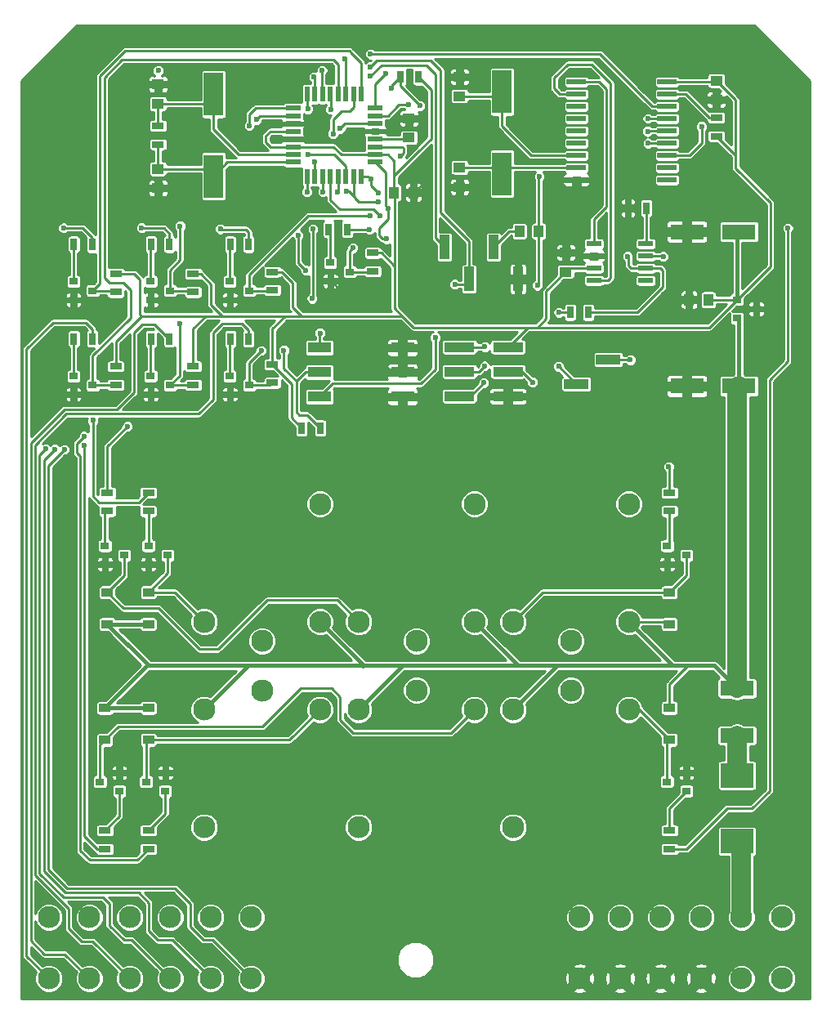
<source format=gbr>
G04 #@! TF.FileFunction,Copper,L1,Top,Signal*
%FSLAX46Y46*%
G04 Gerber Fmt 4.6, Leading zero omitted, Abs format (unit mm)*
G04 Created by KiCad (PCBNEW 4.0.6) date 06/08/18 14:18:22*
%MOMM*%
%LPD*%
G01*
G04 APERTURE LIST*
%ADD10C,0.100000*%
%ADD11R,1.000000X1.250000*%
%ADD12R,3.500000X1.600000*%
%ADD13R,1.250000X1.000000*%
%ADD14R,2.440000X1.120000*%
%ADD15R,2.510000X1.000000*%
%ADD16C,2.300000*%
%ADD17R,3.390000X2.500000*%
%ADD18R,1.200000X0.900000*%
%ADD19R,3.150000X1.000000*%
%ADD20R,0.900000X0.800000*%
%ADD21R,0.700000X1.300000*%
%ADD22R,1.300000X0.700000*%
%ADD23R,1.000000X2.510000*%
%ADD24R,1.600000X0.550000*%
%ADD25R,0.550000X1.600000*%
%ADD26R,2.000000X0.600000*%
%ADD27R,1.550000X0.600000*%
%ADD28R,2.000000X4.500000*%
%ADD29C,0.600000*%
%ADD30C,0.250000*%
%ADD31C,0.400000*%
%ADD32C,2.000000*%
%ADD33C,0.200000*%
%ADD34C,0.254000*%
G04 APERTURE END LIST*
D10*
D11*
X144230000Y-58200000D03*
X146230000Y-58200000D03*
X159200000Y-62200000D03*
X157200000Y-62200000D03*
D12*
X179950000Y-78250000D03*
X174550000Y-78250000D03*
X179950000Y-62250000D03*
X174550000Y-62250000D03*
D11*
X176790000Y-69300000D03*
X174790000Y-69300000D03*
D13*
X145750000Y-52500000D03*
X145750000Y-50500000D03*
X119750000Y-47000000D03*
X119750000Y-49000000D03*
X119750000Y-57750000D03*
X119750000Y-55750000D03*
X151000000Y-48200000D03*
X151000000Y-46200000D03*
X151000000Y-55600000D03*
X151000000Y-57600000D03*
X177600000Y-48600000D03*
X177600000Y-46600000D03*
X162000000Y-64400000D03*
X162000000Y-66400000D03*
D14*
X136495000Y-74260000D03*
X145105000Y-79340000D03*
X136495000Y-76800000D03*
X145105000Y-76800000D03*
X136495000Y-79340000D03*
X145105000Y-74260000D03*
D15*
X163085000Y-78040000D03*
X166395000Y-75500000D03*
D16*
X108451000Y-133282000D03*
X108451000Y-139632000D03*
X112641000Y-133282000D03*
X112641000Y-139632000D03*
X116831000Y-133282000D03*
X116831000Y-139632000D03*
X121021000Y-133282000D03*
X121021000Y-139632000D03*
X125211000Y-133282000D03*
X125211000Y-139632000D03*
X129401000Y-133282000D03*
X129401000Y-139632000D03*
X163451000Y-133282000D03*
X163451000Y-139632000D03*
X167641000Y-133282000D03*
X167641000Y-139632000D03*
X171831000Y-133282000D03*
X171831000Y-139632000D03*
X176021000Y-133282000D03*
X176021000Y-139632000D03*
X180211000Y-133282000D03*
X180211000Y-139632000D03*
X184401000Y-133282000D03*
X184401000Y-139632000D03*
D17*
X179750000Y-125410000D03*
X179750000Y-118590000D03*
D18*
X172750000Y-102900000D03*
X172750000Y-99600000D03*
X114500000Y-102900000D03*
X114500000Y-99600000D03*
X118750000Y-102900000D03*
X118750000Y-99600000D03*
X118750000Y-111600000D03*
X118750000Y-114900000D03*
X114250000Y-111600000D03*
X114250000Y-114900000D03*
X172750000Y-111600000D03*
X172750000Y-114900000D03*
D12*
X179750000Y-109560000D03*
X179750000Y-114440000D03*
D19*
X150975000Y-74210000D03*
X156025000Y-74210000D03*
X150975000Y-76750000D03*
X156025000Y-76750000D03*
X150975000Y-79290000D03*
X156025000Y-79290000D03*
D16*
X168532600Y-102652800D03*
X156532600Y-102652800D03*
X162532600Y-104652800D03*
X168532600Y-90452800D03*
X152532600Y-102652800D03*
X140532600Y-102652800D03*
X146532600Y-104652800D03*
X152532600Y-90452800D03*
X136532600Y-102652800D03*
X124532600Y-102652800D03*
X130532600Y-104652800D03*
X136532600Y-90452800D03*
X124532600Y-111752800D03*
X136532600Y-111752800D03*
X130532600Y-109752800D03*
X124532600Y-123952800D03*
X140532600Y-111752800D03*
X152532600Y-111752800D03*
X146532600Y-109752800D03*
X140532600Y-123952800D03*
X156532600Y-111752800D03*
X168532600Y-111752800D03*
X162532600Y-109752800D03*
X156532600Y-123952800D03*
D20*
X137600000Y-65450000D03*
X137600000Y-67350000D03*
X139600000Y-66400000D03*
X127190000Y-67410000D03*
X127190000Y-69310000D03*
X129190000Y-68360000D03*
X118990000Y-67410000D03*
X118990000Y-69310000D03*
X120990000Y-68360000D03*
X110990000Y-67410000D03*
X110990000Y-69310000D03*
X112990000Y-68360000D03*
X127190000Y-77210000D03*
X127190000Y-79110000D03*
X129190000Y-78160000D03*
X118990000Y-77210000D03*
X118990000Y-79110000D03*
X120990000Y-78160000D03*
X110990000Y-77210000D03*
X110990000Y-79110000D03*
X112990000Y-78160000D03*
X172500000Y-94800000D03*
X172500000Y-96700000D03*
X174500000Y-95750000D03*
X114250000Y-94800000D03*
X114250000Y-96700000D03*
X116250000Y-95750000D03*
X118750000Y-94800000D03*
X118750000Y-96700000D03*
X120750000Y-95750000D03*
X120500000Y-120200000D03*
X120500000Y-118300000D03*
X118500000Y-119250000D03*
X115750000Y-120200000D03*
X115750000Y-118300000D03*
X113750000Y-119250000D03*
X174500000Y-120200000D03*
X174500000Y-118300000D03*
X172500000Y-119250000D03*
D21*
X137450000Y-62000000D03*
X139350000Y-62000000D03*
D22*
X142000000Y-66350000D03*
X142000000Y-64450000D03*
D21*
X136550000Y-82600000D03*
X134650000Y-82600000D03*
D22*
X119750000Y-53200000D03*
X119750000Y-51300000D03*
D21*
X146750000Y-46200000D03*
X144850000Y-46200000D03*
D22*
X177600000Y-52350000D03*
X177600000Y-50450000D03*
D21*
X168450000Y-59800000D03*
X170350000Y-59800000D03*
X164350000Y-70600000D03*
X162450000Y-70600000D03*
X127240000Y-63560000D03*
X129140000Y-63560000D03*
X119040000Y-63560000D03*
X120940000Y-63560000D03*
X111040000Y-63560000D03*
X112940000Y-63560000D03*
X127240000Y-73360000D03*
X129140000Y-73360000D03*
X119040000Y-73360000D03*
X120940000Y-73360000D03*
X111040000Y-73360000D03*
X112940000Y-73360000D03*
D22*
X131590000Y-68310000D03*
X131590000Y-66410000D03*
X123390000Y-68510000D03*
X123390000Y-66610000D03*
X115390000Y-68510000D03*
X115390000Y-66610000D03*
X131590000Y-77910000D03*
X131590000Y-76010000D03*
X123390000Y-78110000D03*
X123390000Y-76210000D03*
X115390000Y-78110000D03*
X115390000Y-76210000D03*
X172750000Y-91200000D03*
X172750000Y-89300000D03*
X114500000Y-91200000D03*
X114500000Y-89300000D03*
X118750000Y-91200000D03*
X118750000Y-89300000D03*
X118750000Y-124300000D03*
X118750000Y-126200000D03*
X114250000Y-124300000D03*
X114250000Y-126200000D03*
X172750000Y-124300000D03*
X172750000Y-126200000D03*
D23*
X151980000Y-67155000D03*
X157060000Y-67155000D03*
X149440000Y-63845000D03*
X154520000Y-63845000D03*
D20*
X179750000Y-69300000D03*
X179750000Y-71200000D03*
X181750000Y-70250000D03*
D24*
X133750000Y-49450000D03*
X133750000Y-50250000D03*
X133750000Y-51050000D03*
X133750000Y-51850000D03*
X133750000Y-52650000D03*
X133750000Y-53450000D03*
X133750000Y-54250000D03*
X133750000Y-55050000D03*
D25*
X135200000Y-56500000D03*
X136000000Y-56500000D03*
X136800000Y-56500000D03*
X137600000Y-56500000D03*
X138400000Y-56500000D03*
X139200000Y-56500000D03*
X140000000Y-56500000D03*
X140800000Y-56500000D03*
D24*
X142250000Y-55050000D03*
X142250000Y-54250000D03*
X142250000Y-53450000D03*
X142250000Y-52650000D03*
X142250000Y-51850000D03*
X142250000Y-51050000D03*
X142250000Y-50250000D03*
X142250000Y-49450000D03*
D25*
X140800000Y-48000000D03*
X140000000Y-48000000D03*
X139200000Y-48000000D03*
X138400000Y-48000000D03*
X137600000Y-48000000D03*
X136800000Y-48000000D03*
X136000000Y-48000000D03*
X135200000Y-48000000D03*
D26*
X163100000Y-46720000D03*
X163100000Y-47990000D03*
X163100000Y-49260000D03*
X163100000Y-50530000D03*
X163100000Y-51800000D03*
X163100000Y-53070000D03*
X163100000Y-54340000D03*
X163100000Y-55610000D03*
X163100000Y-56880000D03*
X172500000Y-56880000D03*
X172500000Y-55610000D03*
X172500000Y-54340000D03*
X172500000Y-53070000D03*
X172500000Y-51800000D03*
X172500000Y-50530000D03*
X172500000Y-49260000D03*
X172500000Y-47990000D03*
X172500000Y-46720000D03*
D27*
X164900000Y-63495000D03*
X164900000Y-64765000D03*
X164900000Y-66035000D03*
X164900000Y-67305000D03*
X170300000Y-67305000D03*
X170300000Y-66035000D03*
X170300000Y-64765000D03*
X170300000Y-63495000D03*
D28*
X125500000Y-56500000D03*
X125500000Y-48000000D03*
X155400000Y-56250000D03*
X155400000Y-47750000D03*
D29*
X119780000Y-45570000D03*
X142630000Y-75490000D03*
X121700000Y-79980000D03*
X113460000Y-79570000D03*
X147500000Y-56980000D03*
X131860000Y-52630000D03*
X119750000Y-59460000D03*
X138990000Y-68760000D03*
X141750000Y-45170000D03*
X136750000Y-45520000D03*
X148480000Y-73190000D03*
X150500000Y-67700000D03*
X135930000Y-46240000D03*
X141770000Y-46130000D03*
X159260000Y-56520000D03*
X146880000Y-49200000D03*
X153500000Y-77910000D03*
X159060000Y-67810000D03*
X143930000Y-47370000D03*
X137630000Y-49580000D03*
X161280000Y-70610000D03*
X161260000Y-76200000D03*
X142620000Y-58220000D03*
X170510000Y-50520000D03*
X153620000Y-74180000D03*
X141830000Y-56820000D03*
X170520000Y-53090000D03*
X143570000Y-59870000D03*
X143470000Y-63000000D03*
X153580000Y-76160000D03*
X134280000Y-62650000D03*
X158560000Y-77830000D03*
X135070000Y-66260000D03*
X139290000Y-58090000D03*
X170480000Y-51840000D03*
X142590000Y-59190000D03*
X136820000Y-58110000D03*
X135800000Y-61980000D03*
X135710000Y-69170000D03*
X136540000Y-72760000D03*
X132800000Y-74540000D03*
X138620000Y-51580000D03*
X135300000Y-54220000D03*
X141770000Y-43850000D03*
X176080000Y-51350000D03*
X135270000Y-49530000D03*
X168700000Y-75520000D03*
X172090000Y-64820000D03*
X109960000Y-61860000D03*
X108100000Y-84770000D03*
X118060000Y-61850000D03*
X109040000Y-84790000D03*
X185010000Y-61870000D03*
X135990000Y-55000000D03*
X126200000Y-61970000D03*
X110050000Y-84810000D03*
X168400000Y-64790000D03*
X141670000Y-62000000D03*
X139940000Y-63920000D03*
X144850000Y-54400000D03*
X141710000Y-60630000D03*
X145690000Y-49070000D03*
X122040000Y-61660000D03*
X143340000Y-45900000D03*
X137890000Y-52100000D03*
X130450000Y-74570000D03*
X139090000Y-44340000D03*
X121990000Y-71750000D03*
X172670000Y-86610000D03*
X142760000Y-60600000D03*
X116570000Y-82420000D03*
X138390000Y-58160000D03*
X113000000Y-81800000D03*
X129210000Y-51290000D03*
X129930000Y-50640000D03*
X112120000Y-83440000D03*
X112140000Y-84410000D03*
X135180000Y-58140000D03*
D30*
X145105000Y-76800000D02*
X143940000Y-76800000D01*
X143940000Y-76800000D02*
X142630000Y-75490000D01*
X118990000Y-79110000D02*
X120830000Y-79110000D01*
X120830000Y-79110000D02*
X121700000Y-79980000D01*
X110990000Y-79110000D02*
X113000000Y-79110000D01*
X113000000Y-79110000D02*
X113460000Y-79570000D01*
X146230000Y-58200000D02*
X146280000Y-58200000D01*
X146280000Y-58200000D02*
X147500000Y-56980000D01*
X133750000Y-52650000D02*
X131880000Y-52650000D01*
X131880000Y-52650000D02*
X131860000Y-52630000D01*
X119750000Y-57750000D02*
X119750000Y-59460000D01*
X137600000Y-67350000D02*
X137660000Y-67350000D01*
X137660000Y-67350000D02*
X138990000Y-68680000D01*
X138990000Y-68680000D02*
X138990000Y-68760000D01*
X110990000Y-67410000D02*
X110990000Y-63610000D01*
X110990000Y-63610000D02*
X111040000Y-63560000D01*
X127190000Y-77210000D02*
X127190000Y-73410000D01*
X127190000Y-73410000D02*
X127240000Y-73360000D01*
X118990000Y-77210000D02*
X118990000Y-73410000D01*
X118990000Y-73410000D02*
X119040000Y-73360000D01*
X110990000Y-77210000D02*
X110990000Y-73410000D01*
X110990000Y-73410000D02*
X111040000Y-73360000D01*
X148020000Y-44520000D02*
X142400000Y-44520000D01*
X142400000Y-44520000D02*
X141750000Y-45170000D01*
X136750000Y-47950000D02*
X136750000Y-45520000D01*
X151980000Y-63250000D02*
X151980000Y-67155000D01*
X149030000Y-60300000D02*
X149030000Y-45530000D01*
X151980000Y-63250000D02*
X149030000Y-60300000D01*
X149030000Y-45530000D02*
X148020000Y-44520000D01*
X136750000Y-47950000D02*
X136800000Y-48000000D01*
X136495000Y-79340000D02*
X137845000Y-77990000D01*
X137845000Y-77990000D02*
X146990000Y-77990000D01*
X146990000Y-77990000D02*
X148480000Y-76500000D01*
X148480000Y-76500000D02*
X148480000Y-73190000D01*
X150500000Y-67700000D02*
X151435000Y-67700000D01*
X151435000Y-67700000D02*
X151980000Y-67155000D01*
X149440000Y-63845000D02*
X148520002Y-62925002D01*
X136000000Y-46310000D02*
X136000000Y-48000000D01*
X135930000Y-46240000D02*
X136000000Y-46310000D01*
X142890000Y-45010000D02*
X141770000Y-46130000D01*
X147600000Y-45010000D02*
X142890000Y-45010000D01*
X148520002Y-45930002D02*
X147600000Y-45010000D01*
X148520002Y-62925002D02*
X148520002Y-45930002D01*
X154520000Y-63845000D02*
X156165000Y-62200000D01*
X156165000Y-62200000D02*
X157200000Y-62200000D01*
X118990000Y-67410000D02*
X118990000Y-63610000D01*
X118990000Y-63610000D02*
X119040000Y-63560000D01*
X133750000Y-53450000D02*
X131390000Y-53450000D01*
X131370000Y-51850000D02*
X133750000Y-51850000D01*
X130930000Y-52290000D02*
X131370000Y-51850000D01*
X130930000Y-52990000D02*
X130930000Y-52290000D01*
X131390000Y-53450000D02*
X130930000Y-52990000D01*
X118060000Y-70980000D02*
X117880000Y-70800000D01*
X117290000Y-66610000D02*
X115390000Y-66610000D01*
X117880000Y-67200000D02*
X117290000Y-66610000D01*
X117880000Y-70800000D02*
X117880000Y-67200000D01*
X131590000Y-66410000D02*
X132550000Y-66410000D01*
X133710000Y-70070000D02*
X134620000Y-70980000D01*
X133710000Y-67570000D02*
X133710000Y-70070000D01*
X132550000Y-66410000D02*
X133710000Y-67570000D01*
X134650000Y-82600000D02*
X133580000Y-81530000D01*
X133580000Y-78000000D02*
X131590000Y-76010000D01*
X133580000Y-81530000D02*
X133580000Y-78000000D01*
X144250000Y-70150000D02*
X144250000Y-70190000D01*
X144250000Y-70190000D02*
X145040000Y-70980000D01*
X132930000Y-70980000D02*
X134620000Y-70980000D01*
X134620000Y-70980000D02*
X145040000Y-70980000D01*
X131590000Y-76010000D02*
X131590000Y-72320000D01*
X131590000Y-72320000D02*
X132930000Y-70980000D01*
X145040000Y-70980000D02*
X146220000Y-72160000D01*
X156025000Y-74210000D02*
X158075000Y-72160000D01*
X158040000Y-72170000D02*
X158040000Y-72160000D01*
X158050000Y-72160000D02*
X158040000Y-72170000D01*
X158075000Y-72160000D02*
X158050000Y-72160000D01*
X146770000Y-53900000D02*
X144230000Y-56440000D01*
X146750000Y-46200000D02*
X148070000Y-47520000D01*
X148070000Y-52600000D02*
X148070000Y-47520000D01*
X146770000Y-53900000D02*
X148070000Y-52600000D01*
X144230000Y-56440000D02*
X144230000Y-58200000D01*
X144230000Y-58200000D02*
X144230000Y-54920000D01*
X143560000Y-54250000D02*
X142250000Y-54250000D01*
X144230000Y-54920000D02*
X143560000Y-54250000D01*
X144250000Y-65810000D02*
X144250000Y-58220000D01*
X144250000Y-58220000D02*
X144230000Y-58200000D01*
X164900000Y-66035000D02*
X162365000Y-66035000D01*
X162365000Y-66035000D02*
X162000000Y-66400000D01*
X162000000Y-66400000D02*
X159980000Y-68420000D01*
X159060000Y-72160000D02*
X159070000Y-72160000D01*
X159980000Y-71240000D02*
X159060000Y-72160000D01*
X159980000Y-68420000D02*
X159980000Y-71240000D01*
X142000000Y-64450000D02*
X142890000Y-64450000D01*
X142890000Y-64450000D02*
X144250000Y-65810000D01*
X144250000Y-65810000D02*
X144250000Y-70150000D01*
X176890000Y-72160000D02*
X179750000Y-69300000D01*
X176890000Y-72160000D02*
X159070000Y-72160000D01*
X159070000Y-72160000D02*
X158040000Y-72160000D01*
X158040000Y-72160000D02*
X146220000Y-72160000D01*
X146220000Y-72160000D02*
X146190000Y-72160000D01*
X144250000Y-70220000D02*
X144250000Y-70150000D01*
X123390000Y-76210000D02*
X123390000Y-72300000D01*
X123390000Y-72300000D02*
X124710000Y-70980000D01*
X123390000Y-66610000D02*
X124180000Y-66610000D01*
X125240000Y-69800000D02*
X126420000Y-70980000D01*
X125240000Y-67670000D02*
X125240000Y-69800000D01*
X124180000Y-66610000D02*
X125240000Y-67670000D01*
X115390000Y-76210000D02*
X115390000Y-73650000D01*
X115390000Y-73650000D02*
X118060000Y-70980000D01*
X132940000Y-70980000D02*
X126420000Y-70980000D01*
X126420000Y-70980000D02*
X124710000Y-70980000D01*
X124710000Y-70980000D02*
X118060000Y-70980000D01*
X179750000Y-69300000D02*
X183220000Y-65830000D01*
X183220000Y-59280000D02*
X179600000Y-55660000D01*
X183220000Y-65830000D02*
X183220000Y-59280000D01*
X176790000Y-69300000D02*
X179750000Y-69300000D01*
D31*
X179750000Y-69300000D02*
X179750000Y-62450000D01*
D30*
X177600000Y-52350000D02*
X179590000Y-54340000D01*
X179590000Y-54340000D02*
X179600000Y-54340000D01*
X179600000Y-55660000D02*
X179600000Y-54340000D01*
X179600000Y-54340000D02*
X179600000Y-48600000D01*
X179600000Y-48600000D02*
X177600000Y-46600000D01*
X172500000Y-46720000D02*
X177480000Y-46720000D01*
X177480000Y-46720000D02*
X177600000Y-46600000D01*
X133750000Y-53450000D02*
X137950000Y-53450000D01*
X138750000Y-54250000D02*
X142250000Y-54250000D01*
X137950000Y-53450000D02*
X138750000Y-54250000D01*
D31*
X179750000Y-62450000D02*
X179950000Y-62250000D01*
D30*
X159200000Y-62200000D02*
X159200000Y-56580000D01*
X159200000Y-56580000D02*
X159260000Y-56520000D01*
X144850000Y-47170000D02*
X144850000Y-46200000D01*
X146880000Y-49200000D02*
X144850000Y-47170000D01*
X150975000Y-79290000D02*
X152120000Y-79290000D01*
X152120000Y-79290000D02*
X153500000Y-77910000D01*
X159060000Y-67810000D02*
X159200000Y-67670000D01*
X159200000Y-67670000D02*
X159200000Y-62200000D01*
X137600000Y-48000000D02*
X137630000Y-48030000D01*
X137630000Y-48030000D02*
X137630000Y-49580000D01*
X143930000Y-47120000D02*
X144850000Y-46200000D01*
X143930000Y-47370000D02*
X143930000Y-47120000D01*
X119750000Y-51300000D02*
X119750000Y-49000000D01*
X133750000Y-54250000D02*
X128090000Y-54250000D01*
X125500000Y-51660000D02*
X125500000Y-48000000D01*
X128090000Y-54250000D02*
X125500000Y-51660000D01*
X119750000Y-49000000D02*
X124500000Y-49000000D01*
X124500000Y-49000000D02*
X125500000Y-48000000D01*
X163100000Y-54340000D02*
X158420000Y-54340000D01*
X155400000Y-51320000D02*
X155400000Y-47750000D01*
X158420000Y-54340000D02*
X155400000Y-51320000D01*
X151000000Y-48200000D02*
X154950000Y-48200000D01*
X154950000Y-48200000D02*
X155400000Y-47750000D01*
X163085000Y-78040000D02*
X161260000Y-76215000D01*
X161280000Y-70610000D02*
X162440000Y-70610000D01*
X161260000Y-76215000D02*
X161260000Y-76200000D01*
X162440000Y-70610000D02*
X162450000Y-70600000D01*
D32*
X179750000Y-118590000D02*
X179750000Y-114440000D01*
D30*
X118750000Y-114900000D02*
X133385400Y-114900000D01*
X133385400Y-114900000D02*
X136532600Y-111752800D01*
X118750000Y-114900000D02*
X118500000Y-115150000D01*
X118500000Y-115150000D02*
X118500000Y-119250000D01*
D33*
X118500000Y-119250000D02*
X118750000Y-119000000D01*
D30*
X152532600Y-111752800D02*
X150125400Y-114160000D01*
X115630000Y-113520000D02*
X114250000Y-114900000D01*
X130540000Y-113520000D02*
X115630000Y-113520000D01*
X134510000Y-109550000D02*
X130540000Y-113520000D01*
X137740000Y-109550000D02*
X134510000Y-109550000D01*
X138640000Y-110450000D02*
X137740000Y-109550000D01*
X138640000Y-112880000D02*
X138640000Y-110450000D01*
X139920000Y-114160000D02*
X138640000Y-112880000D01*
X150125400Y-114160000D02*
X139920000Y-114160000D01*
X114250000Y-114900000D02*
X113750000Y-115400000D01*
X113750000Y-115400000D02*
X113750000Y-119250000D01*
X172500000Y-50530000D02*
X170520000Y-50530000D01*
X141830000Y-57430000D02*
X141830000Y-56820000D01*
X142620000Y-58220000D02*
X141830000Y-57430000D01*
X170520000Y-50530000D02*
X170510000Y-50520000D01*
X153590000Y-74210000D02*
X153620000Y-74180000D01*
X141830000Y-56820000D02*
X141510000Y-56500000D01*
X140800000Y-56500000D02*
X141510000Y-56500000D01*
X153590000Y-74210000D02*
X150975000Y-74210000D01*
X172500000Y-53070000D02*
X172480000Y-53090000D01*
X172480000Y-53090000D02*
X170520000Y-53090000D01*
X143570000Y-59870000D02*
X143590000Y-59850000D01*
X143590000Y-59850000D02*
X143610000Y-59870000D01*
X143470000Y-63000000D02*
X143020000Y-63000000D01*
X143350000Y-56150000D02*
X142250000Y-55050000D01*
X143350000Y-59610000D02*
X143350000Y-56150000D01*
X143610000Y-59870000D02*
X143350000Y-59610000D01*
X143610000Y-60910000D02*
X143610000Y-59870000D01*
X142660000Y-61860000D02*
X143610000Y-60910000D01*
X142660000Y-62640000D02*
X142660000Y-61860000D01*
X143020000Y-63000000D02*
X142660000Y-62640000D01*
X150975000Y-76750000D02*
X152990000Y-76750000D01*
X143470000Y-63000000D02*
X143210000Y-63000000D01*
X152990000Y-76750000D02*
X153580000Y-76160000D01*
X134280000Y-65470000D02*
X134280000Y-62650000D01*
X157480000Y-76750000D02*
X158560000Y-77830000D01*
X135070000Y-66260000D02*
X134280000Y-65470000D01*
X140220000Y-58760000D02*
X140220000Y-58820000D01*
X139550000Y-58090000D02*
X140220000Y-58760000D01*
X139490000Y-58090000D02*
X139550000Y-58090000D01*
X139290000Y-58090000D02*
X139490000Y-58090000D01*
X170520000Y-51800000D02*
X170480000Y-51840000D01*
X172500000Y-51800000D02*
X170520000Y-51800000D01*
X140000000Y-58600000D02*
X140000000Y-56500000D01*
X140220000Y-58820000D02*
X140000000Y-58600000D01*
X140590000Y-59190000D02*
X140220000Y-58820000D01*
X142590000Y-59190000D02*
X140590000Y-59190000D01*
X156025000Y-76750000D02*
X157480000Y-76750000D01*
X137600000Y-65450000D02*
X137600000Y-62150000D01*
X137600000Y-62150000D02*
X137450000Y-62000000D01*
X127190000Y-67410000D02*
X127190000Y-63610000D01*
X127190000Y-63610000D02*
X127240000Y-63560000D01*
X172500000Y-94800000D02*
X172750000Y-94550000D01*
X172750000Y-94550000D02*
X172750000Y-91200000D01*
X136495000Y-74260000D02*
X136495000Y-72805000D01*
X136800000Y-58090000D02*
X136800000Y-56500000D01*
X136820000Y-58110000D02*
X136800000Y-58090000D01*
X135800000Y-69080000D02*
X135800000Y-61980000D01*
X135710000Y-69170000D02*
X135800000Y-69080000D01*
X136495000Y-72805000D02*
X136540000Y-72760000D01*
X132800000Y-76430000D02*
X132800000Y-74540000D01*
X134100000Y-77730000D02*
X132800000Y-76430000D01*
X139150000Y-51050000D02*
X142250000Y-51050000D01*
X138620000Y-51580000D02*
X139150000Y-51050000D01*
X136550000Y-82600000D02*
X135180000Y-81230000D01*
X135030000Y-76800000D02*
X136495000Y-76800000D01*
X134100000Y-77730000D02*
X135030000Y-76800000D01*
X134100000Y-80930000D02*
X134100000Y-77730000D01*
X134400000Y-81230000D02*
X134100000Y-80930000D01*
X135180000Y-81230000D02*
X134400000Y-81230000D01*
X137270000Y-54210000D02*
X137980000Y-54210000D01*
X135300000Y-54220000D02*
X135310000Y-54210000D01*
X135310000Y-54210000D02*
X137270000Y-54210000D01*
X172500000Y-49260000D02*
X170970000Y-49260000D01*
X165560000Y-43850000D02*
X141770000Y-43850000D01*
X170970000Y-49260000D02*
X165560000Y-43850000D01*
X139200000Y-55430000D02*
X139200000Y-56500000D01*
X137980000Y-54210000D02*
X139200000Y-55430000D01*
X135200000Y-48000000D02*
X135200000Y-49460000D01*
X174800000Y-54340000D02*
X172500000Y-54340000D01*
X176080000Y-53060000D02*
X174800000Y-54340000D01*
X176080000Y-51350000D02*
X176080000Y-53060000D01*
X135200000Y-49460000D02*
X135270000Y-49530000D01*
X156532600Y-102652800D02*
X159585400Y-99600000D01*
X159585400Y-99600000D02*
X172750000Y-99600000D01*
X172750000Y-99600000D02*
X174500000Y-97850000D01*
X174500000Y-97850000D02*
X174500000Y-95750000D01*
X172500000Y-119250000D02*
X172500000Y-115150000D01*
X172500000Y-115150000D02*
X172750000Y-114900000D01*
X168532600Y-111752800D02*
X169602800Y-111752800D01*
X169602800Y-111752800D02*
X172750000Y-114900000D01*
D33*
X172500000Y-115150000D02*
X172750000Y-114900000D01*
D30*
X172750000Y-111600000D02*
X172750000Y-109140000D01*
X172750000Y-109140000D02*
X174690000Y-107200000D01*
X172750000Y-102900000D02*
X172502800Y-102652800D01*
X172502800Y-102652800D02*
X168532600Y-102652800D01*
D31*
X118750000Y-102900000D02*
X114500000Y-102900000D01*
X118750000Y-111600000D02*
X114250000Y-111600000D01*
X118800000Y-107200000D02*
X118650000Y-107200000D01*
X118650000Y-107200000D02*
X114250000Y-111600000D01*
X129310000Y-107200000D02*
X118800000Y-107200000D01*
X118800000Y-107200000D02*
X114500000Y-102900000D01*
X168532600Y-102652800D02*
X173079800Y-107200000D01*
X173090000Y-107190000D02*
X173090000Y-107200000D01*
X173080000Y-107200000D02*
X173090000Y-107190000D01*
X173079800Y-107200000D02*
X173080000Y-107200000D01*
X156532600Y-111752800D02*
X161070000Y-107215400D01*
X161070000Y-107215400D02*
X161070000Y-107200000D01*
X152532600Y-102652800D02*
X157079800Y-107200000D01*
X140532600Y-111752800D02*
X145010000Y-107275400D01*
X145010000Y-107275400D02*
X145010000Y-107200000D01*
X136532600Y-102652800D02*
X141079800Y-107200000D01*
X140950000Y-107230000D02*
X140950000Y-107200000D01*
X140980000Y-107200000D02*
X140950000Y-107230000D01*
X141079800Y-107200000D02*
X140980000Y-107200000D01*
X179750000Y-109560000D02*
X177390000Y-107200000D01*
X129085400Y-107200000D02*
X124532600Y-111752800D01*
X177390000Y-107200000D02*
X174690000Y-107200000D01*
X174690000Y-107200000D02*
X173090000Y-107200000D01*
X173090000Y-107200000D02*
X161070000Y-107200000D01*
X161070000Y-107200000D02*
X157030000Y-107200000D01*
X157030000Y-107200000D02*
X145010000Y-107200000D01*
X145010000Y-107200000D02*
X140950000Y-107200000D01*
X140950000Y-107200000D02*
X129310000Y-107200000D01*
X129310000Y-107200000D02*
X129085400Y-107200000D01*
D33*
X179410000Y-109560000D02*
X179750000Y-109560000D01*
D31*
X179950000Y-78250000D02*
X179950000Y-71400000D01*
X179950000Y-71400000D02*
X179750000Y-71200000D01*
D32*
X179750000Y-109560000D02*
X179750000Y-78450000D01*
X179750000Y-78450000D02*
X179950000Y-78250000D01*
D30*
X145750000Y-52500000D02*
X145600000Y-52650000D01*
X145600000Y-52650000D02*
X142250000Y-52650000D01*
X119750000Y-53200000D02*
X119750000Y-55750000D01*
X133750000Y-55050000D02*
X126950000Y-55050000D01*
X126950000Y-55050000D02*
X125500000Y-56500000D01*
X119750000Y-55750000D02*
X124750000Y-55750000D01*
X124750000Y-55750000D02*
X125500000Y-56500000D01*
X151000000Y-55600000D02*
X154750000Y-55600000D01*
X154750000Y-55600000D02*
X155400000Y-56250000D01*
X155400000Y-56250000D02*
X156040000Y-55610000D01*
X156040000Y-55610000D02*
X163100000Y-55610000D01*
X166395000Y-75500000D02*
X168680000Y-75500000D01*
X168680000Y-75500000D02*
X168700000Y-75520000D01*
X172035000Y-64765000D02*
X170300000Y-64765000D01*
X172090000Y-64820000D02*
X172035000Y-64765000D01*
X108451000Y-139632000D02*
X106120000Y-137301000D01*
X112940000Y-72330000D02*
X112940000Y-73360000D01*
X112280000Y-71670000D02*
X112940000Y-72330000D01*
X108850000Y-71670000D02*
X112280000Y-71670000D01*
X106120000Y-74400000D02*
X108850000Y-71670000D01*
X106120000Y-137301000D02*
X106120000Y-74400000D01*
X112641000Y-139632000D02*
X110109000Y-137100000D01*
X119410000Y-71830000D02*
X120940000Y-73360000D01*
X118150000Y-71830000D02*
X119410000Y-71830000D01*
X117270000Y-72710000D02*
X118150000Y-71830000D01*
X117270000Y-78870000D02*
X117270000Y-72710000D01*
X115480000Y-80660000D02*
X117270000Y-78870000D01*
X110030000Y-80660000D02*
X115480000Y-80660000D01*
X106570002Y-84119998D02*
X110030000Y-80660000D01*
X106570002Y-135720002D02*
X106570002Y-84119998D01*
X107950000Y-137100000D02*
X106570002Y-135720002D01*
X110109000Y-137100000D02*
X107950000Y-137100000D01*
X116831000Y-139632000D02*
X112979000Y-135780000D01*
X129140000Y-72450000D02*
X129140000Y-73360000D01*
X128440000Y-71750000D02*
X129140000Y-72450000D01*
X126430000Y-71750000D02*
X128440000Y-71750000D01*
X125440000Y-72740000D02*
X126430000Y-71750000D01*
X125440000Y-79630000D02*
X125440000Y-72740000D01*
X123950000Y-81120000D02*
X125440000Y-79630000D01*
X110250000Y-81120000D02*
X123950000Y-81120000D01*
X107020004Y-84349996D02*
X110250000Y-81120000D01*
X107020004Y-128890004D02*
X107020004Y-84349996D01*
X110500000Y-132370000D02*
X107020004Y-128890004D01*
X110500000Y-134440000D02*
X110500000Y-132370000D01*
X111840000Y-135780000D02*
X110500000Y-134440000D01*
X112979000Y-135780000D02*
X111840000Y-135780000D01*
X121021000Y-139632000D02*
X117029000Y-135640000D01*
X112940000Y-62850000D02*
X112940000Y-63560000D01*
X111950000Y-61860000D02*
X112940000Y-62850000D01*
X109960000Y-61860000D02*
X111950000Y-61860000D01*
X107480000Y-85390000D02*
X108100000Y-84770000D01*
X107480000Y-128713602D02*
X107480000Y-85390000D01*
X109956398Y-131190000D02*
X107480000Y-128713602D01*
X114020000Y-131190000D02*
X109956398Y-131190000D01*
X114710000Y-131880000D02*
X114020000Y-131190000D01*
X114710000Y-134140000D02*
X114710000Y-131880000D01*
X116210000Y-135640000D02*
X114710000Y-134140000D01*
X117029000Y-135640000D02*
X116210000Y-135640000D01*
X107930002Y-85919998D02*
X109040000Y-84810000D01*
X121219000Y-135640000D02*
X119730000Y-135640000D01*
X119730000Y-135640000D02*
X118790000Y-134700000D01*
X118790000Y-134700000D02*
X118790000Y-131770000D01*
X118790000Y-131770000D02*
X117750000Y-130730000D01*
X117750000Y-130730000D02*
X110140000Y-130730000D01*
X110140000Y-130730000D02*
X107930002Y-128520002D01*
X107930002Y-128520002D02*
X107930002Y-85919998D01*
X125211000Y-139632000D02*
X121219000Y-135640000D01*
X120940000Y-62440000D02*
X120940000Y-63560000D01*
X120370000Y-61870000D02*
X120940000Y-62440000D01*
X118080000Y-61870000D02*
X120370000Y-61870000D01*
X118060000Y-61850000D02*
X118080000Y-61870000D01*
X109040000Y-84810000D02*
X109040000Y-84790000D01*
X174520000Y-126200000D02*
X178720000Y-122000000D01*
X178720000Y-122000000D02*
X181310000Y-122000000D01*
X181310000Y-122000000D02*
X183130000Y-120180000D01*
X183130000Y-120180000D02*
X183130000Y-77580000D01*
X183130000Y-77580000D02*
X185010000Y-75700000D01*
X185010000Y-75700000D02*
X185010000Y-61870000D01*
X172750000Y-126200000D02*
X174520000Y-126200000D01*
X136000000Y-55010000D02*
X136000000Y-56500000D01*
X135990000Y-55000000D02*
X136000000Y-55010000D01*
X129401000Y-139632000D02*
X125389000Y-135620000D01*
X129140000Y-62260000D02*
X129140000Y-63560000D01*
X128880000Y-62000000D02*
X129140000Y-62260000D01*
X126230000Y-62000000D02*
X128880000Y-62000000D01*
X126200000Y-61970000D02*
X126230000Y-62000000D01*
X108390000Y-86470000D02*
X110050000Y-84810000D01*
X108390000Y-128343602D02*
X108390000Y-86470000D01*
X110326396Y-130279998D02*
X108390000Y-128343602D01*
X121479998Y-130279998D02*
X110326396Y-130279998D01*
X123080000Y-131880000D02*
X121479998Y-130279998D01*
X123080000Y-134260000D02*
X123080000Y-131880000D01*
X124440000Y-135620000D02*
X123080000Y-134260000D01*
X125389000Y-135620000D02*
X124440000Y-135620000D01*
D32*
X180211000Y-133282000D02*
X180211000Y-125871000D01*
X180211000Y-125871000D02*
X179750000Y-125410000D01*
D30*
X168785000Y-66035000D02*
X170300000Y-66035000D01*
X168520000Y-65770000D02*
X168785000Y-66035000D01*
X168520000Y-64910000D02*
X168520000Y-65770000D01*
X168400000Y-64790000D02*
X168520000Y-64910000D01*
X164350000Y-70600000D02*
X169420000Y-70600000D01*
X171785000Y-66035000D02*
X170300000Y-66035000D01*
X172050000Y-66300000D02*
X171785000Y-66035000D01*
X172050000Y-67970000D02*
X172050000Y-66300000D01*
X169420000Y-70600000D02*
X172050000Y-67970000D01*
X141670000Y-62000000D02*
X139350000Y-62000000D01*
X140532600Y-102652800D02*
X138309800Y-100430000D01*
X116170000Y-101270000D02*
X114500000Y-99600000D01*
X119790000Y-101270000D02*
X116170000Y-101270000D01*
X124020000Y-105500000D02*
X119790000Y-101270000D01*
X125960000Y-105500000D02*
X124020000Y-105500000D01*
X131030000Y-100430000D02*
X125960000Y-105500000D01*
X138309800Y-100430000D02*
X131030000Y-100430000D01*
X114500000Y-99600000D02*
X116250000Y-97850000D01*
X116250000Y-97850000D02*
X116250000Y-95750000D01*
X118750000Y-99600000D02*
X120750000Y-97600000D01*
X120750000Y-97600000D02*
X120750000Y-95750000D01*
X124532600Y-102652800D02*
X121479800Y-99600000D01*
X121479800Y-99600000D02*
X118750000Y-99600000D01*
X139600000Y-64260000D02*
X139940000Y-63920000D01*
X139600000Y-66400000D02*
X139600000Y-64260000D01*
X145050000Y-53450000D02*
X142250000Y-53450000D01*
X145210000Y-53610000D02*
X145050000Y-53450000D01*
X145210000Y-54040000D02*
X145210000Y-53610000D01*
X144850000Y-54400000D02*
X145210000Y-54040000D01*
X139600000Y-66400000D02*
X141950000Y-66400000D01*
X141950000Y-66400000D02*
X142000000Y-66350000D01*
X144540000Y-49270000D02*
X144740000Y-49070000D01*
X129190000Y-66730000D02*
X135290000Y-60630000D01*
X135290000Y-60630000D02*
X141710000Y-60630000D01*
X129190000Y-66730000D02*
X129190000Y-68360000D01*
X145690000Y-49070000D02*
X144740000Y-49070000D01*
X142250000Y-50250000D02*
X143480000Y-50250000D01*
X144540000Y-49270000D02*
X143560000Y-50250000D01*
X143560000Y-50250000D02*
X143480000Y-50250000D01*
X144710000Y-49100000D02*
X144540000Y-49270000D01*
X129190000Y-68360000D02*
X131540000Y-68360000D01*
X131540000Y-68360000D02*
X131590000Y-68310000D01*
X122040000Y-65210000D02*
X122040000Y-61660000D01*
X120990000Y-66260000D02*
X122040000Y-65210000D01*
X120990000Y-68360000D02*
X120990000Y-66260000D01*
X143340000Y-45900000D02*
X142250000Y-46990000D01*
X142250000Y-46990000D02*
X142250000Y-49450000D01*
X120990000Y-68360000D02*
X123240000Y-68360000D01*
X123240000Y-68360000D02*
X123390000Y-68510000D01*
X139780000Y-43730000D02*
X140800000Y-44750000D01*
X113750000Y-67600000D02*
X113750000Y-46080000D01*
X113750000Y-46080000D02*
X116300000Y-43530000D01*
X116300000Y-43530000D02*
X139580000Y-43530000D01*
X139580000Y-43530000D02*
X139780000Y-43730000D01*
X112990000Y-68360000D02*
X113750000Y-67600000D01*
X140800000Y-44750000D02*
X140800000Y-48000000D01*
X112990000Y-68360000D02*
X115240000Y-68360000D01*
X115240000Y-68360000D02*
X115390000Y-68510000D01*
X137890000Y-50610000D02*
X138760000Y-49740000D01*
X137890000Y-52100000D02*
X137890000Y-50610000D01*
X129190000Y-75830000D02*
X130450000Y-74570000D01*
X129190000Y-78160000D02*
X129190000Y-75830000D01*
X140000000Y-49340000D02*
X140000000Y-48000000D01*
X139600000Y-49740000D02*
X140000000Y-49340000D01*
X138760000Y-49740000D02*
X139600000Y-49740000D01*
X129190000Y-78160000D02*
X131340000Y-78160000D01*
X131340000Y-78160000D02*
X131590000Y-77910000D01*
X120990000Y-78160000D02*
X121990000Y-77160000D01*
X139200000Y-44450000D02*
X139200000Y-48000000D01*
X139090000Y-44340000D02*
X139200000Y-44450000D01*
X121990000Y-77160000D02*
X121990000Y-71750000D01*
X120990000Y-78160000D02*
X123340000Y-78160000D01*
X123340000Y-78160000D02*
X123390000Y-78110000D01*
X112990000Y-78160000D02*
X112990000Y-75100000D01*
X138400000Y-44910000D02*
X138400000Y-48000000D01*
X137930000Y-44440000D02*
X138400000Y-44910000D01*
X116026398Y-44440000D02*
X137930000Y-44440000D01*
X114200002Y-46266396D02*
X116026398Y-44440000D01*
X114200002Y-67000000D02*
X114200002Y-46266396D01*
X114760002Y-67560000D02*
X114200002Y-67000000D01*
X116160000Y-67560000D02*
X114760002Y-67560000D01*
X116910000Y-68310000D02*
X116160000Y-67560000D01*
X116910000Y-71180000D02*
X116910000Y-68310000D01*
X112990000Y-75100000D02*
X116910000Y-71180000D01*
X112990000Y-78160000D02*
X115340000Y-78160000D01*
X115340000Y-78160000D02*
X115390000Y-78110000D01*
X114250000Y-94800000D02*
X114250000Y-91450000D01*
X114250000Y-91450000D02*
X114500000Y-91200000D01*
D33*
X114500000Y-91200000D02*
X114250000Y-91450000D01*
D30*
X118750000Y-94800000D02*
X118750000Y-91200000D01*
X118750000Y-124300000D02*
X120500000Y-122550000D01*
X120500000Y-122550000D02*
X120500000Y-120200000D01*
X114250000Y-124300000D02*
X115750000Y-122800000D01*
X115750000Y-122800000D02*
X115750000Y-120200000D01*
X172750000Y-124300000D02*
X172750000Y-121950000D01*
X172750000Y-121950000D02*
X174500000Y-120200000D01*
X172500000Y-47990000D02*
X174440000Y-47990000D01*
X176900000Y-50450000D02*
X177600000Y-50450000D01*
X174440000Y-47990000D02*
X176900000Y-50450000D01*
X170350000Y-59800000D02*
X170350000Y-63445000D01*
X170350000Y-63445000D02*
X170300000Y-63495000D01*
X142760000Y-60600000D02*
X142080000Y-59920000D01*
X172750000Y-86690000D02*
X172670000Y-86610000D01*
X138570000Y-59920000D02*
X137600000Y-58950000D01*
X137600000Y-56500000D02*
X137600000Y-58950000D01*
X172750000Y-86690000D02*
X172750000Y-89300000D01*
X142080000Y-59920000D02*
X138570000Y-59920000D01*
X114500000Y-84490000D02*
X116570000Y-82420000D01*
X138390000Y-58160000D02*
X138400000Y-58150000D01*
X138400000Y-56500000D02*
X138400000Y-58150000D01*
X114500000Y-84490000D02*
X114500000Y-89300000D01*
X117770000Y-90280000D02*
X113660000Y-90280000D01*
X113660000Y-90280000D02*
X113000000Y-89620000D01*
X113000000Y-89620000D02*
X113000000Y-81800000D01*
X118750000Y-89300000D02*
X117770000Y-90280000D01*
X129870000Y-49450000D02*
X133750000Y-49450000D01*
X129210000Y-50110000D02*
X129870000Y-49450000D01*
X129210000Y-51290000D02*
X129210000Y-50110000D01*
X111679998Y-85479998D02*
X111360000Y-85160000D01*
X117600000Y-127350000D02*
X112660000Y-127350000D01*
X112660000Y-127350000D02*
X111679998Y-126369998D01*
X111679998Y-126369998D02*
X111679998Y-85479998D01*
X118750000Y-126200000D02*
X117600000Y-127350000D01*
X130320000Y-50250000D02*
X133750000Y-50250000D01*
X129930000Y-50640000D02*
X130320000Y-50250000D01*
X111360000Y-84200000D02*
X112120000Y-83440000D01*
X111360000Y-85160000D02*
X111360000Y-84200000D01*
X113460000Y-126200000D02*
X112130000Y-124870000D01*
X112130000Y-124870000D02*
X112130000Y-84420000D01*
X112130000Y-84420000D02*
X112140000Y-84410000D01*
X135180000Y-58140000D02*
X135200000Y-58120000D01*
X135200000Y-56500000D02*
X135200000Y-58120000D01*
X113460000Y-126200000D02*
X114250000Y-126200000D01*
X164900000Y-63495000D02*
X164900000Y-60970000D01*
X165440000Y-46720000D02*
X163100000Y-46720000D01*
X166190000Y-47470000D02*
X165440000Y-46720000D01*
X166190000Y-59680000D02*
X166190000Y-47470000D01*
X164900000Y-60970000D02*
X166190000Y-59680000D01*
X164900000Y-67305000D02*
X166405000Y-67305000D01*
X161370000Y-47990000D02*
X163100000Y-47990000D01*
X160810000Y-47430000D02*
X161370000Y-47990000D01*
X160810000Y-46300000D02*
X160810000Y-47430000D01*
X162200000Y-44910000D02*
X160810000Y-46300000D01*
X164720000Y-44910000D02*
X162200000Y-44910000D01*
X166660000Y-46850000D02*
X164720000Y-44910000D01*
X166660000Y-67050000D02*
X166660000Y-46850000D01*
X166405000Y-67305000D02*
X166660000Y-67050000D01*
D34*
G36*
X187304000Y-46649492D02*
X187304000Y-141680000D01*
X105558000Y-141680000D01*
X105558000Y-74400000D01*
X105668000Y-74400000D01*
X105668000Y-137301000D01*
X105702406Y-137473973D01*
X105800388Y-137620612D01*
X107133410Y-138953634D01*
X106974257Y-139336918D01*
X106973744Y-139924505D01*
X107198130Y-140467560D01*
X107613254Y-140883409D01*
X108155918Y-141108743D01*
X108743505Y-141109256D01*
X109286560Y-140884870D01*
X109702409Y-140469746D01*
X109927743Y-139927082D01*
X109928256Y-139339495D01*
X109703870Y-138796440D01*
X109288746Y-138380591D01*
X108746082Y-138155257D01*
X108158495Y-138154744D01*
X107772470Y-138314246D01*
X106572000Y-137113776D01*
X106572000Y-136361224D01*
X107630388Y-137419612D01*
X107777027Y-137517594D01*
X107950000Y-137552000D01*
X109921776Y-137552000D01*
X111323410Y-138953634D01*
X111164257Y-139336918D01*
X111163744Y-139924505D01*
X111388130Y-140467560D01*
X111803254Y-140883409D01*
X112345918Y-141108743D01*
X112933505Y-141109256D01*
X113476560Y-140884870D01*
X113892409Y-140469746D01*
X114117743Y-139927082D01*
X114118256Y-139339495D01*
X113893870Y-138796440D01*
X113478746Y-138380591D01*
X112936082Y-138155257D01*
X112348495Y-138154744D01*
X111962470Y-138314246D01*
X110428612Y-136780388D01*
X110281973Y-136682406D01*
X110109000Y-136648000D01*
X108137224Y-136648000D01*
X107022002Y-135532778D01*
X107022002Y-133691298D01*
X107198130Y-134117560D01*
X107613254Y-134533409D01*
X108155918Y-134758743D01*
X108743505Y-134759256D01*
X109286560Y-134534870D01*
X109702409Y-134119746D01*
X109927743Y-133577082D01*
X109928256Y-132989495D01*
X109703870Y-132446440D01*
X109288746Y-132030591D01*
X108746082Y-131805257D01*
X108158495Y-131804744D01*
X107615440Y-132029130D01*
X107199591Y-132444254D01*
X107022002Y-132871935D01*
X107022002Y-129531226D01*
X110048000Y-132557225D01*
X110048000Y-134440000D01*
X110082406Y-134612973D01*
X110180388Y-134759612D01*
X111520388Y-136099612D01*
X111667027Y-136197594D01*
X111840000Y-136232000D01*
X112791776Y-136232000D01*
X115513410Y-138953635D01*
X115354257Y-139336918D01*
X115353744Y-139924505D01*
X115578130Y-140467560D01*
X115993254Y-140883409D01*
X116535918Y-141108743D01*
X117123505Y-141109256D01*
X117666560Y-140884870D01*
X118082409Y-140469746D01*
X118307743Y-139927082D01*
X118308256Y-139339495D01*
X118083870Y-138796440D01*
X117668746Y-138380591D01*
X117126082Y-138155257D01*
X116538495Y-138154744D01*
X116152471Y-138314246D01*
X113298612Y-135460388D01*
X113151973Y-135362406D01*
X112979000Y-135328000D01*
X112027224Y-135328000D01*
X110952000Y-134252776D01*
X110952000Y-133574505D01*
X111163744Y-133574505D01*
X111388130Y-134117560D01*
X111803254Y-134533409D01*
X112345918Y-134758743D01*
X112933505Y-134759256D01*
X113476560Y-134534870D01*
X113892409Y-134119746D01*
X114117743Y-133577082D01*
X114118256Y-132989495D01*
X113893870Y-132446440D01*
X113478746Y-132030591D01*
X112936082Y-131805257D01*
X112348495Y-131804744D01*
X111805440Y-132029130D01*
X111389591Y-132444254D01*
X111164257Y-132986918D01*
X111163744Y-133574505D01*
X110952000Y-133574505D01*
X110952000Y-132370000D01*
X110917594Y-132197027D01*
X110911291Y-132187594D01*
X110819613Y-132050388D01*
X110411225Y-131642000D01*
X113832776Y-131642000D01*
X114258000Y-132067225D01*
X114258000Y-134140000D01*
X114292406Y-134312973D01*
X114390388Y-134459612D01*
X115890387Y-135959612D01*
X116006829Y-136037416D01*
X116037027Y-136057594D01*
X116210000Y-136092000D01*
X116841776Y-136092000D01*
X119703410Y-138953635D01*
X119544257Y-139336918D01*
X119543744Y-139924505D01*
X119768130Y-140467560D01*
X120183254Y-140883409D01*
X120725918Y-141108743D01*
X121313505Y-141109256D01*
X121856560Y-140884870D01*
X122272409Y-140469746D01*
X122497743Y-139927082D01*
X122498256Y-139339495D01*
X122273870Y-138796440D01*
X121858746Y-138380591D01*
X121316082Y-138155257D01*
X120728495Y-138154744D01*
X120342471Y-138314246D01*
X117348612Y-135320388D01*
X117201973Y-135222406D01*
X117029000Y-135188000D01*
X116397225Y-135188000D01*
X115162000Y-133952776D01*
X115162000Y-133574505D01*
X115353744Y-133574505D01*
X115578130Y-134117560D01*
X115993254Y-134533409D01*
X116535918Y-134758743D01*
X117123505Y-134759256D01*
X117666560Y-134534870D01*
X118082409Y-134119746D01*
X118307743Y-133577082D01*
X118308256Y-132989495D01*
X118083870Y-132446440D01*
X117668746Y-132030591D01*
X117126082Y-131805257D01*
X116538495Y-131804744D01*
X115995440Y-132029130D01*
X115579591Y-132444254D01*
X115354257Y-132986918D01*
X115353744Y-133574505D01*
X115162000Y-133574505D01*
X115162000Y-131880000D01*
X115127594Y-131707027D01*
X115084144Y-131642000D01*
X115029612Y-131560387D01*
X114651224Y-131182000D01*
X117562776Y-131182000D01*
X118338000Y-131957224D01*
X118338000Y-134700000D01*
X118372406Y-134872973D01*
X118470388Y-135019612D01*
X119410388Y-135959612D01*
X119557027Y-136057594D01*
X119730000Y-136092000D01*
X121031776Y-136092000D01*
X123893410Y-138953635D01*
X123734257Y-139336918D01*
X123733744Y-139924505D01*
X123958130Y-140467560D01*
X124373254Y-140883409D01*
X124915918Y-141108743D01*
X125503505Y-141109256D01*
X126046560Y-140884870D01*
X126462409Y-140469746D01*
X126687743Y-139927082D01*
X126688256Y-139339495D01*
X126463870Y-138796440D01*
X126048746Y-138380591D01*
X125506082Y-138155257D01*
X124918495Y-138154744D01*
X124532471Y-138314246D01*
X121538612Y-135320388D01*
X121391973Y-135222406D01*
X121219000Y-135188000D01*
X119917224Y-135188000D01*
X119242000Y-134512776D01*
X119242000Y-133574505D01*
X119543744Y-133574505D01*
X119768130Y-134117560D01*
X120183254Y-134533409D01*
X120725918Y-134758743D01*
X121313505Y-134759256D01*
X121856560Y-134534870D01*
X122272409Y-134119746D01*
X122497743Y-133577082D01*
X122498256Y-132989495D01*
X122273870Y-132446440D01*
X121858746Y-132030591D01*
X121316082Y-131805257D01*
X120728495Y-131804744D01*
X120185440Y-132029130D01*
X119769591Y-132444254D01*
X119544257Y-132986918D01*
X119543744Y-133574505D01*
X119242000Y-133574505D01*
X119242000Y-131770000D01*
X119207594Y-131597027D01*
X119109612Y-131450388D01*
X118391222Y-130731998D01*
X121292774Y-130731998D01*
X122628000Y-132067225D01*
X122628000Y-134260000D01*
X122662406Y-134432973D01*
X122760388Y-134579612D01*
X124120387Y-135939612D01*
X124266761Y-136037416D01*
X124267027Y-136037594D01*
X124440000Y-136072000D01*
X125201776Y-136072000D01*
X128083410Y-138953634D01*
X127924257Y-139336918D01*
X127923744Y-139924505D01*
X128148130Y-140467560D01*
X128563254Y-140883409D01*
X129105918Y-141108743D01*
X129693505Y-141109256D01*
X130142025Y-140923931D01*
X162686571Y-140923931D01*
X162833448Y-141116572D01*
X163448577Y-141239893D01*
X164064076Y-141118426D01*
X164068552Y-141116572D01*
X164215429Y-140923931D01*
X166876571Y-140923931D01*
X167023448Y-141116572D01*
X167638577Y-141239893D01*
X168254076Y-141118426D01*
X168258552Y-141116572D01*
X168405429Y-140923931D01*
X171066571Y-140923931D01*
X171213448Y-141116572D01*
X171828577Y-141239893D01*
X172444076Y-141118426D01*
X172448552Y-141116572D01*
X172595429Y-140923931D01*
X175256571Y-140923931D01*
X175403448Y-141116572D01*
X176018577Y-141239893D01*
X176634076Y-141118426D01*
X176638552Y-141116572D01*
X176785429Y-140923931D01*
X176021000Y-140159502D01*
X175256571Y-140923931D01*
X172595429Y-140923931D01*
X171831000Y-140159502D01*
X171066571Y-140923931D01*
X168405429Y-140923931D01*
X167641000Y-140159502D01*
X166876571Y-140923931D01*
X164215429Y-140923931D01*
X163451000Y-140159502D01*
X162686571Y-140923931D01*
X130142025Y-140923931D01*
X130236560Y-140884870D01*
X130652409Y-140469746D01*
X130877743Y-139927082D01*
X130878002Y-139629577D01*
X161843107Y-139629577D01*
X161964574Y-140245076D01*
X161966428Y-140249552D01*
X162159069Y-140396429D01*
X162923498Y-139632000D01*
X163978502Y-139632000D01*
X164742931Y-140396429D01*
X164935572Y-140249552D01*
X165058893Y-139634423D01*
X165057937Y-139629577D01*
X166033107Y-139629577D01*
X166154574Y-140245076D01*
X166156428Y-140249552D01*
X166349069Y-140396429D01*
X167113498Y-139632000D01*
X168168502Y-139632000D01*
X168932931Y-140396429D01*
X169125572Y-140249552D01*
X169248893Y-139634423D01*
X169247937Y-139629577D01*
X170223107Y-139629577D01*
X170344574Y-140245076D01*
X170346428Y-140249552D01*
X170539069Y-140396429D01*
X171303498Y-139632000D01*
X172358502Y-139632000D01*
X173122931Y-140396429D01*
X173315572Y-140249552D01*
X173438893Y-139634423D01*
X173437937Y-139629577D01*
X174413107Y-139629577D01*
X174534574Y-140245076D01*
X174536428Y-140249552D01*
X174729069Y-140396429D01*
X175493498Y-139632000D01*
X176548502Y-139632000D01*
X177312931Y-140396429D01*
X177505572Y-140249552D01*
X177570737Y-139924505D01*
X178733744Y-139924505D01*
X178958130Y-140467560D01*
X179373254Y-140883409D01*
X179915918Y-141108743D01*
X180503505Y-141109256D01*
X181046560Y-140884870D01*
X181462409Y-140469746D01*
X181687743Y-139927082D01*
X181687745Y-139924505D01*
X182923744Y-139924505D01*
X183148130Y-140467560D01*
X183563254Y-140883409D01*
X184105918Y-141108743D01*
X184693505Y-141109256D01*
X185236560Y-140884870D01*
X185652409Y-140469746D01*
X185877743Y-139927082D01*
X185878256Y-139339495D01*
X185653870Y-138796440D01*
X185238746Y-138380591D01*
X184696082Y-138155257D01*
X184108495Y-138154744D01*
X183565440Y-138379130D01*
X183149591Y-138794254D01*
X182924257Y-139336918D01*
X182923744Y-139924505D01*
X181687745Y-139924505D01*
X181688256Y-139339495D01*
X181463870Y-138796440D01*
X181048746Y-138380591D01*
X180506082Y-138155257D01*
X179918495Y-138154744D01*
X179375440Y-138379130D01*
X178959591Y-138794254D01*
X178734257Y-139336918D01*
X178733744Y-139924505D01*
X177570737Y-139924505D01*
X177628893Y-139634423D01*
X177507426Y-139018924D01*
X177505572Y-139014448D01*
X177312931Y-138867571D01*
X176548502Y-139632000D01*
X175493498Y-139632000D01*
X174729069Y-138867571D01*
X174536428Y-139014448D01*
X174413107Y-139629577D01*
X173437937Y-139629577D01*
X173317426Y-139018924D01*
X173315572Y-139014448D01*
X173122931Y-138867571D01*
X172358502Y-139632000D01*
X171303498Y-139632000D01*
X170539069Y-138867571D01*
X170346428Y-139014448D01*
X170223107Y-139629577D01*
X169247937Y-139629577D01*
X169127426Y-139018924D01*
X169125572Y-139014448D01*
X168932931Y-138867571D01*
X168168502Y-139632000D01*
X167113498Y-139632000D01*
X166349069Y-138867571D01*
X166156428Y-139014448D01*
X166033107Y-139629577D01*
X165057937Y-139629577D01*
X164937426Y-139018924D01*
X164935572Y-139014448D01*
X164742931Y-138867571D01*
X163978502Y-139632000D01*
X162923498Y-139632000D01*
X162159069Y-138867571D01*
X161966428Y-139014448D01*
X161843107Y-139629577D01*
X130878002Y-139629577D01*
X130878256Y-139339495D01*
X130653870Y-138796440D01*
X130238746Y-138380591D01*
X129696082Y-138155257D01*
X129108495Y-138154744D01*
X128722470Y-138314246D01*
X128461846Y-138053622D01*
X144503666Y-138053622D01*
X144796416Y-138762132D01*
X145338017Y-139304678D01*
X146046014Y-139598665D01*
X146812622Y-139599334D01*
X147521132Y-139306584D01*
X148063678Y-138764983D01*
X148240118Y-138340069D01*
X162686571Y-138340069D01*
X163451000Y-139104498D01*
X164215429Y-138340069D01*
X166876571Y-138340069D01*
X167641000Y-139104498D01*
X168405429Y-138340069D01*
X171066571Y-138340069D01*
X171831000Y-139104498D01*
X172595429Y-138340069D01*
X175256571Y-138340069D01*
X176021000Y-139104498D01*
X176785429Y-138340069D01*
X176638552Y-138147428D01*
X176023423Y-138024107D01*
X175407924Y-138145574D01*
X175403448Y-138147428D01*
X175256571Y-138340069D01*
X172595429Y-138340069D01*
X172448552Y-138147428D01*
X171833423Y-138024107D01*
X171217924Y-138145574D01*
X171213448Y-138147428D01*
X171066571Y-138340069D01*
X168405429Y-138340069D01*
X168258552Y-138147428D01*
X167643423Y-138024107D01*
X167027924Y-138145574D01*
X167023448Y-138147428D01*
X166876571Y-138340069D01*
X164215429Y-138340069D01*
X164068552Y-138147428D01*
X163453423Y-138024107D01*
X162837924Y-138145574D01*
X162833448Y-138147428D01*
X162686571Y-138340069D01*
X148240118Y-138340069D01*
X148357665Y-138056986D01*
X148358334Y-137290378D01*
X148065584Y-136581868D01*
X147523983Y-136039322D01*
X146815986Y-135745335D01*
X146049378Y-135744666D01*
X145340868Y-136037416D01*
X144798322Y-136579017D01*
X144504335Y-137287014D01*
X144503666Y-138053622D01*
X128461846Y-138053622D01*
X125708612Y-135300388D01*
X125561973Y-135202406D01*
X125389000Y-135168000D01*
X124627225Y-135168000D01*
X123532000Y-134072776D01*
X123532000Y-133574505D01*
X123733744Y-133574505D01*
X123958130Y-134117560D01*
X124373254Y-134533409D01*
X124915918Y-134758743D01*
X125503505Y-134759256D01*
X126046560Y-134534870D01*
X126462409Y-134119746D01*
X126687743Y-133577082D01*
X126687745Y-133574505D01*
X127923744Y-133574505D01*
X128148130Y-134117560D01*
X128563254Y-134533409D01*
X129105918Y-134758743D01*
X129693505Y-134759256D01*
X130236560Y-134534870D01*
X130652409Y-134119746D01*
X130877743Y-133577082D01*
X130877745Y-133574505D01*
X161973744Y-133574505D01*
X162198130Y-134117560D01*
X162613254Y-134533409D01*
X163155918Y-134758743D01*
X163743505Y-134759256D01*
X164286560Y-134534870D01*
X164702409Y-134119746D01*
X164927743Y-133577082D01*
X164927745Y-133574505D01*
X166163744Y-133574505D01*
X166388130Y-134117560D01*
X166803254Y-134533409D01*
X167345918Y-134758743D01*
X167933505Y-134759256D01*
X168476560Y-134534870D01*
X168892409Y-134119746D01*
X169117743Y-133577082D01*
X169117745Y-133574505D01*
X170353744Y-133574505D01*
X170578130Y-134117560D01*
X170993254Y-134533409D01*
X171535918Y-134758743D01*
X172123505Y-134759256D01*
X172666560Y-134534870D01*
X173082409Y-134119746D01*
X173307743Y-133577082D01*
X173307745Y-133574505D01*
X174543744Y-133574505D01*
X174768130Y-134117560D01*
X175183254Y-134533409D01*
X175725918Y-134758743D01*
X176313505Y-134759256D01*
X176856560Y-134534870D01*
X177272409Y-134119746D01*
X177497743Y-133577082D01*
X177498256Y-132989495D01*
X177273870Y-132446440D01*
X176858746Y-132030591D01*
X176316082Y-131805257D01*
X175728495Y-131804744D01*
X175185440Y-132029130D01*
X174769591Y-132444254D01*
X174544257Y-132986918D01*
X174543744Y-133574505D01*
X173307745Y-133574505D01*
X173308256Y-132989495D01*
X173083870Y-132446440D01*
X172668746Y-132030591D01*
X172126082Y-131805257D01*
X171538495Y-131804744D01*
X170995440Y-132029130D01*
X170579591Y-132444254D01*
X170354257Y-132986918D01*
X170353744Y-133574505D01*
X169117745Y-133574505D01*
X169118256Y-132989495D01*
X168893870Y-132446440D01*
X168478746Y-132030591D01*
X167936082Y-131805257D01*
X167348495Y-131804744D01*
X166805440Y-132029130D01*
X166389591Y-132444254D01*
X166164257Y-132986918D01*
X166163744Y-133574505D01*
X164927745Y-133574505D01*
X164928256Y-132989495D01*
X164703870Y-132446440D01*
X164288746Y-132030591D01*
X163746082Y-131805257D01*
X163158495Y-131804744D01*
X162615440Y-132029130D01*
X162199591Y-132444254D01*
X161974257Y-132986918D01*
X161973744Y-133574505D01*
X130877745Y-133574505D01*
X130878256Y-132989495D01*
X130653870Y-132446440D01*
X130238746Y-132030591D01*
X129696082Y-131805257D01*
X129108495Y-131804744D01*
X128565440Y-132029130D01*
X128149591Y-132444254D01*
X127924257Y-132986918D01*
X127923744Y-133574505D01*
X126687745Y-133574505D01*
X126688256Y-132989495D01*
X126463870Y-132446440D01*
X126048746Y-132030591D01*
X125506082Y-131805257D01*
X124918495Y-131804744D01*
X124375440Y-132029130D01*
X123959591Y-132444254D01*
X123734257Y-132986918D01*
X123733744Y-133574505D01*
X123532000Y-133574505D01*
X123532000Y-131880000D01*
X123497594Y-131707027D01*
X123454144Y-131642000D01*
X123399613Y-131560388D01*
X121799610Y-129960386D01*
X121652971Y-129862404D01*
X121479998Y-129827998D01*
X110513621Y-129827998D01*
X108842000Y-128156378D01*
X108842000Y-86657224D01*
X110062214Y-85437011D01*
X110174171Y-85437109D01*
X110404703Y-85341855D01*
X110581235Y-85165631D01*
X110676891Y-84935265D01*
X110677109Y-84685829D01*
X110581855Y-84455297D01*
X110405631Y-84278765D01*
X110175265Y-84183109D01*
X109925829Y-84182891D01*
X109695297Y-84278145D01*
X109554892Y-84418305D01*
X109395631Y-84258765D01*
X109165265Y-84163109D01*
X108915829Y-84162891D01*
X108685297Y-84258145D01*
X108579953Y-84363305D01*
X108455631Y-84238765D01*
X108225265Y-84143109D01*
X107975829Y-84142891D01*
X107789233Y-84219991D01*
X110437224Y-81572000D01*
X112415768Y-81572000D01*
X112373109Y-81674735D01*
X112372891Y-81924171D01*
X112468145Y-82154703D01*
X112548000Y-82234698D01*
X112548000Y-82981260D01*
X112475631Y-82908765D01*
X112245265Y-82813109D01*
X111995829Y-82812891D01*
X111765297Y-82908145D01*
X111588765Y-83084369D01*
X111493109Y-83314735D01*
X111493010Y-83427766D01*
X111040388Y-83880388D01*
X110942406Y-84027027D01*
X110908000Y-84200000D01*
X110908000Y-85160000D01*
X110942406Y-85332973D01*
X111040388Y-85479612D01*
X111227998Y-85667223D01*
X111227998Y-126369998D01*
X111262404Y-126542971D01*
X111360386Y-126689610D01*
X112340388Y-127669612D01*
X112487027Y-127767594D01*
X112660000Y-127802000D01*
X117600000Y-127802000D01*
X117772973Y-127767594D01*
X117919612Y-127669612D01*
X118705819Y-126883406D01*
X119400000Y-126883406D01*
X119521179Y-126860605D01*
X119632474Y-126788988D01*
X119707138Y-126679714D01*
X119733406Y-126550000D01*
X119733406Y-125850000D01*
X171766594Y-125850000D01*
X171766594Y-126550000D01*
X171789395Y-126671179D01*
X171861012Y-126782474D01*
X171970286Y-126857138D01*
X172100000Y-126883406D01*
X173400000Y-126883406D01*
X173521179Y-126860605D01*
X173632474Y-126788988D01*
X173707138Y-126679714D01*
X173712750Y-126652000D01*
X174520000Y-126652000D01*
X174692973Y-126617594D01*
X174839612Y-126519612D01*
X177199224Y-124160000D01*
X177721594Y-124160000D01*
X177721594Y-126660000D01*
X177744395Y-126781179D01*
X177816012Y-126892474D01*
X177925286Y-126967138D01*
X178055000Y-126993406D01*
X178884000Y-126993406D01*
X178884000Y-132626297D01*
X178734257Y-132986918D01*
X178733744Y-133574505D01*
X178958130Y-134117560D01*
X179373254Y-134533409D01*
X179915918Y-134758743D01*
X180503505Y-134759256D01*
X181046560Y-134534870D01*
X181462409Y-134119746D01*
X181687743Y-133577082D01*
X181687745Y-133574505D01*
X182923744Y-133574505D01*
X183148130Y-134117560D01*
X183563254Y-134533409D01*
X184105918Y-134758743D01*
X184693505Y-134759256D01*
X185236560Y-134534870D01*
X185652409Y-134119746D01*
X185877743Y-133577082D01*
X185878256Y-132989495D01*
X185653870Y-132446440D01*
X185238746Y-132030591D01*
X184696082Y-131805257D01*
X184108495Y-131804744D01*
X183565440Y-132029130D01*
X183149591Y-132444254D01*
X182924257Y-132986918D01*
X182923744Y-133574505D01*
X181687745Y-133574505D01*
X181688256Y-132989495D01*
X181538000Y-132625848D01*
X181538000Y-126975907D01*
X181566179Y-126970605D01*
X181677474Y-126898988D01*
X181752138Y-126789714D01*
X181778406Y-126660000D01*
X181778406Y-124160000D01*
X181755605Y-124038821D01*
X181683988Y-123927526D01*
X181574714Y-123852862D01*
X181445000Y-123826594D01*
X178055000Y-123826594D01*
X177933821Y-123849395D01*
X177822526Y-123921012D01*
X177747862Y-124030286D01*
X177721594Y-124160000D01*
X177199224Y-124160000D01*
X178907224Y-122452000D01*
X181310000Y-122452000D01*
X181482973Y-122417594D01*
X181629612Y-122319612D01*
X183449612Y-120499612D01*
X183547594Y-120352973D01*
X183582000Y-120180000D01*
X183582000Y-77767224D01*
X185329612Y-76019613D01*
X185427594Y-75872974D01*
X185442625Y-75797406D01*
X185462000Y-75700000D01*
X185462000Y-62304728D01*
X185541235Y-62225631D01*
X185636891Y-61995265D01*
X185637109Y-61745829D01*
X185541855Y-61515297D01*
X185365631Y-61338765D01*
X185135265Y-61243109D01*
X184885829Y-61242891D01*
X184655297Y-61338145D01*
X184478765Y-61514369D01*
X184383109Y-61744735D01*
X184382891Y-61994171D01*
X184478145Y-62224703D01*
X184558000Y-62304698D01*
X184558000Y-75512775D01*
X182810388Y-77260388D01*
X182712406Y-77407027D01*
X182678000Y-77580000D01*
X182678000Y-119992776D01*
X181122776Y-121548000D01*
X178720000Y-121548000D01*
X178547027Y-121582406D01*
X178400388Y-121680388D01*
X174332776Y-125748000D01*
X173714214Y-125748000D01*
X173710605Y-125728821D01*
X173638988Y-125617526D01*
X173529714Y-125542862D01*
X173400000Y-125516594D01*
X172100000Y-125516594D01*
X171978821Y-125539395D01*
X171867526Y-125611012D01*
X171792862Y-125720286D01*
X171766594Y-125850000D01*
X119733406Y-125850000D01*
X119710605Y-125728821D01*
X119638988Y-125617526D01*
X119529714Y-125542862D01*
X119400000Y-125516594D01*
X118100000Y-125516594D01*
X117978821Y-125539395D01*
X117867526Y-125611012D01*
X117792862Y-125720286D01*
X117766594Y-125850000D01*
X117766594Y-126544182D01*
X117412776Y-126898000D01*
X112847224Y-126898000D01*
X112131998Y-126182774D01*
X112131998Y-125511222D01*
X113140388Y-126519612D01*
X113278203Y-126611698D01*
X113289395Y-126671179D01*
X113361012Y-126782474D01*
X113470286Y-126857138D01*
X113600000Y-126883406D01*
X114900000Y-126883406D01*
X115021179Y-126860605D01*
X115132474Y-126788988D01*
X115207138Y-126679714D01*
X115233406Y-126550000D01*
X115233406Y-125850000D01*
X115210605Y-125728821D01*
X115138988Y-125617526D01*
X115029714Y-125542862D01*
X114900000Y-125516594D01*
X113600000Y-125516594D01*
X113478821Y-125539395D01*
X113454360Y-125555136D01*
X112582000Y-124682776D01*
X112582000Y-123950000D01*
X113266594Y-123950000D01*
X113266594Y-124650000D01*
X113289395Y-124771179D01*
X113361012Y-124882474D01*
X113470286Y-124957138D01*
X113600000Y-124983406D01*
X114900000Y-124983406D01*
X115021179Y-124960605D01*
X115132474Y-124888988D01*
X115207138Y-124779714D01*
X115233406Y-124650000D01*
X115233406Y-123955818D01*
X115239224Y-123950000D01*
X117766594Y-123950000D01*
X117766594Y-124650000D01*
X117789395Y-124771179D01*
X117861012Y-124882474D01*
X117970286Y-124957138D01*
X118100000Y-124983406D01*
X119400000Y-124983406D01*
X119521179Y-124960605D01*
X119632474Y-124888988D01*
X119707138Y-124779714D01*
X119733406Y-124650000D01*
X119733406Y-124245305D01*
X123055344Y-124245305D01*
X123279730Y-124788360D01*
X123694854Y-125204209D01*
X124237518Y-125429543D01*
X124825105Y-125430056D01*
X125368160Y-125205670D01*
X125784009Y-124790546D01*
X126009343Y-124247882D01*
X126009345Y-124245305D01*
X139055344Y-124245305D01*
X139279730Y-124788360D01*
X139694854Y-125204209D01*
X140237518Y-125429543D01*
X140825105Y-125430056D01*
X141368160Y-125205670D01*
X141784009Y-124790546D01*
X142009343Y-124247882D01*
X142009345Y-124245305D01*
X155055344Y-124245305D01*
X155279730Y-124788360D01*
X155694854Y-125204209D01*
X156237518Y-125429543D01*
X156825105Y-125430056D01*
X157368160Y-125205670D01*
X157784009Y-124790546D01*
X158009343Y-124247882D01*
X158009603Y-123950000D01*
X171766594Y-123950000D01*
X171766594Y-124650000D01*
X171789395Y-124771179D01*
X171861012Y-124882474D01*
X171970286Y-124957138D01*
X172100000Y-124983406D01*
X173400000Y-124983406D01*
X173521179Y-124960605D01*
X173632474Y-124888988D01*
X173707138Y-124779714D01*
X173733406Y-124650000D01*
X173733406Y-123950000D01*
X173710605Y-123828821D01*
X173638988Y-123717526D01*
X173529714Y-123642862D01*
X173400000Y-123616594D01*
X173202000Y-123616594D01*
X173202000Y-122137224D01*
X174405818Y-120933406D01*
X174950000Y-120933406D01*
X175071179Y-120910605D01*
X175182474Y-120838988D01*
X175257138Y-120729714D01*
X175283406Y-120600000D01*
X175283406Y-119800000D01*
X175260605Y-119678821D01*
X175188988Y-119567526D01*
X175079714Y-119492862D01*
X174950000Y-119466594D01*
X174050000Y-119466594D01*
X173928821Y-119489395D01*
X173817526Y-119561012D01*
X173742862Y-119670286D01*
X173716594Y-119800000D01*
X173716594Y-120344182D01*
X172430388Y-121630388D01*
X172332406Y-121777027D01*
X172298000Y-121950000D01*
X172298000Y-123616594D01*
X172100000Y-123616594D01*
X171978821Y-123639395D01*
X171867526Y-123711012D01*
X171792862Y-123820286D01*
X171766594Y-123950000D01*
X158009603Y-123950000D01*
X158009856Y-123660295D01*
X157785470Y-123117240D01*
X157370346Y-122701391D01*
X156827682Y-122476057D01*
X156240095Y-122475544D01*
X155697040Y-122699930D01*
X155281191Y-123115054D01*
X155055857Y-123657718D01*
X155055344Y-124245305D01*
X142009345Y-124245305D01*
X142009856Y-123660295D01*
X141785470Y-123117240D01*
X141370346Y-122701391D01*
X140827682Y-122476057D01*
X140240095Y-122475544D01*
X139697040Y-122699930D01*
X139281191Y-123115054D01*
X139055857Y-123657718D01*
X139055344Y-124245305D01*
X126009345Y-124245305D01*
X126009856Y-123660295D01*
X125785470Y-123117240D01*
X125370346Y-122701391D01*
X124827682Y-122476057D01*
X124240095Y-122475544D01*
X123697040Y-122699930D01*
X123281191Y-123115054D01*
X123055857Y-123657718D01*
X123055344Y-124245305D01*
X119733406Y-124245305D01*
X119733406Y-123955818D01*
X120819612Y-122869612D01*
X120917594Y-122722973D01*
X120952000Y-122550000D01*
X120952000Y-120933030D01*
X121071179Y-120910605D01*
X121182474Y-120838988D01*
X121257138Y-120729714D01*
X121283406Y-120600000D01*
X121283406Y-119800000D01*
X121260605Y-119678821D01*
X121188988Y-119567526D01*
X121079714Y-119492862D01*
X120950000Y-119466594D01*
X120050000Y-119466594D01*
X119928821Y-119489395D01*
X119817526Y-119561012D01*
X119742862Y-119670286D01*
X119716594Y-119800000D01*
X119716594Y-120600000D01*
X119739395Y-120721179D01*
X119811012Y-120832474D01*
X119920286Y-120907138D01*
X120048000Y-120933001D01*
X120048000Y-122362776D01*
X118794182Y-123616594D01*
X118100000Y-123616594D01*
X117978821Y-123639395D01*
X117867526Y-123711012D01*
X117792862Y-123820286D01*
X117766594Y-123950000D01*
X115239224Y-123950000D01*
X116069612Y-123119613D01*
X116167594Y-122972973D01*
X116168664Y-122967594D01*
X116202000Y-122800000D01*
X116202000Y-120933030D01*
X116321179Y-120910605D01*
X116432474Y-120838988D01*
X116507138Y-120729714D01*
X116533406Y-120600000D01*
X116533406Y-119800000D01*
X116510605Y-119678821D01*
X116438988Y-119567526D01*
X116329714Y-119492862D01*
X116200000Y-119466594D01*
X115300000Y-119466594D01*
X115178821Y-119489395D01*
X115067526Y-119561012D01*
X114992862Y-119670286D01*
X114966594Y-119800000D01*
X114966594Y-120600000D01*
X114989395Y-120721179D01*
X115061012Y-120832474D01*
X115170286Y-120907138D01*
X115298000Y-120933001D01*
X115298000Y-122612775D01*
X114294182Y-123616594D01*
X113600000Y-123616594D01*
X113478821Y-123639395D01*
X113367526Y-123711012D01*
X113292862Y-123820286D01*
X113266594Y-123950000D01*
X112582000Y-123950000D01*
X112582000Y-99150000D01*
X113566594Y-99150000D01*
X113566594Y-100050000D01*
X113589395Y-100171179D01*
X113661012Y-100282474D01*
X113770286Y-100357138D01*
X113900000Y-100383406D01*
X114644182Y-100383406D01*
X115850388Y-101589613D01*
X115997027Y-101687594D01*
X116170000Y-101722000D01*
X119602776Y-101722000D01*
X123700387Y-105819612D01*
X123826995Y-105904209D01*
X123847027Y-105917594D01*
X124020000Y-105952000D01*
X125960000Y-105952000D01*
X126132973Y-105917594D01*
X126279612Y-105819612D01*
X127153919Y-104945305D01*
X129055344Y-104945305D01*
X129279730Y-105488360D01*
X129694854Y-105904209D01*
X130237518Y-106129543D01*
X130825105Y-106130056D01*
X131368160Y-105905670D01*
X131784009Y-105490546D01*
X132009343Y-104947882D01*
X132009856Y-104360295D01*
X131785470Y-103817240D01*
X131370346Y-103401391D01*
X130827682Y-103176057D01*
X130240095Y-103175544D01*
X129697040Y-103399930D01*
X129281191Y-103815054D01*
X129055857Y-104357718D01*
X129055344Y-104945305D01*
X127153919Y-104945305D01*
X131217224Y-100882000D01*
X138122576Y-100882000D01*
X139215010Y-101974434D01*
X139055857Y-102357718D01*
X139055344Y-102945305D01*
X139279730Y-103488360D01*
X139694854Y-103904209D01*
X140237518Y-104129543D01*
X140825105Y-104130056D01*
X141368160Y-103905670D01*
X141784009Y-103490546D01*
X142009343Y-102947882D01*
X142009856Y-102360295D01*
X141785470Y-101817240D01*
X141370346Y-101401391D01*
X140827682Y-101176057D01*
X140240095Y-101175544D01*
X139854070Y-101335046D01*
X138629412Y-100110388D01*
X138482773Y-100012406D01*
X138309800Y-99978000D01*
X131030000Y-99978000D01*
X130857027Y-100012406D01*
X130710388Y-100110388D01*
X125772776Y-105048000D01*
X124207225Y-105048000D01*
X120109612Y-100950388D01*
X119962973Y-100852406D01*
X119790000Y-100818000D01*
X116357225Y-100818000D01*
X115433406Y-99894182D01*
X115433406Y-99305818D01*
X115589224Y-99150000D01*
X117816594Y-99150000D01*
X117816594Y-100050000D01*
X117839395Y-100171179D01*
X117911012Y-100282474D01*
X118020286Y-100357138D01*
X118150000Y-100383406D01*
X119350000Y-100383406D01*
X119471179Y-100360605D01*
X119582474Y-100288988D01*
X119657138Y-100179714D01*
X119683001Y-100052000D01*
X121292576Y-100052000D01*
X123215010Y-101974434D01*
X123055857Y-102357718D01*
X123055344Y-102945305D01*
X123279730Y-103488360D01*
X123694854Y-103904209D01*
X124237518Y-104129543D01*
X124825105Y-104130056D01*
X125368160Y-103905670D01*
X125784009Y-103490546D01*
X126009343Y-102947882D01*
X126009856Y-102360295D01*
X125785470Y-101817240D01*
X125370346Y-101401391D01*
X124827682Y-101176057D01*
X124240095Y-101175544D01*
X123854070Y-101335046D01*
X121799412Y-99280388D01*
X121652773Y-99182406D01*
X121479800Y-99148000D01*
X119841224Y-99148000D01*
X121069612Y-97919612D01*
X121167594Y-97772973D01*
X121202000Y-97600000D01*
X121202000Y-97006750D01*
X171623000Y-97006750D01*
X171623000Y-97184936D01*
X171688007Y-97341876D01*
X171808124Y-97461993D01*
X171965065Y-97527000D01*
X172168250Y-97527000D01*
X172275000Y-97420250D01*
X172275000Y-96900000D01*
X172725000Y-96900000D01*
X172725000Y-97420250D01*
X172831750Y-97527000D01*
X173034935Y-97527000D01*
X173191876Y-97461993D01*
X173311993Y-97341876D01*
X173377000Y-97184936D01*
X173377000Y-97006750D01*
X173270250Y-96900000D01*
X172725000Y-96900000D01*
X172275000Y-96900000D01*
X171729750Y-96900000D01*
X171623000Y-97006750D01*
X121202000Y-97006750D01*
X121202000Y-96483030D01*
X121321179Y-96460605D01*
X121432474Y-96388988D01*
X121507138Y-96279714D01*
X121520230Y-96215064D01*
X171623000Y-96215064D01*
X171623000Y-96393250D01*
X171729750Y-96500000D01*
X172275000Y-96500000D01*
X172275000Y-95979750D01*
X172725000Y-95979750D01*
X172725000Y-96500000D01*
X173270250Y-96500000D01*
X173377000Y-96393250D01*
X173377000Y-96215064D01*
X173311993Y-96058124D01*
X173191876Y-95938007D01*
X173034935Y-95873000D01*
X172831750Y-95873000D01*
X172725000Y-95979750D01*
X172275000Y-95979750D01*
X172168250Y-95873000D01*
X171965065Y-95873000D01*
X171808124Y-95938007D01*
X171688007Y-96058124D01*
X171623000Y-96215064D01*
X121520230Y-96215064D01*
X121533406Y-96150000D01*
X121533406Y-95350000D01*
X121510605Y-95228821D01*
X121438988Y-95117526D01*
X121329714Y-95042862D01*
X121200000Y-95016594D01*
X120300000Y-95016594D01*
X120178821Y-95039395D01*
X120067526Y-95111012D01*
X119992862Y-95220286D01*
X119966594Y-95350000D01*
X119966594Y-96150000D01*
X119989395Y-96271179D01*
X120061012Y-96382474D01*
X120170286Y-96457138D01*
X120298000Y-96483001D01*
X120298000Y-97412776D01*
X118894182Y-98816594D01*
X118150000Y-98816594D01*
X118028821Y-98839395D01*
X117917526Y-98911012D01*
X117842862Y-99020286D01*
X117816594Y-99150000D01*
X115589224Y-99150000D01*
X116569612Y-98169612D01*
X116667594Y-98022973D01*
X116702000Y-97850000D01*
X116702000Y-97006750D01*
X117873000Y-97006750D01*
X117873000Y-97184936D01*
X117938007Y-97341876D01*
X118058124Y-97461993D01*
X118215065Y-97527000D01*
X118418250Y-97527000D01*
X118525000Y-97420250D01*
X118525000Y-96900000D01*
X118975000Y-96900000D01*
X118975000Y-97420250D01*
X119081750Y-97527000D01*
X119284935Y-97527000D01*
X119441876Y-97461993D01*
X119561993Y-97341876D01*
X119627000Y-97184936D01*
X119627000Y-97006750D01*
X119520250Y-96900000D01*
X118975000Y-96900000D01*
X118525000Y-96900000D01*
X117979750Y-96900000D01*
X117873000Y-97006750D01*
X116702000Y-97006750D01*
X116702000Y-96483030D01*
X116821179Y-96460605D01*
X116932474Y-96388988D01*
X117007138Y-96279714D01*
X117020230Y-96215064D01*
X117873000Y-96215064D01*
X117873000Y-96393250D01*
X117979750Y-96500000D01*
X118525000Y-96500000D01*
X118525000Y-95979750D01*
X118975000Y-95979750D01*
X118975000Y-96500000D01*
X119520250Y-96500000D01*
X119627000Y-96393250D01*
X119627000Y-96215064D01*
X119561993Y-96058124D01*
X119441876Y-95938007D01*
X119284935Y-95873000D01*
X119081750Y-95873000D01*
X118975000Y-95979750D01*
X118525000Y-95979750D01*
X118418250Y-95873000D01*
X118215065Y-95873000D01*
X118058124Y-95938007D01*
X117938007Y-96058124D01*
X117873000Y-96215064D01*
X117020230Y-96215064D01*
X117033406Y-96150000D01*
X117033406Y-95350000D01*
X117010605Y-95228821D01*
X116938988Y-95117526D01*
X116829714Y-95042862D01*
X116700000Y-95016594D01*
X115800000Y-95016594D01*
X115678821Y-95039395D01*
X115567526Y-95111012D01*
X115492862Y-95220286D01*
X115466594Y-95350000D01*
X115466594Y-96150000D01*
X115489395Y-96271179D01*
X115561012Y-96382474D01*
X115670286Y-96457138D01*
X115798000Y-96483001D01*
X115798000Y-97662776D01*
X114644182Y-98816594D01*
X113900000Y-98816594D01*
X113778821Y-98839395D01*
X113667526Y-98911012D01*
X113592862Y-99020286D01*
X113566594Y-99150000D01*
X112582000Y-99150000D01*
X112582000Y-97006750D01*
X113373000Y-97006750D01*
X113373000Y-97184936D01*
X113438007Y-97341876D01*
X113558124Y-97461993D01*
X113715065Y-97527000D01*
X113918250Y-97527000D01*
X114025000Y-97420250D01*
X114025000Y-96900000D01*
X114475000Y-96900000D01*
X114475000Y-97420250D01*
X114581750Y-97527000D01*
X114784935Y-97527000D01*
X114941876Y-97461993D01*
X115061993Y-97341876D01*
X115127000Y-97184936D01*
X115127000Y-97006750D01*
X115020250Y-96900000D01*
X114475000Y-96900000D01*
X114025000Y-96900000D01*
X113479750Y-96900000D01*
X113373000Y-97006750D01*
X112582000Y-97006750D01*
X112582000Y-96215064D01*
X113373000Y-96215064D01*
X113373000Y-96393250D01*
X113479750Y-96500000D01*
X114025000Y-96500000D01*
X114025000Y-95979750D01*
X114475000Y-95979750D01*
X114475000Y-96500000D01*
X115020250Y-96500000D01*
X115127000Y-96393250D01*
X115127000Y-96215064D01*
X115061993Y-96058124D01*
X114941876Y-95938007D01*
X114784935Y-95873000D01*
X114581750Y-95873000D01*
X114475000Y-95979750D01*
X114025000Y-95979750D01*
X113918250Y-95873000D01*
X113715065Y-95873000D01*
X113558124Y-95938007D01*
X113438007Y-96058124D01*
X113373000Y-96215064D01*
X112582000Y-96215064D01*
X112582000Y-89790932D01*
X112582406Y-89792973D01*
X112680388Y-89939612D01*
X113340388Y-90599612D01*
X113487027Y-90697594D01*
X113549831Y-90710086D01*
X113542862Y-90720286D01*
X113516594Y-90850000D01*
X113516594Y-91550000D01*
X113539395Y-91671179D01*
X113611012Y-91782474D01*
X113720286Y-91857138D01*
X113798000Y-91872876D01*
X113798000Y-94066970D01*
X113678821Y-94089395D01*
X113567526Y-94161012D01*
X113492862Y-94270286D01*
X113466594Y-94400000D01*
X113466594Y-95200000D01*
X113489395Y-95321179D01*
X113561012Y-95432474D01*
X113670286Y-95507138D01*
X113800000Y-95533406D01*
X114700000Y-95533406D01*
X114821179Y-95510605D01*
X114932474Y-95438988D01*
X115007138Y-95329714D01*
X115033406Y-95200000D01*
X115033406Y-94400000D01*
X115010605Y-94278821D01*
X114938988Y-94167526D01*
X114829714Y-94092862D01*
X114702000Y-94066999D01*
X114702000Y-91883406D01*
X115150000Y-91883406D01*
X115271179Y-91860605D01*
X115382474Y-91788988D01*
X115457138Y-91679714D01*
X115483406Y-91550000D01*
X115483406Y-90850000D01*
X115461203Y-90732000D01*
X117770000Y-90732000D01*
X117791350Y-90727753D01*
X117766594Y-90850000D01*
X117766594Y-91550000D01*
X117789395Y-91671179D01*
X117861012Y-91782474D01*
X117970286Y-91857138D01*
X118100000Y-91883406D01*
X118298000Y-91883406D01*
X118298000Y-94066970D01*
X118178821Y-94089395D01*
X118067526Y-94161012D01*
X117992862Y-94270286D01*
X117966594Y-94400000D01*
X117966594Y-95200000D01*
X117989395Y-95321179D01*
X118061012Y-95432474D01*
X118170286Y-95507138D01*
X118300000Y-95533406D01*
X119200000Y-95533406D01*
X119321179Y-95510605D01*
X119432474Y-95438988D01*
X119507138Y-95329714D01*
X119533406Y-95200000D01*
X119533406Y-94400000D01*
X171716594Y-94400000D01*
X171716594Y-95200000D01*
X171739395Y-95321179D01*
X171811012Y-95432474D01*
X171920286Y-95507138D01*
X172050000Y-95533406D01*
X172950000Y-95533406D01*
X173071179Y-95510605D01*
X173182474Y-95438988D01*
X173257138Y-95329714D01*
X173283406Y-95200000D01*
X173283406Y-94400000D01*
X173260605Y-94278821D01*
X173202000Y-94187747D01*
X173202000Y-91883406D01*
X173400000Y-91883406D01*
X173521179Y-91860605D01*
X173632474Y-91788988D01*
X173707138Y-91679714D01*
X173733406Y-91550000D01*
X173733406Y-90850000D01*
X173710605Y-90728821D01*
X173638988Y-90617526D01*
X173529714Y-90542862D01*
X173400000Y-90516594D01*
X172100000Y-90516594D01*
X171978821Y-90539395D01*
X171867526Y-90611012D01*
X171792862Y-90720286D01*
X171766594Y-90850000D01*
X171766594Y-91550000D01*
X171789395Y-91671179D01*
X171861012Y-91782474D01*
X171970286Y-91857138D01*
X172100000Y-91883406D01*
X172298000Y-91883406D01*
X172298000Y-94066594D01*
X172050000Y-94066594D01*
X171928821Y-94089395D01*
X171817526Y-94161012D01*
X171742862Y-94270286D01*
X171716594Y-94400000D01*
X119533406Y-94400000D01*
X119510605Y-94278821D01*
X119438988Y-94167526D01*
X119329714Y-94092862D01*
X119202000Y-94066999D01*
X119202000Y-91883406D01*
X119400000Y-91883406D01*
X119521179Y-91860605D01*
X119632474Y-91788988D01*
X119707138Y-91679714D01*
X119733406Y-91550000D01*
X119733406Y-90850000D01*
X119713707Y-90745305D01*
X135055344Y-90745305D01*
X135279730Y-91288360D01*
X135694854Y-91704209D01*
X136237518Y-91929543D01*
X136825105Y-91930056D01*
X137368160Y-91705670D01*
X137784009Y-91290546D01*
X138009343Y-90747882D01*
X138009345Y-90745305D01*
X151055344Y-90745305D01*
X151279730Y-91288360D01*
X151694854Y-91704209D01*
X152237518Y-91929543D01*
X152825105Y-91930056D01*
X153368160Y-91705670D01*
X153784009Y-91290546D01*
X154009343Y-90747882D01*
X154009345Y-90745305D01*
X167055344Y-90745305D01*
X167279730Y-91288360D01*
X167694854Y-91704209D01*
X168237518Y-91929543D01*
X168825105Y-91930056D01*
X169368160Y-91705670D01*
X169784009Y-91290546D01*
X170009343Y-90747882D01*
X170009856Y-90160295D01*
X169785470Y-89617240D01*
X169370346Y-89201391D01*
X168827682Y-88976057D01*
X168240095Y-88975544D01*
X167697040Y-89199930D01*
X167281191Y-89615054D01*
X167055857Y-90157718D01*
X167055344Y-90745305D01*
X154009345Y-90745305D01*
X154009856Y-90160295D01*
X153785470Y-89617240D01*
X153370346Y-89201391D01*
X152827682Y-88976057D01*
X152240095Y-88975544D01*
X151697040Y-89199930D01*
X151281191Y-89615054D01*
X151055857Y-90157718D01*
X151055344Y-90745305D01*
X138009345Y-90745305D01*
X138009856Y-90160295D01*
X137785470Y-89617240D01*
X137370346Y-89201391D01*
X136827682Y-88976057D01*
X136240095Y-88975544D01*
X135697040Y-89199930D01*
X135281191Y-89615054D01*
X135055857Y-90157718D01*
X135055344Y-90745305D01*
X119713707Y-90745305D01*
X119710605Y-90728821D01*
X119638988Y-90617526D01*
X119529714Y-90542862D01*
X119400000Y-90516594D01*
X118172630Y-90516594D01*
X118705818Y-89983406D01*
X119400000Y-89983406D01*
X119521179Y-89960605D01*
X119632474Y-89888988D01*
X119707138Y-89779714D01*
X119733406Y-89650000D01*
X119733406Y-88950000D01*
X171766594Y-88950000D01*
X171766594Y-89650000D01*
X171789395Y-89771179D01*
X171861012Y-89882474D01*
X171970286Y-89957138D01*
X172100000Y-89983406D01*
X173400000Y-89983406D01*
X173521179Y-89960605D01*
X173632474Y-89888988D01*
X173707138Y-89779714D01*
X173733406Y-89650000D01*
X173733406Y-88950000D01*
X173710605Y-88828821D01*
X173638988Y-88717526D01*
X173529714Y-88642862D01*
X173400000Y-88616594D01*
X173202000Y-88616594D01*
X173202000Y-86963789D01*
X173296891Y-86735265D01*
X173297109Y-86485829D01*
X173201855Y-86255297D01*
X173025631Y-86078765D01*
X172795265Y-85983109D01*
X172545829Y-85982891D01*
X172315297Y-86078145D01*
X172138765Y-86254369D01*
X172043109Y-86484735D01*
X172042891Y-86734171D01*
X172138145Y-86964703D01*
X172298000Y-87124837D01*
X172298000Y-88616594D01*
X172100000Y-88616594D01*
X171978821Y-88639395D01*
X171867526Y-88711012D01*
X171792862Y-88820286D01*
X171766594Y-88950000D01*
X119733406Y-88950000D01*
X119710605Y-88828821D01*
X119638988Y-88717526D01*
X119529714Y-88642862D01*
X119400000Y-88616594D01*
X118100000Y-88616594D01*
X117978821Y-88639395D01*
X117867526Y-88711012D01*
X117792862Y-88820286D01*
X117766594Y-88950000D01*
X117766594Y-89644182D01*
X117582776Y-89828000D01*
X115424145Y-89828000D01*
X115457138Y-89779714D01*
X115483406Y-89650000D01*
X115483406Y-88950000D01*
X115460605Y-88828821D01*
X115388988Y-88717526D01*
X115279714Y-88642862D01*
X115150000Y-88616594D01*
X114952000Y-88616594D01*
X114952000Y-84677224D01*
X116582213Y-83047011D01*
X116694171Y-83047109D01*
X116924703Y-82951855D01*
X117101235Y-82775631D01*
X117196891Y-82545265D01*
X117197109Y-82295829D01*
X117101855Y-82065297D01*
X116925631Y-81888765D01*
X116695265Y-81793109D01*
X116445829Y-81792891D01*
X116215297Y-81888145D01*
X116038765Y-82064369D01*
X115943109Y-82294735D01*
X115943010Y-82407766D01*
X114180388Y-84170388D01*
X114082406Y-84317027D01*
X114048000Y-84490000D01*
X114048000Y-88616594D01*
X113850000Y-88616594D01*
X113728821Y-88639395D01*
X113617526Y-88711012D01*
X113542862Y-88820286D01*
X113516594Y-88950000D01*
X113516594Y-89497370D01*
X113452000Y-89432776D01*
X113452000Y-82234728D01*
X113531235Y-82155631D01*
X113626891Y-81925265D01*
X113627109Y-81675829D01*
X113584208Y-81572000D01*
X123950000Y-81572000D01*
X124122973Y-81537594D01*
X124269612Y-81439612D01*
X125759612Y-79949612D01*
X125857594Y-79802973D01*
X125866620Y-79757594D01*
X125892000Y-79630000D01*
X125892000Y-79416750D01*
X126313000Y-79416750D01*
X126313000Y-79594936D01*
X126378007Y-79751876D01*
X126498124Y-79871993D01*
X126655065Y-79937000D01*
X126858250Y-79937000D01*
X126965000Y-79830250D01*
X126965000Y-79310000D01*
X127415000Y-79310000D01*
X127415000Y-79830250D01*
X127521750Y-79937000D01*
X127724935Y-79937000D01*
X127881876Y-79871993D01*
X128001993Y-79751876D01*
X128067000Y-79594936D01*
X128067000Y-79416750D01*
X127960250Y-79310000D01*
X127415000Y-79310000D01*
X126965000Y-79310000D01*
X126419750Y-79310000D01*
X126313000Y-79416750D01*
X125892000Y-79416750D01*
X125892000Y-78625064D01*
X126313000Y-78625064D01*
X126313000Y-78803250D01*
X126419750Y-78910000D01*
X126965000Y-78910000D01*
X126965000Y-78389750D01*
X127415000Y-78389750D01*
X127415000Y-78910000D01*
X127960250Y-78910000D01*
X128067000Y-78803250D01*
X128067000Y-78625064D01*
X128001993Y-78468124D01*
X127881876Y-78348007D01*
X127724935Y-78283000D01*
X127521750Y-78283000D01*
X127415000Y-78389750D01*
X126965000Y-78389750D01*
X126858250Y-78283000D01*
X126655065Y-78283000D01*
X126498124Y-78348007D01*
X126378007Y-78468124D01*
X126313000Y-78625064D01*
X125892000Y-78625064D01*
X125892000Y-76810000D01*
X126406594Y-76810000D01*
X126406594Y-77610000D01*
X126429395Y-77731179D01*
X126501012Y-77842474D01*
X126610286Y-77917138D01*
X126740000Y-77943406D01*
X127640000Y-77943406D01*
X127761179Y-77920605D01*
X127872474Y-77848988D01*
X127947138Y-77739714D01*
X127973406Y-77610000D01*
X127973406Y-76810000D01*
X127950605Y-76688821D01*
X127878988Y-76577526D01*
X127769714Y-76502862D01*
X127642000Y-76476999D01*
X127642000Y-74333622D01*
X127711179Y-74320605D01*
X127822474Y-74248988D01*
X127897138Y-74139714D01*
X127923406Y-74010000D01*
X127923406Y-72710000D01*
X127900605Y-72588821D01*
X127828988Y-72477526D01*
X127719714Y-72402862D01*
X127590000Y-72376594D01*
X126890000Y-72376594D01*
X126768821Y-72399395D01*
X126657526Y-72471012D01*
X126582862Y-72580286D01*
X126556594Y-72710000D01*
X126556594Y-74010000D01*
X126579395Y-74131179D01*
X126651012Y-74242474D01*
X126738000Y-74301911D01*
X126738000Y-76476970D01*
X126618821Y-76499395D01*
X126507526Y-76571012D01*
X126432862Y-76680286D01*
X126406594Y-76810000D01*
X125892000Y-76810000D01*
X125892000Y-72927224D01*
X126617225Y-72202000D01*
X128252776Y-72202000D01*
X128543019Y-72492244D01*
X128482862Y-72580286D01*
X128456594Y-72710000D01*
X128456594Y-74010000D01*
X128479395Y-74131179D01*
X128551012Y-74242474D01*
X128660286Y-74317138D01*
X128790000Y-74343406D01*
X129490000Y-74343406D01*
X129611179Y-74320605D01*
X129722474Y-74248988D01*
X129797138Y-74139714D01*
X129823406Y-74010000D01*
X129823406Y-72710000D01*
X129800605Y-72588821D01*
X129728988Y-72477526D01*
X129619714Y-72402862D01*
X129581067Y-72395036D01*
X129558583Y-72282000D01*
X129557594Y-72277026D01*
X129459612Y-72130387D01*
X128761224Y-71432000D01*
X131838776Y-71432000D01*
X131270388Y-72000388D01*
X131172406Y-72147027D01*
X131138000Y-72320000D01*
X131138000Y-75326594D01*
X130940000Y-75326594D01*
X130818821Y-75349395D01*
X130707526Y-75421012D01*
X130632862Y-75530286D01*
X130606594Y-75660000D01*
X130606594Y-76360000D01*
X130629395Y-76481179D01*
X130701012Y-76592474D01*
X130810286Y-76667138D01*
X130940000Y-76693406D01*
X131634182Y-76693406D01*
X132167370Y-77226594D01*
X130940000Y-77226594D01*
X130818821Y-77249395D01*
X130707526Y-77321012D01*
X130632862Y-77430286D01*
X130606594Y-77560000D01*
X130606594Y-77708000D01*
X129963622Y-77708000D01*
X129950605Y-77638821D01*
X129878988Y-77527526D01*
X129769714Y-77452862D01*
X129642000Y-77426999D01*
X129642000Y-76017224D01*
X130462213Y-75197011D01*
X130574171Y-75197109D01*
X130804703Y-75101855D01*
X130981235Y-74925631D01*
X131076891Y-74695265D01*
X131077109Y-74445829D01*
X130981855Y-74215297D01*
X130805631Y-74038765D01*
X130575265Y-73943109D01*
X130325829Y-73942891D01*
X130095297Y-74038145D01*
X129918765Y-74214369D01*
X129823109Y-74444735D01*
X129823010Y-74557766D01*
X128870388Y-75510388D01*
X128772406Y-75657027D01*
X128738000Y-75830000D01*
X128738000Y-77426970D01*
X128618821Y-77449395D01*
X128507526Y-77521012D01*
X128432862Y-77630286D01*
X128406594Y-77760000D01*
X128406594Y-78560000D01*
X128429395Y-78681179D01*
X128501012Y-78792474D01*
X128610286Y-78867138D01*
X128740000Y-78893406D01*
X129640000Y-78893406D01*
X129761179Y-78870605D01*
X129872474Y-78798988D01*
X129947138Y-78689714D01*
X129962876Y-78612000D01*
X131340000Y-78612000D01*
X131433480Y-78593406D01*
X132240000Y-78593406D01*
X132361179Y-78570605D01*
X132472474Y-78498988D01*
X132547138Y-78389714D01*
X132573406Y-78260000D01*
X132573406Y-77632630D01*
X133128000Y-78187224D01*
X133128000Y-81530000D01*
X133162406Y-81702973D01*
X133260388Y-81849612D01*
X133966594Y-82555819D01*
X133966594Y-83250000D01*
X133989395Y-83371179D01*
X134061012Y-83482474D01*
X134170286Y-83557138D01*
X134300000Y-83583406D01*
X135000000Y-83583406D01*
X135121179Y-83560605D01*
X135232474Y-83488988D01*
X135307138Y-83379714D01*
X135333406Y-83250000D01*
X135333406Y-82022630D01*
X135866594Y-82555819D01*
X135866594Y-83250000D01*
X135889395Y-83371179D01*
X135961012Y-83482474D01*
X136070286Y-83557138D01*
X136200000Y-83583406D01*
X136900000Y-83583406D01*
X137021179Y-83560605D01*
X137132474Y-83488988D01*
X137207138Y-83379714D01*
X137233406Y-83250000D01*
X137233406Y-81950000D01*
X137210605Y-81828821D01*
X137138988Y-81717526D01*
X137029714Y-81642862D01*
X136900000Y-81616594D01*
X136205819Y-81616594D01*
X135499612Y-80910388D01*
X135352973Y-80812406D01*
X135180000Y-80778000D01*
X134587224Y-80778000D01*
X134552000Y-80742776D01*
X134552000Y-77917224D01*
X134973655Y-77495569D01*
X135036012Y-77592474D01*
X135145286Y-77667138D01*
X135275000Y-77693406D01*
X137502370Y-77693406D01*
X136749182Y-78446594D01*
X135275000Y-78446594D01*
X135153821Y-78469395D01*
X135042526Y-78541012D01*
X134967862Y-78650286D01*
X134941594Y-78780000D01*
X134941594Y-79900000D01*
X134964395Y-80021179D01*
X135036012Y-80132474D01*
X135145286Y-80207138D01*
X135275000Y-80233406D01*
X137715000Y-80233406D01*
X137836179Y-80210605D01*
X137947474Y-80138988D01*
X138022138Y-80029714D01*
X138048406Y-79900000D01*
X138048406Y-79726750D01*
X143458000Y-79726750D01*
X143458000Y-79984936D01*
X143523007Y-80141876D01*
X143643124Y-80261993D01*
X143800065Y-80327000D01*
X144625250Y-80327000D01*
X144732000Y-80220250D01*
X144732000Y-79620000D01*
X145478000Y-79620000D01*
X145478000Y-80220250D01*
X145584750Y-80327000D01*
X146409935Y-80327000D01*
X146566876Y-80261993D01*
X146686993Y-80141876D01*
X146752000Y-79984936D01*
X146752000Y-79726750D01*
X146645250Y-79620000D01*
X145478000Y-79620000D01*
X144732000Y-79620000D01*
X143564750Y-79620000D01*
X143458000Y-79726750D01*
X138048406Y-79726750D01*
X138048406Y-78780000D01*
X138025605Y-78658821D01*
X137953988Y-78547526D01*
X137937776Y-78536448D01*
X138032224Y-78442000D01*
X143619131Y-78442000D01*
X143523007Y-78538124D01*
X143458000Y-78695064D01*
X143458000Y-78953250D01*
X143564750Y-79060000D01*
X144732000Y-79060000D01*
X144732000Y-78947000D01*
X145478000Y-78947000D01*
X145478000Y-79060000D01*
X146645250Y-79060000D01*
X146752000Y-78953250D01*
X146752000Y-78790000D01*
X149066594Y-78790000D01*
X149066594Y-79790000D01*
X149089395Y-79911179D01*
X149161012Y-80022474D01*
X149270286Y-80097138D01*
X149400000Y-80123406D01*
X152550000Y-80123406D01*
X152671179Y-80100605D01*
X152782474Y-80028988D01*
X152857138Y-79919714D01*
X152883406Y-79790000D01*
X152883406Y-79646750D01*
X154023000Y-79646750D01*
X154023000Y-79874936D01*
X154088007Y-80031876D01*
X154208124Y-80151993D01*
X154365065Y-80217000D01*
X155545250Y-80217000D01*
X155652000Y-80110250D01*
X155652000Y-79540000D01*
X156398000Y-79540000D01*
X156398000Y-80110250D01*
X156504750Y-80217000D01*
X157684935Y-80217000D01*
X157841876Y-80151993D01*
X157961993Y-80031876D01*
X158027000Y-79874936D01*
X158027000Y-79646750D01*
X157920250Y-79540000D01*
X156398000Y-79540000D01*
X155652000Y-79540000D01*
X154129750Y-79540000D01*
X154023000Y-79646750D01*
X152883406Y-79646750D01*
X152883406Y-79165818D01*
X153344160Y-78705064D01*
X154023000Y-78705064D01*
X154023000Y-78933250D01*
X154129750Y-79040000D01*
X155652000Y-79040000D01*
X155652000Y-78469750D01*
X156398000Y-78469750D01*
X156398000Y-79040000D01*
X157920250Y-79040000D01*
X158027000Y-78933250D01*
X158027000Y-78705064D01*
X157961993Y-78548124D01*
X157841876Y-78428007D01*
X157684935Y-78363000D01*
X156504750Y-78363000D01*
X156398000Y-78469750D01*
X155652000Y-78469750D01*
X155545250Y-78363000D01*
X154365065Y-78363000D01*
X154208124Y-78428007D01*
X154088007Y-78548124D01*
X154023000Y-78705064D01*
X153344160Y-78705064D01*
X153512213Y-78537011D01*
X153624171Y-78537109D01*
X153854703Y-78441855D01*
X154031235Y-78265631D01*
X154126891Y-78035265D01*
X154127109Y-77785829D01*
X154031855Y-77555297D01*
X153855631Y-77378765D01*
X153625265Y-77283109D01*
X153375829Y-77282891D01*
X153145297Y-77378145D01*
X152968765Y-77554369D01*
X152873109Y-77784735D01*
X152873010Y-77897766D01*
X152314182Y-78456594D01*
X149400000Y-78456594D01*
X149278821Y-78479395D01*
X149167526Y-78551012D01*
X149092862Y-78660286D01*
X149066594Y-78790000D01*
X146752000Y-78790000D01*
X146752000Y-78695064D01*
X146686993Y-78538124D01*
X146590869Y-78442000D01*
X146990000Y-78442000D01*
X147162973Y-78407594D01*
X147309612Y-78309612D01*
X148799612Y-76819612D01*
X148897594Y-76672973D01*
X148906733Y-76627027D01*
X148932000Y-76500000D01*
X148932000Y-76250000D01*
X149066594Y-76250000D01*
X149066594Y-77250000D01*
X149089395Y-77371179D01*
X149161012Y-77482474D01*
X149270286Y-77557138D01*
X149400000Y-77583406D01*
X152550000Y-77583406D01*
X152671179Y-77560605D01*
X152782474Y-77488988D01*
X152857138Y-77379714D01*
X152883406Y-77250000D01*
X152883406Y-77202000D01*
X152990000Y-77202000D01*
X153162973Y-77167594D01*
X153309612Y-77069612D01*
X153592213Y-76787011D01*
X153704171Y-76787109D01*
X153934703Y-76691855D01*
X154111235Y-76515631D01*
X154116594Y-76502725D01*
X154116594Y-77250000D01*
X154139395Y-77371179D01*
X154211012Y-77482474D01*
X154320286Y-77557138D01*
X154450000Y-77583406D01*
X157600000Y-77583406D01*
X157662434Y-77571658D01*
X157932989Y-77842214D01*
X157932891Y-77954171D01*
X158028145Y-78184703D01*
X158204369Y-78361235D01*
X158434735Y-78456891D01*
X158684171Y-78457109D01*
X158914703Y-78361855D01*
X159091235Y-78185631D01*
X159186891Y-77955265D01*
X159187109Y-77705829D01*
X159091855Y-77475297D01*
X158915631Y-77298765D01*
X158685265Y-77203109D01*
X158572235Y-77203010D01*
X157933406Y-76564182D01*
X157933406Y-76324171D01*
X160632891Y-76324171D01*
X160728145Y-76554703D01*
X160904369Y-76731235D01*
X161134735Y-76826891D01*
X161232753Y-76826977D01*
X161664008Y-77258232D01*
X161597526Y-77301012D01*
X161522862Y-77410286D01*
X161496594Y-77540000D01*
X161496594Y-78540000D01*
X161519395Y-78661179D01*
X161591012Y-78772474D01*
X161700286Y-78847138D01*
X161830000Y-78873406D01*
X164340000Y-78873406D01*
X164461179Y-78850605D01*
X164572474Y-78778988D01*
X164606117Y-78729750D01*
X172373000Y-78729750D01*
X172373000Y-79134936D01*
X172438007Y-79291876D01*
X172558124Y-79411993D01*
X172715065Y-79477000D01*
X174070250Y-79477000D01*
X174177000Y-79370250D01*
X174177000Y-78623000D01*
X174923000Y-78623000D01*
X174923000Y-79370250D01*
X175029750Y-79477000D01*
X176384935Y-79477000D01*
X176541876Y-79411993D01*
X176661993Y-79291876D01*
X176727000Y-79134936D01*
X176727000Y-78729750D01*
X176620250Y-78623000D01*
X174923000Y-78623000D01*
X174177000Y-78623000D01*
X172479750Y-78623000D01*
X172373000Y-78729750D01*
X164606117Y-78729750D01*
X164647138Y-78669714D01*
X164673406Y-78540000D01*
X164673406Y-77540000D01*
X164650605Y-77418821D01*
X164616014Y-77365064D01*
X172373000Y-77365064D01*
X172373000Y-77770250D01*
X172479750Y-77877000D01*
X174177000Y-77877000D01*
X174177000Y-77129750D01*
X174923000Y-77129750D01*
X174923000Y-77877000D01*
X176620250Y-77877000D01*
X176727000Y-77770250D01*
X176727000Y-77365064D01*
X176661993Y-77208124D01*
X176541876Y-77088007D01*
X176384935Y-77023000D01*
X175029750Y-77023000D01*
X174923000Y-77129750D01*
X174177000Y-77129750D01*
X174070250Y-77023000D01*
X172715065Y-77023000D01*
X172558124Y-77088007D01*
X172438007Y-77208124D01*
X172373000Y-77365064D01*
X164616014Y-77365064D01*
X164578988Y-77307526D01*
X164469714Y-77232862D01*
X164340000Y-77206594D01*
X162890818Y-77206594D01*
X161886998Y-76202774D01*
X161887109Y-76075829D01*
X161791855Y-75845297D01*
X161615631Y-75668765D01*
X161385265Y-75573109D01*
X161135829Y-75572891D01*
X160905297Y-75668145D01*
X160728765Y-75844369D01*
X160633109Y-76074735D01*
X160632891Y-76324171D01*
X157933406Y-76324171D01*
X157933406Y-76250000D01*
X157910605Y-76128821D01*
X157838988Y-76017526D01*
X157729714Y-75942862D01*
X157600000Y-75916594D01*
X154450000Y-75916594D01*
X154328821Y-75939395D01*
X154217526Y-76011012D01*
X154204645Y-76029865D01*
X154111855Y-75805297D01*
X153935631Y-75628765D01*
X153705265Y-75533109D01*
X153455829Y-75532891D01*
X153225297Y-75628145D01*
X153048765Y-75804369D01*
X152953109Y-76034735D01*
X152953010Y-76147766D01*
X152878239Y-76222537D01*
X152860605Y-76128821D01*
X152788988Y-76017526D01*
X152679714Y-75942862D01*
X152550000Y-75916594D01*
X149400000Y-75916594D01*
X149278821Y-75939395D01*
X149167526Y-76011012D01*
X149092862Y-76120286D01*
X149066594Y-76250000D01*
X148932000Y-76250000D01*
X148932000Y-73624728D01*
X149011235Y-73545631D01*
X149106891Y-73315265D01*
X149107109Y-73065829D01*
X149011855Y-72835297D01*
X148835631Y-72658765D01*
X148723008Y-72612000D01*
X156983776Y-72612000D01*
X156219182Y-73376594D01*
X154450000Y-73376594D01*
X154328821Y-73399395D01*
X154217526Y-73471012D01*
X154142862Y-73580286D01*
X154116594Y-73710000D01*
X154116594Y-73789974D01*
X153975631Y-73648765D01*
X153745265Y-73553109D01*
X153495829Y-73552891D01*
X153265297Y-73648145D01*
X153155250Y-73758000D01*
X152883406Y-73758000D01*
X152883406Y-73710000D01*
X152860605Y-73588821D01*
X152788988Y-73477526D01*
X152679714Y-73402862D01*
X152550000Y-73376594D01*
X149400000Y-73376594D01*
X149278821Y-73399395D01*
X149167526Y-73471012D01*
X149092862Y-73580286D01*
X149066594Y-73710000D01*
X149066594Y-74710000D01*
X149089395Y-74831179D01*
X149161012Y-74942474D01*
X149270286Y-75017138D01*
X149400000Y-75043406D01*
X152550000Y-75043406D01*
X152671179Y-75020605D01*
X152782474Y-74948988D01*
X152857138Y-74839714D01*
X152883406Y-74710000D01*
X152883406Y-74662000D01*
X153215220Y-74662000D01*
X153264369Y-74711235D01*
X153494735Y-74806891D01*
X153744171Y-74807109D01*
X153974703Y-74711855D01*
X154116594Y-74570212D01*
X154116594Y-74710000D01*
X154139395Y-74831179D01*
X154211012Y-74942474D01*
X154320286Y-75017138D01*
X154450000Y-75043406D01*
X157600000Y-75043406D01*
X157721179Y-75020605D01*
X157753199Y-75000000D01*
X164806594Y-75000000D01*
X164806594Y-76000000D01*
X164829395Y-76121179D01*
X164901012Y-76232474D01*
X165010286Y-76307138D01*
X165140000Y-76333406D01*
X167650000Y-76333406D01*
X167771179Y-76310605D01*
X167882474Y-76238988D01*
X167957138Y-76129714D01*
X167983406Y-76000000D01*
X167983406Y-75952000D01*
X168245307Y-75952000D01*
X168344369Y-76051235D01*
X168574735Y-76146891D01*
X168824171Y-76147109D01*
X169054703Y-76051855D01*
X169231235Y-75875631D01*
X169326891Y-75645265D01*
X169327109Y-75395829D01*
X169231855Y-75165297D01*
X169055631Y-74988765D01*
X168825265Y-74893109D01*
X168575829Y-74892891D01*
X168345297Y-74988145D01*
X168285337Y-75048000D01*
X167983406Y-75048000D01*
X167983406Y-75000000D01*
X167960605Y-74878821D01*
X167888988Y-74767526D01*
X167779714Y-74692862D01*
X167650000Y-74666594D01*
X165140000Y-74666594D01*
X165018821Y-74689395D01*
X164907526Y-74761012D01*
X164832862Y-74870286D01*
X164806594Y-75000000D01*
X157753199Y-75000000D01*
X157832474Y-74948988D01*
X157907138Y-74839714D01*
X157933406Y-74710000D01*
X157933406Y-73710000D01*
X157910605Y-73588821D01*
X157838988Y-73477526D01*
X157729714Y-73402862D01*
X157600000Y-73376594D01*
X157497630Y-73376594D01*
X158262224Y-72612000D01*
X176890000Y-72612000D01*
X177062973Y-72577594D01*
X177209612Y-72479612D01*
X178986241Y-70702983D01*
X178966594Y-70800000D01*
X178966594Y-71600000D01*
X178989395Y-71721179D01*
X179061012Y-71832474D01*
X179170286Y-71907138D01*
X179300000Y-71933406D01*
X179423000Y-71933406D01*
X179423000Y-77036827D01*
X179303620Y-77116594D01*
X178200000Y-77116594D01*
X178078821Y-77139395D01*
X177967526Y-77211012D01*
X177892862Y-77320286D01*
X177866594Y-77450000D01*
X177866594Y-79050000D01*
X177889395Y-79171179D01*
X177961012Y-79282474D01*
X178070286Y-79357138D01*
X178200000Y-79383406D01*
X178423000Y-79383406D01*
X178423000Y-107487710D01*
X177762645Y-106827355D01*
X177591675Y-106713115D01*
X177390000Y-106673000D01*
X173298090Y-106673000D01*
X169881310Y-103256220D01*
X169944185Y-103104800D01*
X171816594Y-103104800D01*
X171816594Y-103350000D01*
X171839395Y-103471179D01*
X171911012Y-103582474D01*
X172020286Y-103657138D01*
X172150000Y-103683406D01*
X173350000Y-103683406D01*
X173471179Y-103660605D01*
X173582474Y-103588988D01*
X173657138Y-103479714D01*
X173683406Y-103350000D01*
X173683406Y-102450000D01*
X173660605Y-102328821D01*
X173588988Y-102217526D01*
X173479714Y-102142862D01*
X173350000Y-102116594D01*
X172150000Y-102116594D01*
X172028821Y-102139395D01*
X171933396Y-102200800D01*
X169943954Y-102200800D01*
X169785470Y-101817240D01*
X169370346Y-101401391D01*
X168827682Y-101176057D01*
X168240095Y-101175544D01*
X167697040Y-101399930D01*
X167281191Y-101815054D01*
X167055857Y-102357718D01*
X167055344Y-102945305D01*
X167279730Y-103488360D01*
X167694854Y-103904209D01*
X168237518Y-104129543D01*
X168825105Y-104130056D01*
X169136075Y-104001565D01*
X171807510Y-106673000D01*
X157298090Y-106673000D01*
X155570395Y-104945305D01*
X161055344Y-104945305D01*
X161279730Y-105488360D01*
X161694854Y-105904209D01*
X162237518Y-106129543D01*
X162825105Y-106130056D01*
X163368160Y-105905670D01*
X163784009Y-105490546D01*
X164009343Y-104947882D01*
X164009856Y-104360295D01*
X163785470Y-103817240D01*
X163370346Y-103401391D01*
X162827682Y-103176057D01*
X162240095Y-103175544D01*
X161697040Y-103399930D01*
X161281191Y-103815054D01*
X161055857Y-104357718D01*
X161055344Y-104945305D01*
X155570395Y-104945305D01*
X153881310Y-103256220D01*
X154009343Y-102947882D01*
X154009345Y-102945305D01*
X155055344Y-102945305D01*
X155279730Y-103488360D01*
X155694854Y-103904209D01*
X156237518Y-104129543D01*
X156825105Y-104130056D01*
X157368160Y-103905670D01*
X157784009Y-103490546D01*
X158009343Y-102947882D01*
X158009856Y-102360295D01*
X157850354Y-101974270D01*
X159772624Y-100052000D01*
X171816970Y-100052000D01*
X171839395Y-100171179D01*
X171911012Y-100282474D01*
X172020286Y-100357138D01*
X172150000Y-100383406D01*
X173350000Y-100383406D01*
X173471179Y-100360605D01*
X173582474Y-100288988D01*
X173657138Y-100179714D01*
X173683406Y-100050000D01*
X173683406Y-99305818D01*
X174819612Y-98169612D01*
X174917594Y-98022973D01*
X174952000Y-97850000D01*
X174952000Y-96483030D01*
X175071179Y-96460605D01*
X175182474Y-96388988D01*
X175257138Y-96279714D01*
X175283406Y-96150000D01*
X175283406Y-95350000D01*
X175260605Y-95228821D01*
X175188988Y-95117526D01*
X175079714Y-95042862D01*
X174950000Y-95016594D01*
X174050000Y-95016594D01*
X173928821Y-95039395D01*
X173817526Y-95111012D01*
X173742862Y-95220286D01*
X173716594Y-95350000D01*
X173716594Y-96150000D01*
X173739395Y-96271179D01*
X173811012Y-96382474D01*
X173920286Y-96457138D01*
X174048000Y-96483001D01*
X174048000Y-97662776D01*
X172894182Y-98816594D01*
X172150000Y-98816594D01*
X172028821Y-98839395D01*
X171917526Y-98911012D01*
X171842862Y-99020286D01*
X171816999Y-99148000D01*
X159585400Y-99148000D01*
X159412427Y-99182406D01*
X159265788Y-99280388D01*
X157210966Y-101335210D01*
X156827682Y-101176057D01*
X156240095Y-101175544D01*
X155697040Y-101399930D01*
X155281191Y-101815054D01*
X155055857Y-102357718D01*
X155055344Y-102945305D01*
X154009345Y-102945305D01*
X154009856Y-102360295D01*
X153785470Y-101817240D01*
X153370346Y-101401391D01*
X152827682Y-101176057D01*
X152240095Y-101175544D01*
X151697040Y-101399930D01*
X151281191Y-101815054D01*
X151055857Y-102357718D01*
X151055344Y-102945305D01*
X151279730Y-103488360D01*
X151694854Y-103904209D01*
X152237518Y-104129543D01*
X152825105Y-104130056D01*
X153136075Y-104001565D01*
X155807510Y-106673000D01*
X141298090Y-106673000D01*
X139570395Y-104945305D01*
X145055344Y-104945305D01*
X145279730Y-105488360D01*
X145694854Y-105904209D01*
X146237518Y-106129543D01*
X146825105Y-106130056D01*
X147368160Y-105905670D01*
X147784009Y-105490546D01*
X148009343Y-104947882D01*
X148009856Y-104360295D01*
X147785470Y-103817240D01*
X147370346Y-103401391D01*
X146827682Y-103176057D01*
X146240095Y-103175544D01*
X145697040Y-103399930D01*
X145281191Y-103815054D01*
X145055857Y-104357718D01*
X145055344Y-104945305D01*
X139570395Y-104945305D01*
X137881310Y-103256220D01*
X138009343Y-102947882D01*
X138009856Y-102360295D01*
X137785470Y-101817240D01*
X137370346Y-101401391D01*
X136827682Y-101176057D01*
X136240095Y-101175544D01*
X135697040Y-101399930D01*
X135281191Y-101815054D01*
X135055857Y-102357718D01*
X135055344Y-102945305D01*
X135279730Y-103488360D01*
X135694854Y-103904209D01*
X136237518Y-104129543D01*
X136825105Y-104130056D01*
X137136075Y-104001565D01*
X139807510Y-106673000D01*
X119018290Y-106673000D01*
X115772290Y-103427000D01*
X117831082Y-103427000D01*
X117839395Y-103471179D01*
X117911012Y-103582474D01*
X118020286Y-103657138D01*
X118150000Y-103683406D01*
X119350000Y-103683406D01*
X119471179Y-103660605D01*
X119582474Y-103588988D01*
X119657138Y-103479714D01*
X119683406Y-103350000D01*
X119683406Y-102450000D01*
X119660605Y-102328821D01*
X119588988Y-102217526D01*
X119479714Y-102142862D01*
X119350000Y-102116594D01*
X118150000Y-102116594D01*
X118028821Y-102139395D01*
X117917526Y-102211012D01*
X117842862Y-102320286D01*
X117832187Y-102373000D01*
X115418918Y-102373000D01*
X115410605Y-102328821D01*
X115338988Y-102217526D01*
X115229714Y-102142862D01*
X115100000Y-102116594D01*
X113900000Y-102116594D01*
X113778821Y-102139395D01*
X113667526Y-102211012D01*
X113592862Y-102320286D01*
X113566594Y-102450000D01*
X113566594Y-103350000D01*
X113589395Y-103471179D01*
X113661012Y-103582474D01*
X113770286Y-103657138D01*
X113900000Y-103683406D01*
X114538116Y-103683406D01*
X117979710Y-107125000D01*
X114288116Y-110816594D01*
X113650000Y-110816594D01*
X113528821Y-110839395D01*
X113417526Y-110911012D01*
X113342862Y-111020286D01*
X113316594Y-111150000D01*
X113316594Y-112050000D01*
X113339395Y-112171179D01*
X113411012Y-112282474D01*
X113520286Y-112357138D01*
X113650000Y-112383406D01*
X114850000Y-112383406D01*
X114971179Y-112360605D01*
X115082474Y-112288988D01*
X115157138Y-112179714D01*
X115167813Y-112127000D01*
X117831082Y-112127000D01*
X117839395Y-112171179D01*
X117911012Y-112282474D01*
X118020286Y-112357138D01*
X118150000Y-112383406D01*
X119350000Y-112383406D01*
X119471179Y-112360605D01*
X119582474Y-112288988D01*
X119657138Y-112179714D01*
X119683406Y-112050000D01*
X119683406Y-111150000D01*
X119660605Y-111028821D01*
X119588988Y-110917526D01*
X119479714Y-110842862D01*
X119350000Y-110816594D01*
X118150000Y-110816594D01*
X118028821Y-110839395D01*
X117917526Y-110911012D01*
X117842862Y-111020286D01*
X117832187Y-111073000D01*
X115522290Y-111073000D01*
X118868291Y-107727000D01*
X127813109Y-107727000D01*
X125136020Y-110404090D01*
X124827682Y-110276057D01*
X124240095Y-110275544D01*
X123697040Y-110499930D01*
X123281191Y-110915054D01*
X123055857Y-111457718D01*
X123055344Y-112045305D01*
X123279730Y-112588360D01*
X123694854Y-113004209D01*
X123848480Y-113068000D01*
X115630000Y-113068000D01*
X115457027Y-113102406D01*
X115310388Y-113200388D01*
X114394182Y-114116594D01*
X113650000Y-114116594D01*
X113528821Y-114139395D01*
X113417526Y-114211012D01*
X113342862Y-114320286D01*
X113316594Y-114450000D01*
X113316594Y-115306520D01*
X113298000Y-115400000D01*
X113298000Y-118516970D01*
X113178821Y-118539395D01*
X113067526Y-118611012D01*
X112992862Y-118720286D01*
X112966594Y-118850000D01*
X112966594Y-119650000D01*
X112989395Y-119771179D01*
X113061012Y-119882474D01*
X113170286Y-119957138D01*
X113300000Y-119983406D01*
X114200000Y-119983406D01*
X114321179Y-119960605D01*
X114432474Y-119888988D01*
X114507138Y-119779714D01*
X114533406Y-119650000D01*
X114533406Y-118850000D01*
X114510605Y-118728821D01*
X114438988Y-118617526D01*
X114423217Y-118606750D01*
X114873000Y-118606750D01*
X114873000Y-118784936D01*
X114938007Y-118941876D01*
X115058124Y-119061993D01*
X115215065Y-119127000D01*
X115418250Y-119127000D01*
X115525000Y-119020250D01*
X115525000Y-118500000D01*
X115975000Y-118500000D01*
X115975000Y-119020250D01*
X116081750Y-119127000D01*
X116284935Y-119127000D01*
X116441876Y-119061993D01*
X116561993Y-118941876D01*
X116600049Y-118850000D01*
X117716594Y-118850000D01*
X117716594Y-119650000D01*
X117739395Y-119771179D01*
X117811012Y-119882474D01*
X117920286Y-119957138D01*
X118050000Y-119983406D01*
X118950000Y-119983406D01*
X119071179Y-119960605D01*
X119182474Y-119888988D01*
X119257138Y-119779714D01*
X119283406Y-119650000D01*
X119283406Y-118850000D01*
X119260605Y-118728821D01*
X119188988Y-118617526D01*
X119173217Y-118606750D01*
X119623000Y-118606750D01*
X119623000Y-118784936D01*
X119688007Y-118941876D01*
X119808124Y-119061993D01*
X119965065Y-119127000D01*
X120168250Y-119127000D01*
X120275000Y-119020250D01*
X120275000Y-118500000D01*
X120725000Y-118500000D01*
X120725000Y-119020250D01*
X120831750Y-119127000D01*
X121034935Y-119127000D01*
X121191876Y-119061993D01*
X121311993Y-118941876D01*
X121377000Y-118784936D01*
X121377000Y-118606750D01*
X121270250Y-118500000D01*
X120725000Y-118500000D01*
X120275000Y-118500000D01*
X119729750Y-118500000D01*
X119623000Y-118606750D01*
X119173217Y-118606750D01*
X119079714Y-118542862D01*
X118952000Y-118516999D01*
X118952000Y-117815064D01*
X119623000Y-117815064D01*
X119623000Y-117993250D01*
X119729750Y-118100000D01*
X120275000Y-118100000D01*
X120275000Y-117579750D01*
X120725000Y-117579750D01*
X120725000Y-118100000D01*
X121270250Y-118100000D01*
X121377000Y-117993250D01*
X121377000Y-117815064D01*
X121311993Y-117658124D01*
X121191876Y-117538007D01*
X121034935Y-117473000D01*
X120831750Y-117473000D01*
X120725000Y-117579750D01*
X120275000Y-117579750D01*
X120168250Y-117473000D01*
X119965065Y-117473000D01*
X119808124Y-117538007D01*
X119688007Y-117658124D01*
X119623000Y-117815064D01*
X118952000Y-117815064D01*
X118952000Y-115683406D01*
X119350000Y-115683406D01*
X119471179Y-115660605D01*
X119582474Y-115588988D01*
X119657138Y-115479714D01*
X119683001Y-115352000D01*
X133385400Y-115352000D01*
X133558373Y-115317594D01*
X133705012Y-115219612D01*
X135854234Y-113070390D01*
X136237518Y-113229543D01*
X136825105Y-113230056D01*
X137368160Y-113005670D01*
X137784009Y-112590546D01*
X138009343Y-112047882D01*
X138009856Y-111460295D01*
X137785470Y-110917240D01*
X137370346Y-110501391D01*
X136827682Y-110276057D01*
X136240095Y-110275544D01*
X135697040Y-110499930D01*
X135281191Y-110915054D01*
X135055857Y-111457718D01*
X135055344Y-112045305D01*
X135214846Y-112431330D01*
X133198176Y-114448000D01*
X119683030Y-114448000D01*
X119660605Y-114328821D01*
X119588988Y-114217526D01*
X119479714Y-114142862D01*
X119350000Y-114116594D01*
X118150000Y-114116594D01*
X118028821Y-114139395D01*
X117917526Y-114211012D01*
X117842862Y-114320286D01*
X117816594Y-114450000D01*
X117816594Y-115350000D01*
X117839395Y-115471179D01*
X117911012Y-115582474D01*
X118020286Y-115657138D01*
X118048000Y-115662750D01*
X118048000Y-118516970D01*
X117928821Y-118539395D01*
X117817526Y-118611012D01*
X117742862Y-118720286D01*
X117716594Y-118850000D01*
X116600049Y-118850000D01*
X116627000Y-118784936D01*
X116627000Y-118606750D01*
X116520250Y-118500000D01*
X115975000Y-118500000D01*
X115525000Y-118500000D01*
X114979750Y-118500000D01*
X114873000Y-118606750D01*
X114423217Y-118606750D01*
X114329714Y-118542862D01*
X114202000Y-118516999D01*
X114202000Y-117815064D01*
X114873000Y-117815064D01*
X114873000Y-117993250D01*
X114979750Y-118100000D01*
X115525000Y-118100000D01*
X115525000Y-117579750D01*
X115975000Y-117579750D01*
X115975000Y-118100000D01*
X116520250Y-118100000D01*
X116627000Y-117993250D01*
X116627000Y-117815064D01*
X116561993Y-117658124D01*
X116441876Y-117538007D01*
X116284935Y-117473000D01*
X116081750Y-117473000D01*
X115975000Y-117579750D01*
X115525000Y-117579750D01*
X115418250Y-117473000D01*
X115215065Y-117473000D01*
X115058124Y-117538007D01*
X114938007Y-117658124D01*
X114873000Y-117815064D01*
X114202000Y-117815064D01*
X114202000Y-115683406D01*
X114850000Y-115683406D01*
X114971179Y-115660605D01*
X115082474Y-115588988D01*
X115157138Y-115479714D01*
X115183406Y-115350000D01*
X115183406Y-114605818D01*
X115817224Y-113972000D01*
X130540000Y-113972000D01*
X130712973Y-113937594D01*
X130859612Y-113839612D01*
X134697224Y-110002000D01*
X137552776Y-110002000D01*
X138188000Y-110637224D01*
X138188000Y-112880000D01*
X138222406Y-113052973D01*
X138320388Y-113199612D01*
X139600387Y-114479612D01*
X139604569Y-114482406D01*
X139747027Y-114577594D01*
X139920000Y-114612000D01*
X150125400Y-114612000D01*
X150298373Y-114577594D01*
X150445012Y-114479612D01*
X151854234Y-113070390D01*
X152237518Y-113229543D01*
X152825105Y-113230056D01*
X153368160Y-113005670D01*
X153784009Y-112590546D01*
X154009343Y-112047882D01*
X154009856Y-111460295D01*
X153785470Y-110917240D01*
X153370346Y-110501391D01*
X152827682Y-110276057D01*
X152240095Y-110275544D01*
X151697040Y-110499930D01*
X151281191Y-110915054D01*
X151055857Y-111457718D01*
X151055344Y-112045305D01*
X151214846Y-112431330D01*
X149938176Y-113708000D01*
X140107225Y-113708000D01*
X139092000Y-112692776D01*
X139092000Y-112134019D01*
X139279730Y-112588360D01*
X139694854Y-113004209D01*
X140237518Y-113229543D01*
X140825105Y-113230056D01*
X141368160Y-113005670D01*
X141784009Y-112590546D01*
X142009343Y-112047882D01*
X142009856Y-111460295D01*
X141881365Y-111149325D01*
X142985385Y-110045305D01*
X145055344Y-110045305D01*
X145279730Y-110588360D01*
X145694854Y-111004209D01*
X146237518Y-111229543D01*
X146825105Y-111230056D01*
X147368160Y-111005670D01*
X147784009Y-110590546D01*
X148009343Y-110047882D01*
X148009856Y-109460295D01*
X147785470Y-108917240D01*
X147370346Y-108501391D01*
X146827682Y-108276057D01*
X146240095Y-108275544D01*
X145697040Y-108499930D01*
X145281191Y-108915054D01*
X145055857Y-109457718D01*
X145055344Y-110045305D01*
X142985385Y-110045305D01*
X145303690Y-107727000D01*
X159813109Y-107727000D01*
X157136020Y-110404090D01*
X156827682Y-110276057D01*
X156240095Y-110275544D01*
X155697040Y-110499930D01*
X155281191Y-110915054D01*
X155055857Y-111457718D01*
X155055344Y-112045305D01*
X155279730Y-112588360D01*
X155694854Y-113004209D01*
X156237518Y-113229543D01*
X156825105Y-113230056D01*
X157368160Y-113005670D01*
X157784009Y-112590546D01*
X158009343Y-112047882D01*
X158009345Y-112045305D01*
X167055344Y-112045305D01*
X167279730Y-112588360D01*
X167694854Y-113004209D01*
X168237518Y-113229543D01*
X168825105Y-113230056D01*
X169368160Y-113005670D01*
X169784009Y-112590546D01*
X169789089Y-112578313D01*
X171816594Y-114605818D01*
X171816594Y-115350000D01*
X171839395Y-115471179D01*
X171911012Y-115582474D01*
X172020286Y-115657138D01*
X172048000Y-115662750D01*
X172048000Y-118516970D01*
X171928821Y-118539395D01*
X171817526Y-118611012D01*
X171742862Y-118720286D01*
X171716594Y-118850000D01*
X171716594Y-119650000D01*
X171739395Y-119771179D01*
X171811012Y-119882474D01*
X171920286Y-119957138D01*
X172050000Y-119983406D01*
X172950000Y-119983406D01*
X173071179Y-119960605D01*
X173182474Y-119888988D01*
X173257138Y-119779714D01*
X173283406Y-119650000D01*
X173283406Y-118850000D01*
X173260605Y-118728821D01*
X173188988Y-118617526D01*
X173173217Y-118606750D01*
X173623000Y-118606750D01*
X173623000Y-118784936D01*
X173688007Y-118941876D01*
X173808124Y-119061993D01*
X173965065Y-119127000D01*
X174168250Y-119127000D01*
X174275000Y-119020250D01*
X174275000Y-118500000D01*
X174725000Y-118500000D01*
X174725000Y-119020250D01*
X174831750Y-119127000D01*
X175034935Y-119127000D01*
X175191876Y-119061993D01*
X175311993Y-118941876D01*
X175377000Y-118784936D01*
X175377000Y-118606750D01*
X175270250Y-118500000D01*
X174725000Y-118500000D01*
X174275000Y-118500000D01*
X173729750Y-118500000D01*
X173623000Y-118606750D01*
X173173217Y-118606750D01*
X173079714Y-118542862D01*
X172952000Y-118516999D01*
X172952000Y-117815064D01*
X173623000Y-117815064D01*
X173623000Y-117993250D01*
X173729750Y-118100000D01*
X174275000Y-118100000D01*
X174275000Y-117579750D01*
X174725000Y-117579750D01*
X174725000Y-118100000D01*
X175270250Y-118100000D01*
X175377000Y-117993250D01*
X175377000Y-117815064D01*
X175311993Y-117658124D01*
X175191876Y-117538007D01*
X175034935Y-117473000D01*
X174831750Y-117473000D01*
X174725000Y-117579750D01*
X174275000Y-117579750D01*
X174168250Y-117473000D01*
X173965065Y-117473000D01*
X173808124Y-117538007D01*
X173688007Y-117658124D01*
X173623000Y-117815064D01*
X172952000Y-117815064D01*
X172952000Y-115683406D01*
X173350000Y-115683406D01*
X173471179Y-115660605D01*
X173582474Y-115588988D01*
X173657138Y-115479714D01*
X173683406Y-115350000D01*
X173683406Y-114450000D01*
X173660605Y-114328821D01*
X173588988Y-114217526D01*
X173479714Y-114142862D01*
X173350000Y-114116594D01*
X172605818Y-114116594D01*
X172129224Y-113640000D01*
X177666594Y-113640000D01*
X177666594Y-115240000D01*
X177689395Y-115361179D01*
X177761012Y-115472474D01*
X177870286Y-115547138D01*
X178000000Y-115573406D01*
X178423000Y-115573406D01*
X178423000Y-117006594D01*
X178055000Y-117006594D01*
X177933821Y-117029395D01*
X177822526Y-117101012D01*
X177747862Y-117210286D01*
X177721594Y-117340000D01*
X177721594Y-119840000D01*
X177744395Y-119961179D01*
X177816012Y-120072474D01*
X177925286Y-120147138D01*
X178055000Y-120173406D01*
X181445000Y-120173406D01*
X181566179Y-120150605D01*
X181677474Y-120078988D01*
X181752138Y-119969714D01*
X181778406Y-119840000D01*
X181778406Y-117340000D01*
X181755605Y-117218821D01*
X181683988Y-117107526D01*
X181574714Y-117032862D01*
X181445000Y-117006594D01*
X181077000Y-117006594D01*
X181077000Y-115573406D01*
X181500000Y-115573406D01*
X181621179Y-115550605D01*
X181732474Y-115478988D01*
X181807138Y-115369714D01*
X181833406Y-115240000D01*
X181833406Y-113640000D01*
X181810605Y-113518821D01*
X181738988Y-113407526D01*
X181629714Y-113332862D01*
X181500000Y-113306594D01*
X180396380Y-113306594D01*
X180257821Y-113214012D01*
X179750000Y-113113000D01*
X179242179Y-113214012D01*
X179103620Y-113306594D01*
X178000000Y-113306594D01*
X177878821Y-113329395D01*
X177767526Y-113401012D01*
X177692862Y-113510286D01*
X177666594Y-113640000D01*
X172129224Y-113640000D01*
X170009803Y-111520579D01*
X170009856Y-111460295D01*
X169785470Y-110917240D01*
X169370346Y-110501391D01*
X168827682Y-110276057D01*
X168240095Y-110275544D01*
X167697040Y-110499930D01*
X167281191Y-110915054D01*
X167055857Y-111457718D01*
X167055344Y-112045305D01*
X158009345Y-112045305D01*
X158009856Y-111460295D01*
X157881366Y-111149325D01*
X158985386Y-110045305D01*
X161055344Y-110045305D01*
X161279730Y-110588360D01*
X161694854Y-111004209D01*
X162237518Y-111229543D01*
X162825105Y-111230056D01*
X163368160Y-111005670D01*
X163784009Y-110590546D01*
X164009343Y-110047882D01*
X164009856Y-109460295D01*
X163785470Y-108917240D01*
X163370346Y-108501391D01*
X162827682Y-108276057D01*
X162240095Y-108275544D01*
X161697040Y-108499930D01*
X161281191Y-108915054D01*
X161055857Y-109457718D01*
X161055344Y-110045305D01*
X158985386Y-110045305D01*
X161303691Y-107727000D01*
X173523776Y-107727000D01*
X172430388Y-108820388D01*
X172332406Y-108967027D01*
X172298000Y-109140000D01*
X172298000Y-110816594D01*
X172150000Y-110816594D01*
X172028821Y-110839395D01*
X171917526Y-110911012D01*
X171842862Y-111020286D01*
X171816594Y-111150000D01*
X171816594Y-112050000D01*
X171839395Y-112171179D01*
X171911012Y-112282474D01*
X172020286Y-112357138D01*
X172150000Y-112383406D01*
X173350000Y-112383406D01*
X173471179Y-112360605D01*
X173582474Y-112288988D01*
X173657138Y-112179714D01*
X173683406Y-112050000D01*
X173683406Y-111150000D01*
X173660605Y-111028821D01*
X173588988Y-110917526D01*
X173479714Y-110842862D01*
X173350000Y-110816594D01*
X173202000Y-110816594D01*
X173202000Y-109327224D01*
X174802224Y-107727000D01*
X177171710Y-107727000D01*
X177891685Y-108446975D01*
X177878821Y-108449395D01*
X177767526Y-108521012D01*
X177692862Y-108630286D01*
X177666594Y-108760000D01*
X177666594Y-110360000D01*
X177689395Y-110481179D01*
X177761012Y-110592474D01*
X177870286Y-110667138D01*
X178000000Y-110693406D01*
X179103620Y-110693406D01*
X179242179Y-110785988D01*
X179750000Y-110887000D01*
X180257821Y-110785988D01*
X180396380Y-110693406D01*
X181500000Y-110693406D01*
X181621179Y-110670605D01*
X181732474Y-110598988D01*
X181807138Y-110489714D01*
X181833406Y-110360000D01*
X181833406Y-108760000D01*
X181810605Y-108638821D01*
X181738988Y-108527526D01*
X181629714Y-108452862D01*
X181500000Y-108426594D01*
X181077000Y-108426594D01*
X181077000Y-79383406D01*
X181700000Y-79383406D01*
X181821179Y-79360605D01*
X181932474Y-79288988D01*
X182007138Y-79179714D01*
X182033406Y-79050000D01*
X182033406Y-77450000D01*
X182010605Y-77328821D01*
X181938988Y-77217526D01*
X181829714Y-77142862D01*
X181700000Y-77116594D01*
X180596380Y-77116594D01*
X180477000Y-77036827D01*
X180477000Y-71773822D01*
X180507138Y-71729714D01*
X180533406Y-71600000D01*
X180533406Y-70800000D01*
X180510605Y-70678821D01*
X180438988Y-70567526D01*
X180423217Y-70556750D01*
X180873000Y-70556750D01*
X180873000Y-70734936D01*
X180938007Y-70891876D01*
X181058124Y-71011993D01*
X181215065Y-71077000D01*
X181418250Y-71077000D01*
X181525000Y-70970250D01*
X181525000Y-70450000D01*
X181975000Y-70450000D01*
X181975000Y-70970250D01*
X182081750Y-71077000D01*
X182284935Y-71077000D01*
X182441876Y-71011993D01*
X182561993Y-70891876D01*
X182627000Y-70734936D01*
X182627000Y-70556750D01*
X182520250Y-70450000D01*
X181975000Y-70450000D01*
X181525000Y-70450000D01*
X180979750Y-70450000D01*
X180873000Y-70556750D01*
X180423217Y-70556750D01*
X180329714Y-70492862D01*
X180200000Y-70466594D01*
X179300000Y-70466594D01*
X179204698Y-70484526D01*
X179655818Y-70033406D01*
X180200000Y-70033406D01*
X180321179Y-70010605D01*
X180432474Y-69938988D01*
X180507138Y-69829714D01*
X180520230Y-69765064D01*
X180873000Y-69765064D01*
X180873000Y-69943250D01*
X180979750Y-70050000D01*
X181525000Y-70050000D01*
X181525000Y-69529750D01*
X181975000Y-69529750D01*
X181975000Y-70050000D01*
X182520250Y-70050000D01*
X182627000Y-69943250D01*
X182627000Y-69765064D01*
X182561993Y-69608124D01*
X182441876Y-69488007D01*
X182284935Y-69423000D01*
X182081750Y-69423000D01*
X181975000Y-69529750D01*
X181525000Y-69529750D01*
X181418250Y-69423000D01*
X181215065Y-69423000D01*
X181058124Y-69488007D01*
X180938007Y-69608124D01*
X180873000Y-69765064D01*
X180520230Y-69765064D01*
X180533406Y-69700000D01*
X180533406Y-69155818D01*
X183539612Y-66149612D01*
X183637594Y-66002973D01*
X183672000Y-65830000D01*
X183672000Y-59280000D01*
X183637594Y-59107027D01*
X183539612Y-58960388D01*
X180052000Y-55472776D01*
X180052000Y-48600000D01*
X180017594Y-48427027D01*
X179919612Y-48280388D01*
X178558406Y-46919182D01*
X178558406Y-46100000D01*
X178535605Y-45978821D01*
X178463988Y-45867526D01*
X178354714Y-45792862D01*
X178225000Y-45766594D01*
X176975000Y-45766594D01*
X176853821Y-45789395D01*
X176742526Y-45861012D01*
X176667862Y-45970286D01*
X176641594Y-46100000D01*
X176641594Y-46268000D01*
X173790772Y-46268000D01*
X173738988Y-46187526D01*
X173629714Y-46112862D01*
X173500000Y-46086594D01*
X171500000Y-46086594D01*
X171378821Y-46109395D01*
X171267526Y-46181012D01*
X171192862Y-46290286D01*
X171166594Y-46420000D01*
X171166594Y-47020000D01*
X171189395Y-47141179D01*
X171261012Y-47252474D01*
X171370286Y-47327138D01*
X171500000Y-47353406D01*
X173500000Y-47353406D01*
X173621179Y-47330605D01*
X173732474Y-47258988D01*
X173791911Y-47172000D01*
X176655141Y-47172000D01*
X176664395Y-47221179D01*
X176736012Y-47332474D01*
X176845286Y-47407138D01*
X176975000Y-47433406D01*
X177794182Y-47433406D01*
X178033776Y-47673000D01*
X178019250Y-47673000D01*
X177912500Y-47779750D01*
X177912500Y-48350000D01*
X178545250Y-48350000D01*
X178628013Y-48267237D01*
X179148000Y-48787224D01*
X179148000Y-53258776D01*
X178583406Y-52694182D01*
X178583406Y-52000000D01*
X178560605Y-51878821D01*
X178488988Y-51767526D01*
X178379714Y-51692862D01*
X178250000Y-51666594D01*
X176950000Y-51666594D01*
X176828821Y-51689395D01*
X176717526Y-51761012D01*
X176642862Y-51870286D01*
X176616594Y-52000000D01*
X176616594Y-52700000D01*
X176639395Y-52821179D01*
X176711012Y-52932474D01*
X176820286Y-53007138D01*
X176950000Y-53033406D01*
X177644182Y-53033406D01*
X179148000Y-54537224D01*
X179148000Y-55660000D01*
X179182406Y-55832973D01*
X179280388Y-55979612D01*
X182768000Y-59467224D01*
X182768000Y-65642776D01*
X180277000Y-68133776D01*
X180277000Y-63383406D01*
X181700000Y-63383406D01*
X181821179Y-63360605D01*
X181932474Y-63288988D01*
X182007138Y-63179714D01*
X182033406Y-63050000D01*
X182033406Y-61450000D01*
X182010605Y-61328821D01*
X181938988Y-61217526D01*
X181829714Y-61142862D01*
X181700000Y-61116594D01*
X178200000Y-61116594D01*
X178078821Y-61139395D01*
X177967526Y-61211012D01*
X177892862Y-61320286D01*
X177866594Y-61450000D01*
X177866594Y-63050000D01*
X177889395Y-63171179D01*
X177961012Y-63282474D01*
X178070286Y-63357138D01*
X178200000Y-63383406D01*
X179223000Y-63383406D01*
X179223000Y-68581082D01*
X179178821Y-68589395D01*
X179067526Y-68661012D01*
X178992862Y-68770286D01*
X178977124Y-68848000D01*
X177623406Y-68848000D01*
X177623406Y-68675000D01*
X177600605Y-68553821D01*
X177528988Y-68442526D01*
X177419714Y-68367862D01*
X177290000Y-68341594D01*
X176290000Y-68341594D01*
X176168821Y-68364395D01*
X176057526Y-68436012D01*
X175982862Y-68545286D01*
X175956594Y-68675000D01*
X175956594Y-69925000D01*
X175979395Y-70046179D01*
X176051012Y-70157474D01*
X176160286Y-70232138D01*
X176290000Y-70258406D01*
X177290000Y-70258406D01*
X177411179Y-70235605D01*
X177522474Y-70163988D01*
X177597138Y-70054714D01*
X177623406Y-69925000D01*
X177623406Y-69752000D01*
X178658776Y-69752000D01*
X176702776Y-71708000D01*
X160151225Y-71708000D01*
X160299612Y-71559613D01*
X160397594Y-71412974D01*
X160405907Y-71371179D01*
X160432000Y-71240000D01*
X160432000Y-70734171D01*
X160652891Y-70734171D01*
X160748145Y-70964703D01*
X160924369Y-71141235D01*
X161154735Y-71236891D01*
X161404171Y-71237109D01*
X161634703Y-71141855D01*
X161714698Y-71062000D01*
X161766594Y-71062000D01*
X161766594Y-71250000D01*
X161789395Y-71371179D01*
X161861012Y-71482474D01*
X161970286Y-71557138D01*
X162100000Y-71583406D01*
X162800000Y-71583406D01*
X162921179Y-71560605D01*
X163032474Y-71488988D01*
X163107138Y-71379714D01*
X163133406Y-71250000D01*
X163133406Y-69950000D01*
X163666594Y-69950000D01*
X163666594Y-71250000D01*
X163689395Y-71371179D01*
X163761012Y-71482474D01*
X163870286Y-71557138D01*
X164000000Y-71583406D01*
X164700000Y-71583406D01*
X164821179Y-71560605D01*
X164932474Y-71488988D01*
X165007138Y-71379714D01*
X165033406Y-71250000D01*
X165033406Y-71052000D01*
X169420000Y-71052000D01*
X169592973Y-71017594D01*
X169739612Y-70919612D01*
X170939974Y-69719250D01*
X173863000Y-69719250D01*
X173863000Y-70009936D01*
X173928007Y-70166876D01*
X174048124Y-70286993D01*
X174205065Y-70352000D01*
X174433250Y-70352000D01*
X174540000Y-70245250D01*
X174540000Y-69612500D01*
X175040000Y-69612500D01*
X175040000Y-70245250D01*
X175146750Y-70352000D01*
X175374935Y-70352000D01*
X175531876Y-70286993D01*
X175651993Y-70166876D01*
X175717000Y-70009936D01*
X175717000Y-69719250D01*
X175610250Y-69612500D01*
X175040000Y-69612500D01*
X174540000Y-69612500D01*
X173969750Y-69612500D01*
X173863000Y-69719250D01*
X170939974Y-69719250D01*
X172069160Y-68590064D01*
X173863000Y-68590064D01*
X173863000Y-68880750D01*
X173969750Y-68987500D01*
X174540000Y-68987500D01*
X174540000Y-68354750D01*
X175040000Y-68354750D01*
X175040000Y-68987500D01*
X175610250Y-68987500D01*
X175717000Y-68880750D01*
X175717000Y-68590064D01*
X175651993Y-68433124D01*
X175531876Y-68313007D01*
X175374935Y-68248000D01*
X175146750Y-68248000D01*
X175040000Y-68354750D01*
X174540000Y-68354750D01*
X174433250Y-68248000D01*
X174205065Y-68248000D01*
X174048124Y-68313007D01*
X173928007Y-68433124D01*
X173863000Y-68590064D01*
X172069160Y-68590064D01*
X172369612Y-68289612D01*
X172467594Y-68142973D01*
X172502000Y-67970000D01*
X172502000Y-66300000D01*
X172467594Y-66127027D01*
X172369613Y-65980388D01*
X172104612Y-65715388D01*
X171957973Y-65617406D01*
X171785000Y-65583000D01*
X171365772Y-65583000D01*
X171313988Y-65502526D01*
X171204714Y-65427862D01*
X171075000Y-65401594D01*
X169525000Y-65401594D01*
X169403821Y-65424395D01*
X169292526Y-65496012D01*
X169233089Y-65583000D01*
X168972225Y-65583000D01*
X168972000Y-65582776D01*
X168972000Y-65047458D01*
X169026891Y-64915265D01*
X169027109Y-64665829D01*
X168944129Y-64465000D01*
X169191594Y-64465000D01*
X169191594Y-65065000D01*
X169214395Y-65186179D01*
X169286012Y-65297474D01*
X169395286Y-65372138D01*
X169525000Y-65398406D01*
X171075000Y-65398406D01*
X171196179Y-65375605D01*
X171307474Y-65303988D01*
X171366911Y-65217000D01*
X171600368Y-65217000D01*
X171734369Y-65351235D01*
X171964735Y-65446891D01*
X172214171Y-65447109D01*
X172444703Y-65351855D01*
X172621235Y-65175631D01*
X172716891Y-64945265D01*
X172717109Y-64695829D01*
X172621855Y-64465297D01*
X172445631Y-64288765D01*
X172215265Y-64193109D01*
X171965829Y-64192891D01*
X171735297Y-64288145D01*
X171710399Y-64313000D01*
X171365772Y-64313000D01*
X171313988Y-64232526D01*
X171204714Y-64157862D01*
X171075000Y-64131594D01*
X169525000Y-64131594D01*
X169403821Y-64154395D01*
X169292526Y-64226012D01*
X169217862Y-64335286D01*
X169191594Y-64465000D01*
X168944129Y-64465000D01*
X168931855Y-64435297D01*
X168755631Y-64258765D01*
X168525265Y-64163109D01*
X168275829Y-64162891D01*
X168045297Y-64258145D01*
X167868765Y-64434369D01*
X167773109Y-64664735D01*
X167772891Y-64914171D01*
X167868145Y-65144703D01*
X168044369Y-65321235D01*
X168068000Y-65331047D01*
X168068000Y-65770000D01*
X168102406Y-65942973D01*
X168200388Y-66089612D01*
X168465388Y-66354613D01*
X168612027Y-66452594D01*
X168785000Y-66487000D01*
X169234228Y-66487000D01*
X169286012Y-66567474D01*
X169395286Y-66642138D01*
X169525000Y-66668406D01*
X171075000Y-66668406D01*
X171196179Y-66645605D01*
X171307474Y-66573988D01*
X171366911Y-66487000D01*
X171597776Y-66487000D01*
X171598000Y-66487225D01*
X171598000Y-67782776D01*
X169232776Y-70148000D01*
X165033406Y-70148000D01*
X165033406Y-69950000D01*
X165010605Y-69828821D01*
X164938988Y-69717526D01*
X164829714Y-69642862D01*
X164700000Y-69616594D01*
X164000000Y-69616594D01*
X163878821Y-69639395D01*
X163767526Y-69711012D01*
X163692862Y-69820286D01*
X163666594Y-69950000D01*
X163133406Y-69950000D01*
X163110605Y-69828821D01*
X163038988Y-69717526D01*
X162929714Y-69642862D01*
X162800000Y-69616594D01*
X162100000Y-69616594D01*
X161978821Y-69639395D01*
X161867526Y-69711012D01*
X161792862Y-69820286D01*
X161766594Y-69950000D01*
X161766594Y-70158000D01*
X161714728Y-70158000D01*
X161635631Y-70078765D01*
X161405265Y-69983109D01*
X161155829Y-69982891D01*
X160925297Y-70078145D01*
X160748765Y-70254369D01*
X160653109Y-70484735D01*
X160652891Y-70734171D01*
X160432000Y-70734171D01*
X160432000Y-68607224D01*
X161805819Y-67233406D01*
X162625000Y-67233406D01*
X162746179Y-67210605D01*
X162857474Y-67138988D01*
X162932138Y-67029714D01*
X162958406Y-66900000D01*
X162958406Y-66487000D01*
X163834228Y-66487000D01*
X163886012Y-66567474D01*
X163995286Y-66642138D01*
X164125000Y-66668406D01*
X165675000Y-66668406D01*
X165796179Y-66645605D01*
X165907474Y-66573988D01*
X165982138Y-66464714D01*
X166008406Y-66335000D01*
X166008406Y-65735000D01*
X165985605Y-65613821D01*
X165913988Y-65502526D01*
X165846254Y-65456245D01*
X165916876Y-65426993D01*
X166036993Y-65306876D01*
X166102000Y-65149936D01*
X166102000Y-65021750D01*
X165995250Y-64915000D01*
X165273000Y-64915000D01*
X165273000Y-65065000D01*
X164527000Y-65065000D01*
X164527000Y-64915000D01*
X163804750Y-64915000D01*
X163698000Y-65021750D01*
X163698000Y-65149936D01*
X163763007Y-65306876D01*
X163883124Y-65426993D01*
X163954098Y-65456391D01*
X163892526Y-65496012D01*
X163833089Y-65583000D01*
X162706014Y-65583000D01*
X162625000Y-65566594D01*
X161375000Y-65566594D01*
X161253821Y-65589395D01*
X161142526Y-65661012D01*
X161067862Y-65770286D01*
X161041594Y-65900000D01*
X161041594Y-66719181D01*
X159660388Y-68100388D01*
X159562406Y-68247027D01*
X159528000Y-68420000D01*
X159528000Y-71052775D01*
X158872776Y-71708000D01*
X146407224Y-71708000D01*
X144702000Y-70002776D01*
X144702000Y-59158406D01*
X144730000Y-59158406D01*
X144851179Y-59135605D01*
X144962474Y-59063988D01*
X145037138Y-58954714D01*
X145063406Y-58825000D01*
X145063406Y-58619250D01*
X145303000Y-58619250D01*
X145303000Y-58909936D01*
X145368007Y-59066876D01*
X145488124Y-59186993D01*
X145645065Y-59252000D01*
X145873250Y-59252000D01*
X145980000Y-59145250D01*
X145980000Y-58512500D01*
X146480000Y-58512500D01*
X146480000Y-59145250D01*
X146586750Y-59252000D01*
X146814935Y-59252000D01*
X146971876Y-59186993D01*
X147091993Y-59066876D01*
X147157000Y-58909936D01*
X147157000Y-58619250D01*
X147050250Y-58512500D01*
X146480000Y-58512500D01*
X145980000Y-58512500D01*
X145409750Y-58512500D01*
X145303000Y-58619250D01*
X145063406Y-58619250D01*
X145063406Y-57575000D01*
X145047425Y-57490064D01*
X145303000Y-57490064D01*
X145303000Y-57780750D01*
X145409750Y-57887500D01*
X145980000Y-57887500D01*
X145980000Y-57254750D01*
X146480000Y-57254750D01*
X146480000Y-57887500D01*
X147050250Y-57887500D01*
X147157000Y-57780750D01*
X147157000Y-57490064D01*
X147091993Y-57333124D01*
X146971876Y-57213007D01*
X146814935Y-57148000D01*
X146586750Y-57148000D01*
X146480000Y-57254750D01*
X145980000Y-57254750D01*
X145873250Y-57148000D01*
X145645065Y-57148000D01*
X145488124Y-57213007D01*
X145368007Y-57333124D01*
X145303000Y-57490064D01*
X145047425Y-57490064D01*
X145040605Y-57453821D01*
X144968988Y-57342526D01*
X144859714Y-57267862D01*
X144730000Y-57241594D01*
X144682000Y-57241594D01*
X144682000Y-56627224D01*
X147089612Y-54219613D01*
X147089614Y-54219610D01*
X148068002Y-53241223D01*
X148068002Y-62925002D01*
X148102408Y-63097975D01*
X148200390Y-63244614D01*
X148606594Y-63650818D01*
X148606594Y-65100000D01*
X148629395Y-65221179D01*
X148701012Y-65332474D01*
X148810286Y-65407138D01*
X148940000Y-65433406D01*
X149940000Y-65433406D01*
X150061179Y-65410605D01*
X150172474Y-65338988D01*
X150247138Y-65229714D01*
X150273406Y-65100000D01*
X150273406Y-62590000D01*
X150250605Y-62468821D01*
X150178988Y-62357526D01*
X150069714Y-62282862D01*
X149940000Y-62256594D01*
X148972002Y-62256594D01*
X148972002Y-60881226D01*
X151528000Y-63437224D01*
X151528000Y-65566594D01*
X151480000Y-65566594D01*
X151358821Y-65589395D01*
X151247526Y-65661012D01*
X151172862Y-65770286D01*
X151146594Y-65900000D01*
X151146594Y-67248000D01*
X150934728Y-67248000D01*
X150855631Y-67168765D01*
X150625265Y-67073109D01*
X150375829Y-67072891D01*
X150145297Y-67168145D01*
X149968765Y-67344369D01*
X149873109Y-67574735D01*
X149872891Y-67824171D01*
X149968145Y-68054703D01*
X150144369Y-68231235D01*
X150374735Y-68326891D01*
X150624171Y-68327109D01*
X150854703Y-68231855D01*
X150934698Y-68152000D01*
X151146594Y-68152000D01*
X151146594Y-68410000D01*
X151169395Y-68531179D01*
X151241012Y-68642474D01*
X151350286Y-68717138D01*
X151480000Y-68743406D01*
X152480000Y-68743406D01*
X152601179Y-68720605D01*
X152712474Y-68648988D01*
X152787138Y-68539714D01*
X152813406Y-68410000D01*
X152813406Y-67634750D01*
X156133000Y-67634750D01*
X156133000Y-68494935D01*
X156198007Y-68651876D01*
X156318124Y-68771993D01*
X156475064Y-68837000D01*
X156703250Y-68837000D01*
X156810000Y-68730250D01*
X156810000Y-67528000D01*
X157310000Y-67528000D01*
X157310000Y-68730250D01*
X157416750Y-68837000D01*
X157644936Y-68837000D01*
X157801876Y-68771993D01*
X157921993Y-68651876D01*
X157987000Y-68494935D01*
X157987000Y-67634750D01*
X157880250Y-67528000D01*
X157310000Y-67528000D01*
X156810000Y-67528000D01*
X156239750Y-67528000D01*
X156133000Y-67634750D01*
X152813406Y-67634750D01*
X152813406Y-65900000D01*
X152797425Y-65815065D01*
X156133000Y-65815065D01*
X156133000Y-66675250D01*
X156239750Y-66782000D01*
X156810000Y-66782000D01*
X156810000Y-65579750D01*
X157310000Y-65579750D01*
X157310000Y-66782000D01*
X157880250Y-66782000D01*
X157987000Y-66675250D01*
X157987000Y-65815065D01*
X157921993Y-65658124D01*
X157801876Y-65538007D01*
X157644936Y-65473000D01*
X157416750Y-65473000D01*
X157310000Y-65579750D01*
X156810000Y-65579750D01*
X156703250Y-65473000D01*
X156475064Y-65473000D01*
X156318124Y-65538007D01*
X156198007Y-65658124D01*
X156133000Y-65815065D01*
X152797425Y-65815065D01*
X152790605Y-65778821D01*
X152718988Y-65667526D01*
X152609714Y-65592862D01*
X152480000Y-65566594D01*
X152432000Y-65566594D01*
X152432000Y-63250000D01*
X152397594Y-63077027D01*
X152299612Y-62930388D01*
X151959224Y-62590000D01*
X153686594Y-62590000D01*
X153686594Y-65100000D01*
X153709395Y-65221179D01*
X153781012Y-65332474D01*
X153890286Y-65407138D01*
X154020000Y-65433406D01*
X155020000Y-65433406D01*
X155141179Y-65410605D01*
X155252474Y-65338988D01*
X155327138Y-65229714D01*
X155353406Y-65100000D01*
X155353406Y-63650818D01*
X156352224Y-62652000D01*
X156366594Y-62652000D01*
X156366594Y-62825000D01*
X156389395Y-62946179D01*
X156461012Y-63057474D01*
X156570286Y-63132138D01*
X156700000Y-63158406D01*
X157700000Y-63158406D01*
X157821179Y-63135605D01*
X157932474Y-63063988D01*
X158007138Y-62954714D01*
X158033406Y-62825000D01*
X158033406Y-61575000D01*
X158010605Y-61453821D01*
X157938988Y-61342526D01*
X157829714Y-61267862D01*
X157700000Y-61241594D01*
X156700000Y-61241594D01*
X156578821Y-61264395D01*
X156467526Y-61336012D01*
X156392862Y-61445286D01*
X156366594Y-61575000D01*
X156366594Y-61748000D01*
X156165000Y-61748000D01*
X155992027Y-61782406D01*
X155845388Y-61880388D01*
X155301768Y-62424008D01*
X155258988Y-62357526D01*
X155149714Y-62282862D01*
X155020000Y-62256594D01*
X154020000Y-62256594D01*
X153898821Y-62279395D01*
X153787526Y-62351012D01*
X153712862Y-62460286D01*
X153686594Y-62590000D01*
X151959224Y-62590000D01*
X149482000Y-60112776D01*
X149482000Y-57956750D01*
X149948000Y-57956750D01*
X149948000Y-58184935D01*
X150013007Y-58341876D01*
X150133124Y-58461993D01*
X150290064Y-58527000D01*
X150580750Y-58527000D01*
X150687500Y-58420250D01*
X150687500Y-57850000D01*
X151312500Y-57850000D01*
X151312500Y-58420250D01*
X151419250Y-58527000D01*
X151709936Y-58527000D01*
X151866876Y-58461993D01*
X151986993Y-58341876D01*
X152052000Y-58184935D01*
X152052000Y-57956750D01*
X151945250Y-57850000D01*
X151312500Y-57850000D01*
X150687500Y-57850000D01*
X150054750Y-57850000D01*
X149948000Y-57956750D01*
X149482000Y-57956750D01*
X149482000Y-57015065D01*
X149948000Y-57015065D01*
X149948000Y-57243250D01*
X150054750Y-57350000D01*
X150687500Y-57350000D01*
X150687500Y-56779750D01*
X151312500Y-56779750D01*
X151312500Y-57350000D01*
X151945250Y-57350000D01*
X152052000Y-57243250D01*
X152052000Y-57015065D01*
X151986993Y-56858124D01*
X151866876Y-56738007D01*
X151709936Y-56673000D01*
X151419250Y-56673000D01*
X151312500Y-56779750D01*
X150687500Y-56779750D01*
X150580750Y-56673000D01*
X150290064Y-56673000D01*
X150133124Y-56738007D01*
X150013007Y-56858124D01*
X149948000Y-57015065D01*
X149482000Y-57015065D01*
X149482000Y-55100000D01*
X150041594Y-55100000D01*
X150041594Y-56100000D01*
X150064395Y-56221179D01*
X150136012Y-56332474D01*
X150245286Y-56407138D01*
X150375000Y-56433406D01*
X151625000Y-56433406D01*
X151746179Y-56410605D01*
X151857474Y-56338988D01*
X151932138Y-56229714D01*
X151958406Y-56100000D01*
X151958406Y-56052000D01*
X154066594Y-56052000D01*
X154066594Y-58500000D01*
X154089395Y-58621179D01*
X154161012Y-58732474D01*
X154270286Y-58807138D01*
X154400000Y-58833406D01*
X156400000Y-58833406D01*
X156521179Y-58810605D01*
X156632474Y-58738988D01*
X156707138Y-58629714D01*
X156733406Y-58500000D01*
X156733406Y-56062000D01*
X158831313Y-56062000D01*
X158728765Y-56164369D01*
X158633109Y-56394735D01*
X158632891Y-56644171D01*
X158728145Y-56874703D01*
X158748000Y-56894593D01*
X158748000Y-61241594D01*
X158700000Y-61241594D01*
X158578821Y-61264395D01*
X158467526Y-61336012D01*
X158392862Y-61445286D01*
X158366594Y-61575000D01*
X158366594Y-62825000D01*
X158389395Y-62946179D01*
X158461012Y-63057474D01*
X158570286Y-63132138D01*
X158700000Y-63158406D01*
X158748000Y-63158406D01*
X158748000Y-67260500D01*
X158705297Y-67278145D01*
X158528765Y-67454369D01*
X158433109Y-67684735D01*
X158432891Y-67934171D01*
X158528145Y-68164703D01*
X158704369Y-68341235D01*
X158934735Y-68436891D01*
X159184171Y-68437109D01*
X159414703Y-68341855D01*
X159591235Y-68165631D01*
X159686891Y-67935265D01*
X159687109Y-67685829D01*
X159652000Y-67600859D01*
X159652000Y-64756750D01*
X160948000Y-64756750D01*
X160948000Y-64984935D01*
X161013007Y-65141876D01*
X161133124Y-65261993D01*
X161290064Y-65327000D01*
X161580750Y-65327000D01*
X161687500Y-65220250D01*
X161687500Y-64650000D01*
X162312500Y-64650000D01*
X162312500Y-65220250D01*
X162419250Y-65327000D01*
X162709936Y-65327000D01*
X162866876Y-65261993D01*
X162986993Y-65141876D01*
X163052000Y-64984935D01*
X163052000Y-64756750D01*
X162945250Y-64650000D01*
X162312500Y-64650000D01*
X161687500Y-64650000D01*
X161054750Y-64650000D01*
X160948000Y-64756750D01*
X159652000Y-64756750D01*
X159652000Y-63815065D01*
X160948000Y-63815065D01*
X160948000Y-64043250D01*
X161054750Y-64150000D01*
X161687500Y-64150000D01*
X161687500Y-63579750D01*
X162312500Y-63579750D01*
X162312500Y-64150000D01*
X162945250Y-64150000D01*
X163052000Y-64043250D01*
X163052000Y-63815065D01*
X162986993Y-63658124D01*
X162866876Y-63538007D01*
X162709936Y-63473000D01*
X162419250Y-63473000D01*
X162312500Y-63579750D01*
X161687500Y-63579750D01*
X161580750Y-63473000D01*
X161290064Y-63473000D01*
X161133124Y-63538007D01*
X161013007Y-63658124D01*
X160948000Y-63815065D01*
X159652000Y-63815065D01*
X159652000Y-63158406D01*
X159700000Y-63158406D01*
X159821179Y-63135605D01*
X159932474Y-63063988D01*
X160007138Y-62954714D01*
X160033406Y-62825000D01*
X160033406Y-61575000D01*
X160010605Y-61453821D01*
X159938988Y-61342526D01*
X159829714Y-61267862D01*
X159700000Y-61241594D01*
X159652000Y-61241594D01*
X159652000Y-57136750D01*
X161673000Y-57136750D01*
X161673000Y-57264936D01*
X161738007Y-57421876D01*
X161858124Y-57541993D01*
X162015065Y-57607000D01*
X162620250Y-57607000D01*
X162727000Y-57500250D01*
X162727000Y-57030000D01*
X163473000Y-57030000D01*
X163473000Y-57500250D01*
X163579750Y-57607000D01*
X164184935Y-57607000D01*
X164341876Y-57541993D01*
X164461993Y-57421876D01*
X164527000Y-57264936D01*
X164527000Y-57136750D01*
X164420250Y-57030000D01*
X163473000Y-57030000D01*
X162727000Y-57030000D01*
X161779750Y-57030000D01*
X161673000Y-57136750D01*
X159652000Y-57136750D01*
X159652000Y-57014623D01*
X159791235Y-56875631D01*
X159886891Y-56645265D01*
X159887109Y-56395829D01*
X159791855Y-56165297D01*
X159688738Y-56062000D01*
X161809228Y-56062000D01*
X161861012Y-56142474D01*
X161928746Y-56188755D01*
X161858124Y-56218007D01*
X161738007Y-56338124D01*
X161673000Y-56495064D01*
X161673000Y-56623250D01*
X161779750Y-56730000D01*
X162727000Y-56730000D01*
X162727000Y-56580000D01*
X163473000Y-56580000D01*
X163473000Y-56730000D01*
X164420250Y-56730000D01*
X164527000Y-56623250D01*
X164527000Y-56495064D01*
X164461993Y-56338124D01*
X164341876Y-56218007D01*
X164270902Y-56188609D01*
X164332474Y-56148988D01*
X164407138Y-56039714D01*
X164433406Y-55910000D01*
X164433406Y-55310000D01*
X164410605Y-55188821D01*
X164338988Y-55077526D01*
X164229714Y-55002862D01*
X164100000Y-54976594D01*
X162100000Y-54976594D01*
X161978821Y-54999395D01*
X161867526Y-55071012D01*
X161808089Y-55158000D01*
X156733406Y-55158000D01*
X156733406Y-54000000D01*
X156710605Y-53878821D01*
X156638988Y-53767526D01*
X156529714Y-53692862D01*
X156400000Y-53666594D01*
X154400000Y-53666594D01*
X154278821Y-53689395D01*
X154167526Y-53761012D01*
X154092862Y-53870286D01*
X154066594Y-54000000D01*
X154066594Y-55148000D01*
X151958406Y-55148000D01*
X151958406Y-55100000D01*
X151935605Y-54978821D01*
X151863988Y-54867526D01*
X151754714Y-54792862D01*
X151625000Y-54766594D01*
X150375000Y-54766594D01*
X150253821Y-54789395D01*
X150142526Y-54861012D01*
X150067862Y-54970286D01*
X150041594Y-55100000D01*
X149482000Y-55100000D01*
X149482000Y-47700000D01*
X150041594Y-47700000D01*
X150041594Y-48700000D01*
X150064395Y-48821179D01*
X150136012Y-48932474D01*
X150245286Y-49007138D01*
X150375000Y-49033406D01*
X151625000Y-49033406D01*
X151746179Y-49010605D01*
X151857474Y-48938988D01*
X151932138Y-48829714D01*
X151958406Y-48700000D01*
X151958406Y-48652000D01*
X154066594Y-48652000D01*
X154066594Y-50000000D01*
X154089395Y-50121179D01*
X154161012Y-50232474D01*
X154270286Y-50307138D01*
X154400000Y-50333406D01*
X154948000Y-50333406D01*
X154948000Y-51320000D01*
X154982406Y-51492973D01*
X155080388Y-51639612D01*
X158100388Y-54659612D01*
X158247027Y-54757594D01*
X158420000Y-54792000D01*
X161809228Y-54792000D01*
X161861012Y-54872474D01*
X161970286Y-54947138D01*
X162100000Y-54973406D01*
X164100000Y-54973406D01*
X164221179Y-54950605D01*
X164332474Y-54878988D01*
X164407138Y-54769714D01*
X164433406Y-54640000D01*
X164433406Y-54040000D01*
X164410605Y-53918821D01*
X164338988Y-53807526D01*
X164229714Y-53732862D01*
X164100000Y-53706594D01*
X162100000Y-53706594D01*
X161978821Y-53729395D01*
X161867526Y-53801012D01*
X161808089Y-53888000D01*
X158607224Y-53888000D01*
X157489224Y-52770000D01*
X161766594Y-52770000D01*
X161766594Y-53370000D01*
X161789395Y-53491179D01*
X161861012Y-53602474D01*
X161970286Y-53677138D01*
X162100000Y-53703406D01*
X164100000Y-53703406D01*
X164221179Y-53680605D01*
X164332474Y-53608988D01*
X164407138Y-53499714D01*
X164433406Y-53370000D01*
X164433406Y-52770000D01*
X164410605Y-52648821D01*
X164338988Y-52537526D01*
X164229714Y-52462862D01*
X164100000Y-52436594D01*
X162100000Y-52436594D01*
X161978821Y-52459395D01*
X161867526Y-52531012D01*
X161792862Y-52640286D01*
X161766594Y-52770000D01*
X157489224Y-52770000D01*
X156219224Y-51500000D01*
X161766594Y-51500000D01*
X161766594Y-52100000D01*
X161789395Y-52221179D01*
X161861012Y-52332474D01*
X161970286Y-52407138D01*
X162100000Y-52433406D01*
X164100000Y-52433406D01*
X164221179Y-52410605D01*
X164332474Y-52338988D01*
X164407138Y-52229714D01*
X164433406Y-52100000D01*
X164433406Y-51500000D01*
X164410605Y-51378821D01*
X164338988Y-51267526D01*
X164229714Y-51192862D01*
X164100000Y-51166594D01*
X162100000Y-51166594D01*
X161978821Y-51189395D01*
X161867526Y-51261012D01*
X161792862Y-51370286D01*
X161766594Y-51500000D01*
X156219224Y-51500000D01*
X155852000Y-51132776D01*
X155852000Y-50333406D01*
X156400000Y-50333406D01*
X156521179Y-50310605D01*
X156632474Y-50238988D01*
X156638615Y-50230000D01*
X161766594Y-50230000D01*
X161766594Y-50830000D01*
X161789395Y-50951179D01*
X161861012Y-51062474D01*
X161970286Y-51137138D01*
X162100000Y-51163406D01*
X164100000Y-51163406D01*
X164221179Y-51140605D01*
X164332474Y-51068988D01*
X164407138Y-50959714D01*
X164433406Y-50830000D01*
X164433406Y-50230000D01*
X164410605Y-50108821D01*
X164338988Y-49997526D01*
X164229714Y-49922862D01*
X164100000Y-49896594D01*
X162100000Y-49896594D01*
X161978821Y-49919395D01*
X161867526Y-49991012D01*
X161792862Y-50100286D01*
X161766594Y-50230000D01*
X156638615Y-50230000D01*
X156707138Y-50129714D01*
X156733406Y-50000000D01*
X156733406Y-48960000D01*
X161766594Y-48960000D01*
X161766594Y-49560000D01*
X161789395Y-49681179D01*
X161861012Y-49792474D01*
X161970286Y-49867138D01*
X162100000Y-49893406D01*
X164100000Y-49893406D01*
X164221179Y-49870605D01*
X164332474Y-49798988D01*
X164407138Y-49689714D01*
X164433406Y-49560000D01*
X164433406Y-48960000D01*
X164410605Y-48838821D01*
X164338988Y-48727526D01*
X164229714Y-48652862D01*
X164100000Y-48626594D01*
X162100000Y-48626594D01*
X161978821Y-48649395D01*
X161867526Y-48721012D01*
X161792862Y-48830286D01*
X161766594Y-48960000D01*
X156733406Y-48960000D01*
X156733406Y-46300000D01*
X160358000Y-46300000D01*
X160358000Y-47430000D01*
X160392406Y-47602973D01*
X160490388Y-47749612D01*
X161050388Y-48309613D01*
X161188655Y-48402000D01*
X161197027Y-48407594D01*
X161370000Y-48442000D01*
X161809228Y-48442000D01*
X161861012Y-48522474D01*
X161970286Y-48597138D01*
X162100000Y-48623406D01*
X164100000Y-48623406D01*
X164221179Y-48600605D01*
X164332474Y-48528988D01*
X164407138Y-48419714D01*
X164433406Y-48290000D01*
X164433406Y-47690000D01*
X164410605Y-47568821D01*
X164338988Y-47457526D01*
X164229714Y-47382862D01*
X164100000Y-47356594D01*
X162100000Y-47356594D01*
X161978821Y-47379395D01*
X161867526Y-47451012D01*
X161808089Y-47538000D01*
X161557225Y-47538000D01*
X161262000Y-47242776D01*
X161262000Y-46487224D01*
X162387224Y-45362000D01*
X164532776Y-45362000D01*
X165438776Y-46268000D01*
X164390772Y-46268000D01*
X164338988Y-46187526D01*
X164229714Y-46112862D01*
X164100000Y-46086594D01*
X162100000Y-46086594D01*
X161978821Y-46109395D01*
X161867526Y-46181012D01*
X161792862Y-46290286D01*
X161766594Y-46420000D01*
X161766594Y-47020000D01*
X161789395Y-47141179D01*
X161861012Y-47252474D01*
X161970286Y-47327138D01*
X162100000Y-47353406D01*
X164100000Y-47353406D01*
X164221179Y-47330605D01*
X164332474Y-47258988D01*
X164391911Y-47172000D01*
X165252776Y-47172000D01*
X165738000Y-47657224D01*
X165738000Y-59492775D01*
X164580388Y-60650388D01*
X164482406Y-60797027D01*
X164448000Y-60970000D01*
X164448000Y-62861594D01*
X164125000Y-62861594D01*
X164003821Y-62884395D01*
X163892526Y-62956012D01*
X163817862Y-63065286D01*
X163791594Y-63195000D01*
X163791594Y-63795000D01*
X163814395Y-63916179D01*
X163886012Y-64027474D01*
X163953746Y-64073755D01*
X163883124Y-64103007D01*
X163763007Y-64223124D01*
X163698000Y-64380064D01*
X163698000Y-64508250D01*
X163804750Y-64615000D01*
X164527000Y-64615000D01*
X164527000Y-64465000D01*
X165273000Y-64465000D01*
X165273000Y-64615000D01*
X165995250Y-64615000D01*
X166102000Y-64508250D01*
X166102000Y-64380064D01*
X166036993Y-64223124D01*
X165916876Y-64103007D01*
X165845902Y-64073609D01*
X165907474Y-64033988D01*
X165982138Y-63924714D01*
X166008406Y-63795000D01*
X166008406Y-63195000D01*
X165985605Y-63073821D01*
X165913988Y-62962526D01*
X165804714Y-62887862D01*
X165675000Y-62861594D01*
X165352000Y-62861594D01*
X165352000Y-61157224D01*
X166208000Y-60301225D01*
X166208000Y-66853000D01*
X165965772Y-66853000D01*
X165913988Y-66772526D01*
X165804714Y-66697862D01*
X165675000Y-66671594D01*
X164125000Y-66671594D01*
X164003821Y-66694395D01*
X163892526Y-66766012D01*
X163817862Y-66875286D01*
X163791594Y-67005000D01*
X163791594Y-67605000D01*
X163814395Y-67726179D01*
X163886012Y-67837474D01*
X163995286Y-67912138D01*
X164125000Y-67938406D01*
X165675000Y-67938406D01*
X165796179Y-67915605D01*
X165907474Y-67843988D01*
X165966911Y-67757000D01*
X166405000Y-67757000D01*
X166577973Y-67722594D01*
X166724612Y-67624612D01*
X166979612Y-67369613D01*
X167077594Y-67222973D01*
X167080744Y-67207138D01*
X167112000Y-67050000D01*
X167112000Y-67005000D01*
X169191594Y-67005000D01*
X169191594Y-67605000D01*
X169214395Y-67726179D01*
X169286012Y-67837474D01*
X169395286Y-67912138D01*
X169525000Y-67938406D01*
X171075000Y-67938406D01*
X171196179Y-67915605D01*
X171307474Y-67843988D01*
X171382138Y-67734714D01*
X171408406Y-67605000D01*
X171408406Y-67005000D01*
X171385605Y-66883821D01*
X171313988Y-66772526D01*
X171204714Y-66697862D01*
X171075000Y-66671594D01*
X169525000Y-66671594D01*
X169403821Y-66694395D01*
X169292526Y-66766012D01*
X169217862Y-66875286D01*
X169191594Y-67005000D01*
X167112000Y-67005000D01*
X167112000Y-63195000D01*
X169191594Y-63195000D01*
X169191594Y-63795000D01*
X169214395Y-63916179D01*
X169286012Y-64027474D01*
X169395286Y-64102138D01*
X169525000Y-64128406D01*
X171075000Y-64128406D01*
X171196179Y-64105605D01*
X171307474Y-64033988D01*
X171382138Y-63924714D01*
X171408406Y-63795000D01*
X171408406Y-63195000D01*
X171385605Y-63073821D01*
X171313988Y-62962526D01*
X171204714Y-62887862D01*
X171075000Y-62861594D01*
X170802000Y-62861594D01*
X170802000Y-62729750D01*
X172373000Y-62729750D01*
X172373000Y-63134936D01*
X172438007Y-63291876D01*
X172558124Y-63411993D01*
X172715065Y-63477000D01*
X174070250Y-63477000D01*
X174177000Y-63370250D01*
X174177000Y-62623000D01*
X174923000Y-62623000D01*
X174923000Y-63370250D01*
X175029750Y-63477000D01*
X176384935Y-63477000D01*
X176541876Y-63411993D01*
X176661993Y-63291876D01*
X176727000Y-63134936D01*
X176727000Y-62729750D01*
X176620250Y-62623000D01*
X174923000Y-62623000D01*
X174177000Y-62623000D01*
X172479750Y-62623000D01*
X172373000Y-62729750D01*
X170802000Y-62729750D01*
X170802000Y-61365064D01*
X172373000Y-61365064D01*
X172373000Y-61770250D01*
X172479750Y-61877000D01*
X174177000Y-61877000D01*
X174177000Y-61129750D01*
X174923000Y-61129750D01*
X174923000Y-61877000D01*
X176620250Y-61877000D01*
X176727000Y-61770250D01*
X176727000Y-61365064D01*
X176661993Y-61208124D01*
X176541876Y-61088007D01*
X176384935Y-61023000D01*
X175029750Y-61023000D01*
X174923000Y-61129750D01*
X174177000Y-61129750D01*
X174070250Y-61023000D01*
X172715065Y-61023000D01*
X172558124Y-61088007D01*
X172438007Y-61208124D01*
X172373000Y-61365064D01*
X170802000Y-61365064D01*
X170802000Y-60764214D01*
X170821179Y-60760605D01*
X170932474Y-60688988D01*
X171007138Y-60579714D01*
X171033406Y-60450000D01*
X171033406Y-59150000D01*
X171010605Y-59028821D01*
X170938988Y-58917526D01*
X170829714Y-58842862D01*
X170700000Y-58816594D01*
X170000000Y-58816594D01*
X169878821Y-58839395D01*
X169767526Y-58911012D01*
X169692862Y-59020286D01*
X169666594Y-59150000D01*
X169666594Y-60450000D01*
X169689395Y-60571179D01*
X169761012Y-60682474D01*
X169870286Y-60757138D01*
X169898000Y-60762750D01*
X169898000Y-62861594D01*
X169525000Y-62861594D01*
X169403821Y-62884395D01*
X169292526Y-62956012D01*
X169217862Y-63065286D01*
X169191594Y-63195000D01*
X167112000Y-63195000D01*
X167112000Y-60231750D01*
X167673000Y-60231750D01*
X167673000Y-60534936D01*
X167738007Y-60691876D01*
X167858124Y-60811993D01*
X168015065Y-60877000D01*
X168168250Y-60877000D01*
X168275000Y-60770250D01*
X168275000Y-60125000D01*
X168625000Y-60125000D01*
X168625000Y-60770250D01*
X168731750Y-60877000D01*
X168884935Y-60877000D01*
X169041876Y-60811993D01*
X169161993Y-60691876D01*
X169227000Y-60534936D01*
X169227000Y-60231750D01*
X169120250Y-60125000D01*
X168625000Y-60125000D01*
X168275000Y-60125000D01*
X167779750Y-60125000D01*
X167673000Y-60231750D01*
X167112000Y-60231750D01*
X167112000Y-59065064D01*
X167673000Y-59065064D01*
X167673000Y-59368250D01*
X167779750Y-59475000D01*
X168275000Y-59475000D01*
X168275000Y-58829750D01*
X168625000Y-58829750D01*
X168625000Y-59475000D01*
X169120250Y-59475000D01*
X169227000Y-59368250D01*
X169227000Y-59065064D01*
X169161993Y-58908124D01*
X169041876Y-58788007D01*
X168884935Y-58723000D01*
X168731750Y-58723000D01*
X168625000Y-58829750D01*
X168275000Y-58829750D01*
X168168250Y-58723000D01*
X168015065Y-58723000D01*
X167858124Y-58788007D01*
X167738007Y-58908124D01*
X167673000Y-59065064D01*
X167112000Y-59065064D01*
X167112000Y-56580000D01*
X171166594Y-56580000D01*
X171166594Y-57180000D01*
X171189395Y-57301179D01*
X171261012Y-57412474D01*
X171370286Y-57487138D01*
X171500000Y-57513406D01*
X173500000Y-57513406D01*
X173621179Y-57490605D01*
X173732474Y-57418988D01*
X173807138Y-57309714D01*
X173833406Y-57180000D01*
X173833406Y-56580000D01*
X173810605Y-56458821D01*
X173738988Y-56347526D01*
X173629714Y-56272862D01*
X173500000Y-56246594D01*
X171500000Y-56246594D01*
X171378821Y-56269395D01*
X171267526Y-56341012D01*
X171192862Y-56450286D01*
X171166594Y-56580000D01*
X167112000Y-56580000D01*
X167112000Y-55310000D01*
X171166594Y-55310000D01*
X171166594Y-55910000D01*
X171189395Y-56031179D01*
X171261012Y-56142474D01*
X171370286Y-56217138D01*
X171500000Y-56243406D01*
X173500000Y-56243406D01*
X173621179Y-56220605D01*
X173732474Y-56148988D01*
X173807138Y-56039714D01*
X173833406Y-55910000D01*
X173833406Y-55310000D01*
X173810605Y-55188821D01*
X173738988Y-55077526D01*
X173629714Y-55002862D01*
X173500000Y-54976594D01*
X171500000Y-54976594D01*
X171378821Y-54999395D01*
X171267526Y-55071012D01*
X171192862Y-55180286D01*
X171166594Y-55310000D01*
X167112000Y-55310000D01*
X167112000Y-54040000D01*
X171166594Y-54040000D01*
X171166594Y-54640000D01*
X171189395Y-54761179D01*
X171261012Y-54872474D01*
X171370286Y-54947138D01*
X171500000Y-54973406D01*
X173500000Y-54973406D01*
X173621179Y-54950605D01*
X173732474Y-54878988D01*
X173791911Y-54792000D01*
X174800000Y-54792000D01*
X174972973Y-54757594D01*
X175119612Y-54659612D01*
X176399612Y-53379613D01*
X176497594Y-53232973D01*
X176501334Y-53214171D01*
X176532000Y-53060000D01*
X176532000Y-51784728D01*
X176611235Y-51705631D01*
X176706891Y-51475265D01*
X176707109Y-51225829D01*
X176611855Y-50995297D01*
X176435631Y-50818765D01*
X176205265Y-50723109D01*
X175955829Y-50722891D01*
X175725297Y-50818145D01*
X175548765Y-50994369D01*
X175453109Y-51224735D01*
X175452891Y-51474171D01*
X175548145Y-51704703D01*
X175628000Y-51784698D01*
X175628000Y-52872775D01*
X174612776Y-53888000D01*
X173790772Y-53888000D01*
X173738988Y-53807526D01*
X173629714Y-53732862D01*
X173500000Y-53706594D01*
X171500000Y-53706594D01*
X171378821Y-53729395D01*
X171267526Y-53801012D01*
X171192862Y-53910286D01*
X171166594Y-54040000D01*
X167112000Y-54040000D01*
X167112000Y-51964171D01*
X169852891Y-51964171D01*
X169948145Y-52194703D01*
X170124369Y-52371235D01*
X170354735Y-52466891D01*
X170386082Y-52466918D01*
X170165297Y-52558145D01*
X169988765Y-52734369D01*
X169893109Y-52964735D01*
X169892891Y-53214171D01*
X169988145Y-53444703D01*
X170164369Y-53621235D01*
X170394735Y-53716891D01*
X170644171Y-53717109D01*
X170874703Y-53621855D01*
X170954698Y-53542000D01*
X171222098Y-53542000D01*
X171261012Y-53602474D01*
X171370286Y-53677138D01*
X171500000Y-53703406D01*
X173500000Y-53703406D01*
X173621179Y-53680605D01*
X173732474Y-53608988D01*
X173807138Y-53499714D01*
X173833406Y-53370000D01*
X173833406Y-52770000D01*
X173810605Y-52648821D01*
X173738988Y-52537526D01*
X173629714Y-52462862D01*
X173500000Y-52436594D01*
X171500000Y-52436594D01*
X171378821Y-52459395D01*
X171267526Y-52531012D01*
X171194424Y-52638000D01*
X170954728Y-52638000D01*
X170875631Y-52558765D01*
X170645265Y-52463109D01*
X170613918Y-52463082D01*
X170834703Y-52371855D01*
X170954767Y-52252000D01*
X171209228Y-52252000D01*
X171261012Y-52332474D01*
X171370286Y-52407138D01*
X171500000Y-52433406D01*
X173500000Y-52433406D01*
X173621179Y-52410605D01*
X173732474Y-52338988D01*
X173807138Y-52229714D01*
X173833406Y-52100000D01*
X173833406Y-51500000D01*
X173810605Y-51378821D01*
X173738988Y-51267526D01*
X173629714Y-51192862D01*
X173500000Y-51166594D01*
X171500000Y-51166594D01*
X171378821Y-51189395D01*
X171267526Y-51261012D01*
X171208089Y-51348000D01*
X170874798Y-51348000D01*
X170835631Y-51308765D01*
X170605265Y-51213109D01*
X170355829Y-51212891D01*
X170125297Y-51308145D01*
X169948765Y-51484369D01*
X169853109Y-51714735D01*
X169852891Y-51964171D01*
X167112000Y-51964171D01*
X167112000Y-50644171D01*
X169882891Y-50644171D01*
X169978145Y-50874703D01*
X170154369Y-51051235D01*
X170384735Y-51146891D01*
X170634171Y-51147109D01*
X170864703Y-51051855D01*
X170934680Y-50982000D01*
X171209228Y-50982000D01*
X171261012Y-51062474D01*
X171370286Y-51137138D01*
X171500000Y-51163406D01*
X173500000Y-51163406D01*
X173621179Y-51140605D01*
X173732474Y-51068988D01*
X173807138Y-50959714D01*
X173833406Y-50830000D01*
X173833406Y-50230000D01*
X173810605Y-50108821D01*
X173738988Y-49997526D01*
X173629714Y-49922862D01*
X173500000Y-49896594D01*
X171500000Y-49896594D01*
X171378821Y-49919395D01*
X171267526Y-49991012D01*
X171208089Y-50078000D01*
X170954710Y-50078000D01*
X170865631Y-49988765D01*
X170635265Y-49893109D01*
X170385829Y-49892891D01*
X170155297Y-49988145D01*
X169978765Y-50164369D01*
X169883109Y-50394735D01*
X169882891Y-50644171D01*
X167112000Y-50644171D01*
X167112000Y-46850000D01*
X167077594Y-46677027D01*
X166979612Y-46530388D01*
X165039612Y-44590388D01*
X164892973Y-44492406D01*
X164720000Y-44458000D01*
X162200000Y-44458000D01*
X162027027Y-44492406D01*
X161880388Y-44590388D01*
X160490388Y-45980388D01*
X160392406Y-46127027D01*
X160358000Y-46300000D01*
X156733406Y-46300000D01*
X156733406Y-45500000D01*
X156710605Y-45378821D01*
X156638988Y-45267526D01*
X156529714Y-45192862D01*
X156400000Y-45166594D01*
X154400000Y-45166594D01*
X154278821Y-45189395D01*
X154167526Y-45261012D01*
X154092862Y-45370286D01*
X154066594Y-45500000D01*
X154066594Y-47748000D01*
X151958406Y-47748000D01*
X151958406Y-47700000D01*
X151935605Y-47578821D01*
X151863988Y-47467526D01*
X151754714Y-47392862D01*
X151625000Y-47366594D01*
X150375000Y-47366594D01*
X150253821Y-47389395D01*
X150142526Y-47461012D01*
X150067862Y-47570286D01*
X150041594Y-47700000D01*
X149482000Y-47700000D01*
X149482000Y-46556750D01*
X149948000Y-46556750D01*
X149948000Y-46784935D01*
X150013007Y-46941876D01*
X150133124Y-47061993D01*
X150290064Y-47127000D01*
X150580750Y-47127000D01*
X150687500Y-47020250D01*
X150687500Y-46450000D01*
X151312500Y-46450000D01*
X151312500Y-47020250D01*
X151419250Y-47127000D01*
X151709936Y-47127000D01*
X151866876Y-47061993D01*
X151986993Y-46941876D01*
X152052000Y-46784935D01*
X152052000Y-46556750D01*
X151945250Y-46450000D01*
X151312500Y-46450000D01*
X150687500Y-46450000D01*
X150054750Y-46450000D01*
X149948000Y-46556750D01*
X149482000Y-46556750D01*
X149482000Y-45615065D01*
X149948000Y-45615065D01*
X149948000Y-45843250D01*
X150054750Y-45950000D01*
X150687500Y-45950000D01*
X150687500Y-45379750D01*
X151312500Y-45379750D01*
X151312500Y-45950000D01*
X151945250Y-45950000D01*
X152052000Y-45843250D01*
X152052000Y-45615065D01*
X151986993Y-45458124D01*
X151866876Y-45338007D01*
X151709936Y-45273000D01*
X151419250Y-45273000D01*
X151312500Y-45379750D01*
X150687500Y-45379750D01*
X150580750Y-45273000D01*
X150290064Y-45273000D01*
X150133124Y-45338007D01*
X150013007Y-45458124D01*
X149948000Y-45615065D01*
X149482000Y-45615065D01*
X149482000Y-45530000D01*
X149447594Y-45357027D01*
X149349612Y-45210388D01*
X148441224Y-44302000D01*
X165372776Y-44302000D01*
X170650387Y-49579612D01*
X170767703Y-49658000D01*
X170797027Y-49677594D01*
X170970000Y-49712000D01*
X171209228Y-49712000D01*
X171261012Y-49792474D01*
X171370286Y-49867138D01*
X171500000Y-49893406D01*
X173500000Y-49893406D01*
X173621179Y-49870605D01*
X173732474Y-49798988D01*
X173807138Y-49689714D01*
X173833406Y-49560000D01*
X173833406Y-48960000D01*
X173810605Y-48838821D01*
X173738988Y-48727526D01*
X173629714Y-48652862D01*
X173500000Y-48626594D01*
X171500000Y-48626594D01*
X171378821Y-48649395D01*
X171267526Y-48721012D01*
X171208089Y-48808000D01*
X171157225Y-48808000D01*
X170039225Y-47690000D01*
X171166594Y-47690000D01*
X171166594Y-48290000D01*
X171189395Y-48411179D01*
X171261012Y-48522474D01*
X171370286Y-48597138D01*
X171500000Y-48623406D01*
X173500000Y-48623406D01*
X173621179Y-48600605D01*
X173732474Y-48528988D01*
X173791911Y-48442000D01*
X174252776Y-48442000D01*
X176580387Y-50769612D01*
X176616594Y-50793805D01*
X176616594Y-50800000D01*
X176639395Y-50921179D01*
X176711012Y-51032474D01*
X176820286Y-51107138D01*
X176950000Y-51133406D01*
X178250000Y-51133406D01*
X178371179Y-51110605D01*
X178482474Y-51038988D01*
X178557138Y-50929714D01*
X178583406Y-50800000D01*
X178583406Y-50100000D01*
X178560605Y-49978821D01*
X178488988Y-49867526D01*
X178379714Y-49792862D01*
X178250000Y-49766594D01*
X176950000Y-49766594D01*
X176870734Y-49781509D01*
X176045975Y-48956750D01*
X176548000Y-48956750D01*
X176548000Y-49184935D01*
X176613007Y-49341876D01*
X176733124Y-49461993D01*
X176890064Y-49527000D01*
X177180750Y-49527000D01*
X177287500Y-49420250D01*
X177287500Y-48850000D01*
X177912500Y-48850000D01*
X177912500Y-49420250D01*
X178019250Y-49527000D01*
X178309936Y-49527000D01*
X178466876Y-49461993D01*
X178586993Y-49341876D01*
X178652000Y-49184935D01*
X178652000Y-48956750D01*
X178545250Y-48850000D01*
X177912500Y-48850000D01*
X177287500Y-48850000D01*
X176654750Y-48850000D01*
X176548000Y-48956750D01*
X176045975Y-48956750D01*
X175104290Y-48015065D01*
X176548000Y-48015065D01*
X176548000Y-48243250D01*
X176654750Y-48350000D01*
X177287500Y-48350000D01*
X177287500Y-47779750D01*
X177180750Y-47673000D01*
X176890064Y-47673000D01*
X176733124Y-47738007D01*
X176613007Y-47858124D01*
X176548000Y-48015065D01*
X175104290Y-48015065D01*
X174759612Y-47670388D01*
X174612973Y-47572406D01*
X174440000Y-47538000D01*
X173790772Y-47538000D01*
X173738988Y-47457526D01*
X173629714Y-47382862D01*
X173500000Y-47356594D01*
X171500000Y-47356594D01*
X171378821Y-47379395D01*
X171267526Y-47451012D01*
X171192862Y-47560286D01*
X171166594Y-47690000D01*
X170039225Y-47690000D01*
X165879612Y-43530388D01*
X165732973Y-43432406D01*
X165560000Y-43398000D01*
X142204728Y-43398000D01*
X142125631Y-43318765D01*
X141895265Y-43223109D01*
X141645829Y-43222891D01*
X141415297Y-43318145D01*
X141238765Y-43494369D01*
X141143109Y-43724735D01*
X141142891Y-43974171D01*
X141238145Y-44204703D01*
X141414369Y-44381235D01*
X141644735Y-44476891D01*
X141803746Y-44477030D01*
X141737787Y-44542989D01*
X141625829Y-44542891D01*
X141395297Y-44638145D01*
X141252000Y-44781192D01*
X141252000Y-44750000D01*
X141217594Y-44577027D01*
X141119612Y-44430388D01*
X139899612Y-43210388D01*
X139752973Y-43112406D01*
X139580000Y-43078000D01*
X116300000Y-43078000D01*
X116127027Y-43112406D01*
X115980388Y-43210387D01*
X113430388Y-45760388D01*
X113332406Y-45907027D01*
X113298000Y-46080000D01*
X113298000Y-62578214D01*
X113290563Y-62576708D01*
X113259612Y-62530387D01*
X112269612Y-61540388D01*
X112122973Y-61442406D01*
X111950000Y-61408000D01*
X110394728Y-61408000D01*
X110315631Y-61328765D01*
X110085265Y-61233109D01*
X109835829Y-61232891D01*
X109605297Y-61328145D01*
X109428765Y-61504369D01*
X109333109Y-61734735D01*
X109332891Y-61984171D01*
X109428145Y-62214703D01*
X109604369Y-62391235D01*
X109834735Y-62486891D01*
X110084171Y-62487109D01*
X110314703Y-62391855D01*
X110394698Y-62312000D01*
X111762776Y-62312000D01*
X112274139Y-62823363D01*
X112256594Y-62910000D01*
X112256594Y-64210000D01*
X112279395Y-64331179D01*
X112351012Y-64442474D01*
X112460286Y-64517138D01*
X112590000Y-64543406D01*
X113290000Y-64543406D01*
X113298000Y-64541901D01*
X113298000Y-67412776D01*
X113084182Y-67626594D01*
X112540000Y-67626594D01*
X112418821Y-67649395D01*
X112307526Y-67721012D01*
X112232862Y-67830286D01*
X112206594Y-67960000D01*
X112206594Y-68760000D01*
X112229395Y-68881179D01*
X112301012Y-68992474D01*
X112410286Y-69067138D01*
X112540000Y-69093406D01*
X113440000Y-69093406D01*
X113561179Y-69070605D01*
X113672474Y-68998988D01*
X113747138Y-68889714D01*
X113762876Y-68812000D01*
X114406594Y-68812000D01*
X114406594Y-68860000D01*
X114429395Y-68981179D01*
X114501012Y-69092474D01*
X114610286Y-69167138D01*
X114740000Y-69193406D01*
X116040000Y-69193406D01*
X116161179Y-69170605D01*
X116272474Y-69098988D01*
X116347138Y-68989714D01*
X116373406Y-68860000D01*
X116373406Y-68412630D01*
X116458000Y-68497224D01*
X116458000Y-70992776D01*
X113623406Y-73827370D01*
X113623406Y-72710000D01*
X113600605Y-72588821D01*
X113528988Y-72477526D01*
X113419714Y-72402862D01*
X113392000Y-72397250D01*
X113392000Y-72330000D01*
X113357594Y-72157027D01*
X113259612Y-72010388D01*
X112599612Y-71350388D01*
X112452973Y-71252406D01*
X112280000Y-71218000D01*
X108850000Y-71218000D01*
X108677027Y-71252406D01*
X108530388Y-71350388D01*
X105800388Y-74080388D01*
X105702406Y-74227027D01*
X105668000Y-74400000D01*
X105558000Y-74400000D01*
X105558000Y-69616750D01*
X110113000Y-69616750D01*
X110113000Y-69794936D01*
X110178007Y-69951876D01*
X110298124Y-70071993D01*
X110455065Y-70137000D01*
X110658250Y-70137000D01*
X110765000Y-70030250D01*
X110765000Y-69510000D01*
X111215000Y-69510000D01*
X111215000Y-70030250D01*
X111321750Y-70137000D01*
X111524935Y-70137000D01*
X111681876Y-70071993D01*
X111801993Y-69951876D01*
X111867000Y-69794936D01*
X111867000Y-69616750D01*
X111760250Y-69510000D01*
X111215000Y-69510000D01*
X110765000Y-69510000D01*
X110219750Y-69510000D01*
X110113000Y-69616750D01*
X105558000Y-69616750D01*
X105558000Y-68825064D01*
X110113000Y-68825064D01*
X110113000Y-69003250D01*
X110219750Y-69110000D01*
X110765000Y-69110000D01*
X110765000Y-68589750D01*
X111215000Y-68589750D01*
X111215000Y-69110000D01*
X111760250Y-69110000D01*
X111867000Y-69003250D01*
X111867000Y-68825064D01*
X111801993Y-68668124D01*
X111681876Y-68548007D01*
X111524935Y-68483000D01*
X111321750Y-68483000D01*
X111215000Y-68589750D01*
X110765000Y-68589750D01*
X110658250Y-68483000D01*
X110455065Y-68483000D01*
X110298124Y-68548007D01*
X110178007Y-68668124D01*
X110113000Y-68825064D01*
X105558000Y-68825064D01*
X105558000Y-67010000D01*
X110206594Y-67010000D01*
X110206594Y-67810000D01*
X110229395Y-67931179D01*
X110301012Y-68042474D01*
X110410286Y-68117138D01*
X110540000Y-68143406D01*
X111440000Y-68143406D01*
X111561179Y-68120605D01*
X111672474Y-68048988D01*
X111747138Y-67939714D01*
X111773406Y-67810000D01*
X111773406Y-67010000D01*
X111750605Y-66888821D01*
X111678988Y-66777526D01*
X111569714Y-66702862D01*
X111442000Y-66676999D01*
X111442000Y-64533622D01*
X111511179Y-64520605D01*
X111622474Y-64448988D01*
X111697138Y-64339714D01*
X111723406Y-64210000D01*
X111723406Y-62910000D01*
X111700605Y-62788821D01*
X111628988Y-62677526D01*
X111519714Y-62602862D01*
X111390000Y-62576594D01*
X110690000Y-62576594D01*
X110568821Y-62599395D01*
X110457526Y-62671012D01*
X110382862Y-62780286D01*
X110356594Y-62910000D01*
X110356594Y-64210000D01*
X110379395Y-64331179D01*
X110451012Y-64442474D01*
X110538000Y-64501911D01*
X110538000Y-66676970D01*
X110418821Y-66699395D01*
X110307526Y-66771012D01*
X110232862Y-66880286D01*
X110206594Y-67010000D01*
X105558000Y-67010000D01*
X105558000Y-46648514D01*
X111322514Y-40884000D01*
X181490462Y-40884000D01*
X187304000Y-46649492D01*
X187304000Y-46649492D01*
G37*
X187304000Y-46649492D02*
X187304000Y-141680000D01*
X105558000Y-141680000D01*
X105558000Y-74400000D01*
X105668000Y-74400000D01*
X105668000Y-137301000D01*
X105702406Y-137473973D01*
X105800388Y-137620612D01*
X107133410Y-138953634D01*
X106974257Y-139336918D01*
X106973744Y-139924505D01*
X107198130Y-140467560D01*
X107613254Y-140883409D01*
X108155918Y-141108743D01*
X108743505Y-141109256D01*
X109286560Y-140884870D01*
X109702409Y-140469746D01*
X109927743Y-139927082D01*
X109928256Y-139339495D01*
X109703870Y-138796440D01*
X109288746Y-138380591D01*
X108746082Y-138155257D01*
X108158495Y-138154744D01*
X107772470Y-138314246D01*
X106572000Y-137113776D01*
X106572000Y-136361224D01*
X107630388Y-137419612D01*
X107777027Y-137517594D01*
X107950000Y-137552000D01*
X109921776Y-137552000D01*
X111323410Y-138953634D01*
X111164257Y-139336918D01*
X111163744Y-139924505D01*
X111388130Y-140467560D01*
X111803254Y-140883409D01*
X112345918Y-141108743D01*
X112933505Y-141109256D01*
X113476560Y-140884870D01*
X113892409Y-140469746D01*
X114117743Y-139927082D01*
X114118256Y-139339495D01*
X113893870Y-138796440D01*
X113478746Y-138380591D01*
X112936082Y-138155257D01*
X112348495Y-138154744D01*
X111962470Y-138314246D01*
X110428612Y-136780388D01*
X110281973Y-136682406D01*
X110109000Y-136648000D01*
X108137224Y-136648000D01*
X107022002Y-135532778D01*
X107022002Y-133691298D01*
X107198130Y-134117560D01*
X107613254Y-134533409D01*
X108155918Y-134758743D01*
X108743505Y-134759256D01*
X109286560Y-134534870D01*
X109702409Y-134119746D01*
X109927743Y-133577082D01*
X109928256Y-132989495D01*
X109703870Y-132446440D01*
X109288746Y-132030591D01*
X108746082Y-131805257D01*
X108158495Y-131804744D01*
X107615440Y-132029130D01*
X107199591Y-132444254D01*
X107022002Y-132871935D01*
X107022002Y-129531226D01*
X110048000Y-132557225D01*
X110048000Y-134440000D01*
X110082406Y-134612973D01*
X110180388Y-134759612D01*
X111520388Y-136099612D01*
X111667027Y-136197594D01*
X111840000Y-136232000D01*
X112791776Y-136232000D01*
X115513410Y-138953635D01*
X115354257Y-139336918D01*
X115353744Y-139924505D01*
X115578130Y-140467560D01*
X115993254Y-140883409D01*
X116535918Y-141108743D01*
X117123505Y-141109256D01*
X117666560Y-140884870D01*
X118082409Y-140469746D01*
X118307743Y-139927082D01*
X118308256Y-139339495D01*
X118083870Y-138796440D01*
X117668746Y-138380591D01*
X117126082Y-138155257D01*
X116538495Y-138154744D01*
X116152471Y-138314246D01*
X113298612Y-135460388D01*
X113151973Y-135362406D01*
X112979000Y-135328000D01*
X112027224Y-135328000D01*
X110952000Y-134252776D01*
X110952000Y-133574505D01*
X111163744Y-133574505D01*
X111388130Y-134117560D01*
X111803254Y-134533409D01*
X112345918Y-134758743D01*
X112933505Y-134759256D01*
X113476560Y-134534870D01*
X113892409Y-134119746D01*
X114117743Y-133577082D01*
X114118256Y-132989495D01*
X113893870Y-132446440D01*
X113478746Y-132030591D01*
X112936082Y-131805257D01*
X112348495Y-131804744D01*
X111805440Y-132029130D01*
X111389591Y-132444254D01*
X111164257Y-132986918D01*
X111163744Y-133574505D01*
X110952000Y-133574505D01*
X110952000Y-132370000D01*
X110917594Y-132197027D01*
X110911291Y-132187594D01*
X110819613Y-132050388D01*
X110411225Y-131642000D01*
X113832776Y-131642000D01*
X114258000Y-132067225D01*
X114258000Y-134140000D01*
X114292406Y-134312973D01*
X114390388Y-134459612D01*
X115890387Y-135959612D01*
X116006829Y-136037416D01*
X116037027Y-136057594D01*
X116210000Y-136092000D01*
X116841776Y-136092000D01*
X119703410Y-138953635D01*
X119544257Y-139336918D01*
X119543744Y-139924505D01*
X119768130Y-140467560D01*
X120183254Y-140883409D01*
X120725918Y-141108743D01*
X121313505Y-141109256D01*
X121856560Y-140884870D01*
X122272409Y-140469746D01*
X122497743Y-139927082D01*
X122498256Y-139339495D01*
X122273870Y-138796440D01*
X121858746Y-138380591D01*
X121316082Y-138155257D01*
X120728495Y-138154744D01*
X120342471Y-138314246D01*
X117348612Y-135320388D01*
X117201973Y-135222406D01*
X117029000Y-135188000D01*
X116397225Y-135188000D01*
X115162000Y-133952776D01*
X115162000Y-133574505D01*
X115353744Y-133574505D01*
X115578130Y-134117560D01*
X115993254Y-134533409D01*
X116535918Y-134758743D01*
X117123505Y-134759256D01*
X117666560Y-134534870D01*
X118082409Y-134119746D01*
X118307743Y-133577082D01*
X118308256Y-132989495D01*
X118083870Y-132446440D01*
X117668746Y-132030591D01*
X117126082Y-131805257D01*
X116538495Y-131804744D01*
X115995440Y-132029130D01*
X115579591Y-132444254D01*
X115354257Y-132986918D01*
X115353744Y-133574505D01*
X115162000Y-133574505D01*
X115162000Y-131880000D01*
X115127594Y-131707027D01*
X115084144Y-131642000D01*
X115029612Y-131560387D01*
X114651224Y-131182000D01*
X117562776Y-131182000D01*
X118338000Y-131957224D01*
X118338000Y-134700000D01*
X118372406Y-134872973D01*
X118470388Y-135019612D01*
X119410388Y-135959612D01*
X119557027Y-136057594D01*
X119730000Y-136092000D01*
X121031776Y-136092000D01*
X123893410Y-138953635D01*
X123734257Y-139336918D01*
X123733744Y-139924505D01*
X123958130Y-140467560D01*
X124373254Y-140883409D01*
X124915918Y-141108743D01*
X125503505Y-141109256D01*
X126046560Y-140884870D01*
X126462409Y-140469746D01*
X126687743Y-139927082D01*
X126688256Y-139339495D01*
X126463870Y-138796440D01*
X126048746Y-138380591D01*
X125506082Y-138155257D01*
X124918495Y-138154744D01*
X124532471Y-138314246D01*
X121538612Y-135320388D01*
X121391973Y-135222406D01*
X121219000Y-135188000D01*
X119917224Y-135188000D01*
X119242000Y-134512776D01*
X119242000Y-133574505D01*
X119543744Y-133574505D01*
X119768130Y-134117560D01*
X120183254Y-134533409D01*
X120725918Y-134758743D01*
X121313505Y-134759256D01*
X121856560Y-134534870D01*
X122272409Y-134119746D01*
X122497743Y-133577082D01*
X122498256Y-132989495D01*
X122273870Y-132446440D01*
X121858746Y-132030591D01*
X121316082Y-131805257D01*
X120728495Y-131804744D01*
X120185440Y-132029130D01*
X119769591Y-132444254D01*
X119544257Y-132986918D01*
X119543744Y-133574505D01*
X119242000Y-133574505D01*
X119242000Y-131770000D01*
X119207594Y-131597027D01*
X119109612Y-131450388D01*
X118391222Y-130731998D01*
X121292774Y-130731998D01*
X122628000Y-132067225D01*
X122628000Y-134260000D01*
X122662406Y-134432973D01*
X122760388Y-134579612D01*
X124120387Y-135939612D01*
X124266761Y-136037416D01*
X124267027Y-136037594D01*
X124440000Y-136072000D01*
X125201776Y-136072000D01*
X128083410Y-138953634D01*
X127924257Y-139336918D01*
X127923744Y-139924505D01*
X128148130Y-140467560D01*
X128563254Y-140883409D01*
X129105918Y-141108743D01*
X129693505Y-141109256D01*
X130142025Y-140923931D01*
X162686571Y-140923931D01*
X162833448Y-141116572D01*
X163448577Y-141239893D01*
X164064076Y-141118426D01*
X164068552Y-141116572D01*
X164215429Y-140923931D01*
X166876571Y-140923931D01*
X167023448Y-141116572D01*
X167638577Y-141239893D01*
X168254076Y-141118426D01*
X168258552Y-141116572D01*
X168405429Y-140923931D01*
X171066571Y-140923931D01*
X171213448Y-141116572D01*
X171828577Y-141239893D01*
X172444076Y-141118426D01*
X172448552Y-141116572D01*
X172595429Y-140923931D01*
X175256571Y-140923931D01*
X175403448Y-141116572D01*
X176018577Y-141239893D01*
X176634076Y-141118426D01*
X176638552Y-141116572D01*
X176785429Y-140923931D01*
X176021000Y-140159502D01*
X175256571Y-140923931D01*
X172595429Y-140923931D01*
X171831000Y-140159502D01*
X171066571Y-140923931D01*
X168405429Y-140923931D01*
X167641000Y-140159502D01*
X166876571Y-140923931D01*
X164215429Y-140923931D01*
X163451000Y-140159502D01*
X162686571Y-140923931D01*
X130142025Y-140923931D01*
X130236560Y-140884870D01*
X130652409Y-140469746D01*
X130877743Y-139927082D01*
X130878002Y-139629577D01*
X161843107Y-139629577D01*
X161964574Y-140245076D01*
X161966428Y-140249552D01*
X162159069Y-140396429D01*
X162923498Y-139632000D01*
X163978502Y-139632000D01*
X164742931Y-140396429D01*
X164935572Y-140249552D01*
X165058893Y-139634423D01*
X165057937Y-139629577D01*
X166033107Y-139629577D01*
X166154574Y-140245076D01*
X166156428Y-140249552D01*
X166349069Y-140396429D01*
X167113498Y-139632000D01*
X168168502Y-139632000D01*
X168932931Y-140396429D01*
X169125572Y-140249552D01*
X169248893Y-139634423D01*
X169247937Y-139629577D01*
X170223107Y-139629577D01*
X170344574Y-140245076D01*
X170346428Y-140249552D01*
X170539069Y-140396429D01*
X171303498Y-139632000D01*
X172358502Y-139632000D01*
X173122931Y-140396429D01*
X173315572Y-140249552D01*
X173438893Y-139634423D01*
X173437937Y-139629577D01*
X174413107Y-139629577D01*
X174534574Y-140245076D01*
X174536428Y-140249552D01*
X174729069Y-140396429D01*
X175493498Y-139632000D01*
X176548502Y-139632000D01*
X177312931Y-140396429D01*
X177505572Y-140249552D01*
X177570737Y-139924505D01*
X178733744Y-139924505D01*
X178958130Y-140467560D01*
X179373254Y-140883409D01*
X179915918Y-141108743D01*
X180503505Y-141109256D01*
X181046560Y-140884870D01*
X181462409Y-140469746D01*
X181687743Y-139927082D01*
X181687745Y-139924505D01*
X182923744Y-139924505D01*
X183148130Y-140467560D01*
X183563254Y-140883409D01*
X184105918Y-141108743D01*
X184693505Y-141109256D01*
X185236560Y-140884870D01*
X185652409Y-140469746D01*
X185877743Y-139927082D01*
X185878256Y-139339495D01*
X185653870Y-138796440D01*
X185238746Y-138380591D01*
X184696082Y-138155257D01*
X184108495Y-138154744D01*
X183565440Y-138379130D01*
X183149591Y-138794254D01*
X182924257Y-139336918D01*
X182923744Y-139924505D01*
X181687745Y-139924505D01*
X181688256Y-139339495D01*
X181463870Y-138796440D01*
X181048746Y-138380591D01*
X180506082Y-138155257D01*
X179918495Y-138154744D01*
X179375440Y-138379130D01*
X178959591Y-138794254D01*
X178734257Y-139336918D01*
X178733744Y-139924505D01*
X177570737Y-139924505D01*
X177628893Y-139634423D01*
X177507426Y-139018924D01*
X177505572Y-139014448D01*
X177312931Y-138867571D01*
X176548502Y-139632000D01*
X175493498Y-139632000D01*
X174729069Y-138867571D01*
X174536428Y-139014448D01*
X174413107Y-139629577D01*
X173437937Y-139629577D01*
X173317426Y-139018924D01*
X173315572Y-139014448D01*
X173122931Y-138867571D01*
X172358502Y-139632000D01*
X171303498Y-139632000D01*
X170539069Y-138867571D01*
X170346428Y-139014448D01*
X170223107Y-139629577D01*
X169247937Y-139629577D01*
X169127426Y-139018924D01*
X169125572Y-139014448D01*
X168932931Y-138867571D01*
X168168502Y-139632000D01*
X167113498Y-139632000D01*
X166349069Y-138867571D01*
X166156428Y-139014448D01*
X166033107Y-139629577D01*
X165057937Y-139629577D01*
X164937426Y-139018924D01*
X164935572Y-139014448D01*
X164742931Y-138867571D01*
X163978502Y-139632000D01*
X162923498Y-139632000D01*
X162159069Y-138867571D01*
X161966428Y-139014448D01*
X161843107Y-139629577D01*
X130878002Y-139629577D01*
X130878256Y-139339495D01*
X130653870Y-138796440D01*
X130238746Y-138380591D01*
X129696082Y-138155257D01*
X129108495Y-138154744D01*
X128722470Y-138314246D01*
X128461846Y-138053622D01*
X144503666Y-138053622D01*
X144796416Y-138762132D01*
X145338017Y-139304678D01*
X146046014Y-139598665D01*
X146812622Y-139599334D01*
X147521132Y-139306584D01*
X148063678Y-138764983D01*
X148240118Y-138340069D01*
X162686571Y-138340069D01*
X163451000Y-139104498D01*
X164215429Y-138340069D01*
X166876571Y-138340069D01*
X167641000Y-139104498D01*
X168405429Y-138340069D01*
X171066571Y-138340069D01*
X171831000Y-139104498D01*
X172595429Y-138340069D01*
X175256571Y-138340069D01*
X176021000Y-139104498D01*
X176785429Y-138340069D01*
X176638552Y-138147428D01*
X176023423Y-138024107D01*
X175407924Y-138145574D01*
X175403448Y-138147428D01*
X175256571Y-138340069D01*
X172595429Y-138340069D01*
X172448552Y-138147428D01*
X171833423Y-138024107D01*
X171217924Y-138145574D01*
X171213448Y-138147428D01*
X171066571Y-138340069D01*
X168405429Y-138340069D01*
X168258552Y-138147428D01*
X167643423Y-138024107D01*
X167027924Y-138145574D01*
X167023448Y-138147428D01*
X166876571Y-138340069D01*
X164215429Y-138340069D01*
X164068552Y-138147428D01*
X163453423Y-138024107D01*
X162837924Y-138145574D01*
X162833448Y-138147428D01*
X162686571Y-138340069D01*
X148240118Y-138340069D01*
X148357665Y-138056986D01*
X148358334Y-137290378D01*
X148065584Y-136581868D01*
X147523983Y-136039322D01*
X146815986Y-135745335D01*
X146049378Y-135744666D01*
X145340868Y-136037416D01*
X144798322Y-136579017D01*
X144504335Y-137287014D01*
X144503666Y-138053622D01*
X128461846Y-138053622D01*
X125708612Y-135300388D01*
X125561973Y-135202406D01*
X125389000Y-135168000D01*
X124627225Y-135168000D01*
X123532000Y-134072776D01*
X123532000Y-133574505D01*
X123733744Y-133574505D01*
X123958130Y-134117560D01*
X124373254Y-134533409D01*
X124915918Y-134758743D01*
X125503505Y-134759256D01*
X126046560Y-134534870D01*
X126462409Y-134119746D01*
X126687743Y-133577082D01*
X126687745Y-133574505D01*
X127923744Y-133574505D01*
X128148130Y-134117560D01*
X128563254Y-134533409D01*
X129105918Y-134758743D01*
X129693505Y-134759256D01*
X130236560Y-134534870D01*
X130652409Y-134119746D01*
X130877743Y-133577082D01*
X130877745Y-133574505D01*
X161973744Y-133574505D01*
X162198130Y-134117560D01*
X162613254Y-134533409D01*
X163155918Y-134758743D01*
X163743505Y-134759256D01*
X164286560Y-134534870D01*
X164702409Y-134119746D01*
X164927743Y-133577082D01*
X164927745Y-133574505D01*
X166163744Y-133574505D01*
X166388130Y-134117560D01*
X166803254Y-134533409D01*
X167345918Y-134758743D01*
X167933505Y-134759256D01*
X168476560Y-134534870D01*
X168892409Y-134119746D01*
X169117743Y-133577082D01*
X169117745Y-133574505D01*
X170353744Y-133574505D01*
X170578130Y-134117560D01*
X170993254Y-134533409D01*
X171535918Y-134758743D01*
X172123505Y-134759256D01*
X172666560Y-134534870D01*
X173082409Y-134119746D01*
X173307743Y-133577082D01*
X173307745Y-133574505D01*
X174543744Y-133574505D01*
X174768130Y-134117560D01*
X175183254Y-134533409D01*
X175725918Y-134758743D01*
X176313505Y-134759256D01*
X176856560Y-134534870D01*
X177272409Y-134119746D01*
X177497743Y-133577082D01*
X177498256Y-132989495D01*
X177273870Y-132446440D01*
X176858746Y-132030591D01*
X176316082Y-131805257D01*
X175728495Y-131804744D01*
X175185440Y-132029130D01*
X174769591Y-132444254D01*
X174544257Y-132986918D01*
X174543744Y-133574505D01*
X173307745Y-133574505D01*
X173308256Y-132989495D01*
X173083870Y-132446440D01*
X172668746Y-132030591D01*
X172126082Y-131805257D01*
X171538495Y-131804744D01*
X170995440Y-132029130D01*
X170579591Y-132444254D01*
X170354257Y-132986918D01*
X170353744Y-133574505D01*
X169117745Y-133574505D01*
X169118256Y-132989495D01*
X168893870Y-132446440D01*
X168478746Y-132030591D01*
X167936082Y-131805257D01*
X167348495Y-131804744D01*
X166805440Y-132029130D01*
X166389591Y-132444254D01*
X166164257Y-132986918D01*
X166163744Y-133574505D01*
X164927745Y-133574505D01*
X164928256Y-132989495D01*
X164703870Y-132446440D01*
X164288746Y-132030591D01*
X163746082Y-131805257D01*
X163158495Y-131804744D01*
X162615440Y-132029130D01*
X162199591Y-132444254D01*
X161974257Y-132986918D01*
X161973744Y-133574505D01*
X130877745Y-133574505D01*
X130878256Y-132989495D01*
X130653870Y-132446440D01*
X130238746Y-132030591D01*
X129696082Y-131805257D01*
X129108495Y-131804744D01*
X128565440Y-132029130D01*
X128149591Y-132444254D01*
X127924257Y-132986918D01*
X127923744Y-133574505D01*
X126687745Y-133574505D01*
X126688256Y-132989495D01*
X126463870Y-132446440D01*
X126048746Y-132030591D01*
X125506082Y-131805257D01*
X124918495Y-131804744D01*
X124375440Y-132029130D01*
X123959591Y-132444254D01*
X123734257Y-132986918D01*
X123733744Y-133574505D01*
X123532000Y-133574505D01*
X123532000Y-131880000D01*
X123497594Y-131707027D01*
X123454144Y-131642000D01*
X123399613Y-131560388D01*
X121799610Y-129960386D01*
X121652971Y-129862404D01*
X121479998Y-129827998D01*
X110513621Y-129827998D01*
X108842000Y-128156378D01*
X108842000Y-86657224D01*
X110062214Y-85437011D01*
X110174171Y-85437109D01*
X110404703Y-85341855D01*
X110581235Y-85165631D01*
X110676891Y-84935265D01*
X110677109Y-84685829D01*
X110581855Y-84455297D01*
X110405631Y-84278765D01*
X110175265Y-84183109D01*
X109925829Y-84182891D01*
X109695297Y-84278145D01*
X109554892Y-84418305D01*
X109395631Y-84258765D01*
X109165265Y-84163109D01*
X108915829Y-84162891D01*
X108685297Y-84258145D01*
X108579953Y-84363305D01*
X108455631Y-84238765D01*
X108225265Y-84143109D01*
X107975829Y-84142891D01*
X107789233Y-84219991D01*
X110437224Y-81572000D01*
X112415768Y-81572000D01*
X112373109Y-81674735D01*
X112372891Y-81924171D01*
X112468145Y-82154703D01*
X112548000Y-82234698D01*
X112548000Y-82981260D01*
X112475631Y-82908765D01*
X112245265Y-82813109D01*
X111995829Y-82812891D01*
X111765297Y-82908145D01*
X111588765Y-83084369D01*
X111493109Y-83314735D01*
X111493010Y-83427766D01*
X111040388Y-83880388D01*
X110942406Y-84027027D01*
X110908000Y-84200000D01*
X110908000Y-85160000D01*
X110942406Y-85332973D01*
X111040388Y-85479612D01*
X111227998Y-85667223D01*
X111227998Y-126369998D01*
X111262404Y-126542971D01*
X111360386Y-126689610D01*
X112340388Y-127669612D01*
X112487027Y-127767594D01*
X112660000Y-127802000D01*
X117600000Y-127802000D01*
X117772973Y-127767594D01*
X117919612Y-127669612D01*
X118705819Y-126883406D01*
X119400000Y-126883406D01*
X119521179Y-126860605D01*
X119632474Y-126788988D01*
X119707138Y-126679714D01*
X119733406Y-126550000D01*
X119733406Y-125850000D01*
X171766594Y-125850000D01*
X171766594Y-126550000D01*
X171789395Y-126671179D01*
X171861012Y-126782474D01*
X171970286Y-126857138D01*
X172100000Y-126883406D01*
X173400000Y-126883406D01*
X173521179Y-126860605D01*
X173632474Y-126788988D01*
X173707138Y-126679714D01*
X173712750Y-126652000D01*
X174520000Y-126652000D01*
X174692973Y-126617594D01*
X174839612Y-126519612D01*
X177199224Y-124160000D01*
X177721594Y-124160000D01*
X177721594Y-126660000D01*
X177744395Y-126781179D01*
X177816012Y-126892474D01*
X177925286Y-126967138D01*
X178055000Y-126993406D01*
X178884000Y-126993406D01*
X178884000Y-132626297D01*
X178734257Y-132986918D01*
X178733744Y-133574505D01*
X178958130Y-134117560D01*
X179373254Y-134533409D01*
X179915918Y-134758743D01*
X180503505Y-134759256D01*
X181046560Y-134534870D01*
X181462409Y-134119746D01*
X181687743Y-133577082D01*
X181687745Y-133574505D01*
X182923744Y-133574505D01*
X183148130Y-134117560D01*
X183563254Y-134533409D01*
X184105918Y-134758743D01*
X184693505Y-134759256D01*
X185236560Y-134534870D01*
X185652409Y-134119746D01*
X185877743Y-133577082D01*
X185878256Y-132989495D01*
X185653870Y-132446440D01*
X185238746Y-132030591D01*
X184696082Y-131805257D01*
X184108495Y-131804744D01*
X183565440Y-132029130D01*
X183149591Y-132444254D01*
X182924257Y-132986918D01*
X182923744Y-133574505D01*
X181687745Y-133574505D01*
X181688256Y-132989495D01*
X181538000Y-132625848D01*
X181538000Y-126975907D01*
X181566179Y-126970605D01*
X181677474Y-126898988D01*
X181752138Y-126789714D01*
X181778406Y-126660000D01*
X181778406Y-124160000D01*
X181755605Y-124038821D01*
X181683988Y-123927526D01*
X181574714Y-123852862D01*
X181445000Y-123826594D01*
X178055000Y-123826594D01*
X177933821Y-123849395D01*
X177822526Y-123921012D01*
X177747862Y-124030286D01*
X177721594Y-124160000D01*
X177199224Y-124160000D01*
X178907224Y-122452000D01*
X181310000Y-122452000D01*
X181482973Y-122417594D01*
X181629612Y-122319612D01*
X183449612Y-120499612D01*
X183547594Y-120352973D01*
X183582000Y-120180000D01*
X183582000Y-77767224D01*
X185329612Y-76019613D01*
X185427594Y-75872974D01*
X185442625Y-75797406D01*
X185462000Y-75700000D01*
X185462000Y-62304728D01*
X185541235Y-62225631D01*
X185636891Y-61995265D01*
X185637109Y-61745829D01*
X185541855Y-61515297D01*
X185365631Y-61338765D01*
X185135265Y-61243109D01*
X184885829Y-61242891D01*
X184655297Y-61338145D01*
X184478765Y-61514369D01*
X184383109Y-61744735D01*
X184382891Y-61994171D01*
X184478145Y-62224703D01*
X184558000Y-62304698D01*
X184558000Y-75512775D01*
X182810388Y-77260388D01*
X182712406Y-77407027D01*
X182678000Y-77580000D01*
X182678000Y-119992776D01*
X181122776Y-121548000D01*
X178720000Y-121548000D01*
X178547027Y-121582406D01*
X178400388Y-121680388D01*
X174332776Y-125748000D01*
X173714214Y-125748000D01*
X173710605Y-125728821D01*
X173638988Y-125617526D01*
X173529714Y-125542862D01*
X173400000Y-125516594D01*
X172100000Y-125516594D01*
X171978821Y-125539395D01*
X171867526Y-125611012D01*
X171792862Y-125720286D01*
X171766594Y-125850000D01*
X119733406Y-125850000D01*
X119710605Y-125728821D01*
X119638988Y-125617526D01*
X119529714Y-125542862D01*
X119400000Y-125516594D01*
X118100000Y-125516594D01*
X117978821Y-125539395D01*
X117867526Y-125611012D01*
X117792862Y-125720286D01*
X117766594Y-125850000D01*
X117766594Y-126544182D01*
X117412776Y-126898000D01*
X112847224Y-126898000D01*
X112131998Y-126182774D01*
X112131998Y-125511222D01*
X113140388Y-126519612D01*
X113278203Y-126611698D01*
X113289395Y-126671179D01*
X113361012Y-126782474D01*
X113470286Y-126857138D01*
X113600000Y-126883406D01*
X114900000Y-126883406D01*
X115021179Y-126860605D01*
X115132474Y-126788988D01*
X115207138Y-126679714D01*
X115233406Y-126550000D01*
X115233406Y-125850000D01*
X115210605Y-125728821D01*
X115138988Y-125617526D01*
X115029714Y-125542862D01*
X114900000Y-125516594D01*
X113600000Y-125516594D01*
X113478821Y-125539395D01*
X113454360Y-125555136D01*
X112582000Y-124682776D01*
X112582000Y-123950000D01*
X113266594Y-123950000D01*
X113266594Y-124650000D01*
X113289395Y-124771179D01*
X113361012Y-124882474D01*
X113470286Y-124957138D01*
X113600000Y-124983406D01*
X114900000Y-124983406D01*
X115021179Y-124960605D01*
X115132474Y-124888988D01*
X115207138Y-124779714D01*
X115233406Y-124650000D01*
X115233406Y-123955818D01*
X115239224Y-123950000D01*
X117766594Y-123950000D01*
X117766594Y-124650000D01*
X117789395Y-124771179D01*
X117861012Y-124882474D01*
X117970286Y-124957138D01*
X118100000Y-124983406D01*
X119400000Y-124983406D01*
X119521179Y-124960605D01*
X119632474Y-124888988D01*
X119707138Y-124779714D01*
X119733406Y-124650000D01*
X119733406Y-124245305D01*
X123055344Y-124245305D01*
X123279730Y-124788360D01*
X123694854Y-125204209D01*
X124237518Y-125429543D01*
X124825105Y-125430056D01*
X125368160Y-125205670D01*
X125784009Y-124790546D01*
X126009343Y-124247882D01*
X126009345Y-124245305D01*
X139055344Y-124245305D01*
X139279730Y-124788360D01*
X139694854Y-125204209D01*
X140237518Y-125429543D01*
X140825105Y-125430056D01*
X141368160Y-125205670D01*
X141784009Y-124790546D01*
X142009343Y-124247882D01*
X142009345Y-124245305D01*
X155055344Y-124245305D01*
X155279730Y-124788360D01*
X155694854Y-125204209D01*
X156237518Y-125429543D01*
X156825105Y-125430056D01*
X157368160Y-125205670D01*
X157784009Y-124790546D01*
X158009343Y-124247882D01*
X158009603Y-123950000D01*
X171766594Y-123950000D01*
X171766594Y-124650000D01*
X171789395Y-124771179D01*
X171861012Y-124882474D01*
X171970286Y-124957138D01*
X172100000Y-124983406D01*
X173400000Y-124983406D01*
X173521179Y-124960605D01*
X173632474Y-124888988D01*
X173707138Y-124779714D01*
X173733406Y-124650000D01*
X173733406Y-123950000D01*
X173710605Y-123828821D01*
X173638988Y-123717526D01*
X173529714Y-123642862D01*
X173400000Y-123616594D01*
X173202000Y-123616594D01*
X173202000Y-122137224D01*
X174405818Y-120933406D01*
X174950000Y-120933406D01*
X175071179Y-120910605D01*
X175182474Y-120838988D01*
X175257138Y-120729714D01*
X175283406Y-120600000D01*
X175283406Y-119800000D01*
X175260605Y-119678821D01*
X175188988Y-119567526D01*
X175079714Y-119492862D01*
X174950000Y-119466594D01*
X174050000Y-119466594D01*
X173928821Y-119489395D01*
X173817526Y-119561012D01*
X173742862Y-119670286D01*
X173716594Y-119800000D01*
X173716594Y-120344182D01*
X172430388Y-121630388D01*
X172332406Y-121777027D01*
X172298000Y-121950000D01*
X172298000Y-123616594D01*
X172100000Y-123616594D01*
X171978821Y-123639395D01*
X171867526Y-123711012D01*
X171792862Y-123820286D01*
X171766594Y-123950000D01*
X158009603Y-123950000D01*
X158009856Y-123660295D01*
X157785470Y-123117240D01*
X157370346Y-122701391D01*
X156827682Y-122476057D01*
X156240095Y-122475544D01*
X155697040Y-122699930D01*
X155281191Y-123115054D01*
X155055857Y-123657718D01*
X155055344Y-124245305D01*
X142009345Y-124245305D01*
X142009856Y-123660295D01*
X141785470Y-123117240D01*
X141370346Y-122701391D01*
X140827682Y-122476057D01*
X140240095Y-122475544D01*
X139697040Y-122699930D01*
X139281191Y-123115054D01*
X139055857Y-123657718D01*
X139055344Y-124245305D01*
X126009345Y-124245305D01*
X126009856Y-123660295D01*
X125785470Y-123117240D01*
X125370346Y-122701391D01*
X124827682Y-122476057D01*
X124240095Y-122475544D01*
X123697040Y-122699930D01*
X123281191Y-123115054D01*
X123055857Y-123657718D01*
X123055344Y-124245305D01*
X119733406Y-124245305D01*
X119733406Y-123955818D01*
X120819612Y-122869612D01*
X120917594Y-122722973D01*
X120952000Y-122550000D01*
X120952000Y-120933030D01*
X121071179Y-120910605D01*
X121182474Y-120838988D01*
X121257138Y-120729714D01*
X121283406Y-120600000D01*
X121283406Y-119800000D01*
X121260605Y-119678821D01*
X121188988Y-119567526D01*
X121079714Y-119492862D01*
X120950000Y-119466594D01*
X120050000Y-119466594D01*
X119928821Y-119489395D01*
X119817526Y-119561012D01*
X119742862Y-119670286D01*
X119716594Y-119800000D01*
X119716594Y-120600000D01*
X119739395Y-120721179D01*
X119811012Y-120832474D01*
X119920286Y-120907138D01*
X120048000Y-120933001D01*
X120048000Y-122362776D01*
X118794182Y-123616594D01*
X118100000Y-123616594D01*
X117978821Y-123639395D01*
X117867526Y-123711012D01*
X117792862Y-123820286D01*
X117766594Y-123950000D01*
X115239224Y-123950000D01*
X116069612Y-123119613D01*
X116167594Y-122972973D01*
X116168664Y-122967594D01*
X116202000Y-122800000D01*
X116202000Y-120933030D01*
X116321179Y-120910605D01*
X116432474Y-120838988D01*
X116507138Y-120729714D01*
X116533406Y-120600000D01*
X116533406Y-119800000D01*
X116510605Y-119678821D01*
X116438988Y-119567526D01*
X116329714Y-119492862D01*
X116200000Y-119466594D01*
X115300000Y-119466594D01*
X115178821Y-119489395D01*
X115067526Y-119561012D01*
X114992862Y-119670286D01*
X114966594Y-119800000D01*
X114966594Y-120600000D01*
X114989395Y-120721179D01*
X115061012Y-120832474D01*
X115170286Y-120907138D01*
X115298000Y-120933001D01*
X115298000Y-122612775D01*
X114294182Y-123616594D01*
X113600000Y-123616594D01*
X113478821Y-123639395D01*
X113367526Y-123711012D01*
X113292862Y-123820286D01*
X113266594Y-123950000D01*
X112582000Y-123950000D01*
X112582000Y-99150000D01*
X113566594Y-99150000D01*
X113566594Y-100050000D01*
X113589395Y-100171179D01*
X113661012Y-100282474D01*
X113770286Y-100357138D01*
X113900000Y-100383406D01*
X114644182Y-100383406D01*
X115850388Y-101589613D01*
X115997027Y-101687594D01*
X116170000Y-101722000D01*
X119602776Y-101722000D01*
X123700387Y-105819612D01*
X123826995Y-105904209D01*
X123847027Y-105917594D01*
X124020000Y-105952000D01*
X125960000Y-105952000D01*
X126132973Y-105917594D01*
X126279612Y-105819612D01*
X127153919Y-104945305D01*
X129055344Y-104945305D01*
X129279730Y-105488360D01*
X129694854Y-105904209D01*
X130237518Y-106129543D01*
X130825105Y-106130056D01*
X131368160Y-105905670D01*
X131784009Y-105490546D01*
X132009343Y-104947882D01*
X132009856Y-104360295D01*
X131785470Y-103817240D01*
X131370346Y-103401391D01*
X130827682Y-103176057D01*
X130240095Y-103175544D01*
X129697040Y-103399930D01*
X129281191Y-103815054D01*
X129055857Y-104357718D01*
X129055344Y-104945305D01*
X127153919Y-104945305D01*
X131217224Y-100882000D01*
X138122576Y-100882000D01*
X139215010Y-101974434D01*
X139055857Y-102357718D01*
X139055344Y-102945305D01*
X139279730Y-103488360D01*
X139694854Y-103904209D01*
X140237518Y-104129543D01*
X140825105Y-104130056D01*
X141368160Y-103905670D01*
X141784009Y-103490546D01*
X142009343Y-102947882D01*
X142009856Y-102360295D01*
X141785470Y-101817240D01*
X141370346Y-101401391D01*
X140827682Y-101176057D01*
X140240095Y-101175544D01*
X139854070Y-101335046D01*
X138629412Y-100110388D01*
X138482773Y-100012406D01*
X138309800Y-99978000D01*
X131030000Y-99978000D01*
X130857027Y-100012406D01*
X130710388Y-100110388D01*
X125772776Y-105048000D01*
X124207225Y-105048000D01*
X120109612Y-100950388D01*
X119962973Y-100852406D01*
X119790000Y-100818000D01*
X116357225Y-100818000D01*
X115433406Y-99894182D01*
X115433406Y-99305818D01*
X115589224Y-99150000D01*
X117816594Y-99150000D01*
X117816594Y-100050000D01*
X117839395Y-100171179D01*
X117911012Y-100282474D01*
X118020286Y-100357138D01*
X118150000Y-100383406D01*
X119350000Y-100383406D01*
X119471179Y-100360605D01*
X119582474Y-100288988D01*
X119657138Y-100179714D01*
X119683001Y-100052000D01*
X121292576Y-100052000D01*
X123215010Y-101974434D01*
X123055857Y-102357718D01*
X123055344Y-102945305D01*
X123279730Y-103488360D01*
X123694854Y-103904209D01*
X124237518Y-104129543D01*
X124825105Y-104130056D01*
X125368160Y-103905670D01*
X125784009Y-103490546D01*
X126009343Y-102947882D01*
X126009856Y-102360295D01*
X125785470Y-101817240D01*
X125370346Y-101401391D01*
X124827682Y-101176057D01*
X124240095Y-101175544D01*
X123854070Y-101335046D01*
X121799412Y-99280388D01*
X121652773Y-99182406D01*
X121479800Y-99148000D01*
X119841224Y-99148000D01*
X121069612Y-97919612D01*
X121167594Y-97772973D01*
X121202000Y-97600000D01*
X121202000Y-97006750D01*
X171623000Y-97006750D01*
X171623000Y-97184936D01*
X171688007Y-97341876D01*
X171808124Y-97461993D01*
X171965065Y-97527000D01*
X172168250Y-97527000D01*
X172275000Y-97420250D01*
X172275000Y-96900000D01*
X172725000Y-96900000D01*
X172725000Y-97420250D01*
X172831750Y-97527000D01*
X173034935Y-97527000D01*
X173191876Y-97461993D01*
X173311993Y-97341876D01*
X173377000Y-97184936D01*
X173377000Y-97006750D01*
X173270250Y-96900000D01*
X172725000Y-96900000D01*
X172275000Y-96900000D01*
X171729750Y-96900000D01*
X171623000Y-97006750D01*
X121202000Y-97006750D01*
X121202000Y-96483030D01*
X121321179Y-96460605D01*
X121432474Y-96388988D01*
X121507138Y-96279714D01*
X121520230Y-96215064D01*
X171623000Y-96215064D01*
X171623000Y-96393250D01*
X171729750Y-96500000D01*
X172275000Y-96500000D01*
X172275000Y-95979750D01*
X172725000Y-95979750D01*
X172725000Y-96500000D01*
X173270250Y-96500000D01*
X173377000Y-96393250D01*
X173377000Y-96215064D01*
X173311993Y-96058124D01*
X173191876Y-95938007D01*
X173034935Y-95873000D01*
X172831750Y-95873000D01*
X172725000Y-95979750D01*
X172275000Y-95979750D01*
X172168250Y-95873000D01*
X171965065Y-95873000D01*
X171808124Y-95938007D01*
X171688007Y-96058124D01*
X171623000Y-96215064D01*
X121520230Y-96215064D01*
X121533406Y-96150000D01*
X121533406Y-95350000D01*
X121510605Y-95228821D01*
X121438988Y-95117526D01*
X121329714Y-95042862D01*
X121200000Y-95016594D01*
X120300000Y-95016594D01*
X120178821Y-95039395D01*
X120067526Y-95111012D01*
X119992862Y-95220286D01*
X119966594Y-95350000D01*
X119966594Y-96150000D01*
X119989395Y-96271179D01*
X120061012Y-96382474D01*
X120170286Y-96457138D01*
X120298000Y-96483001D01*
X120298000Y-97412776D01*
X118894182Y-98816594D01*
X118150000Y-98816594D01*
X118028821Y-98839395D01*
X117917526Y-98911012D01*
X117842862Y-99020286D01*
X117816594Y-99150000D01*
X115589224Y-99150000D01*
X116569612Y-98169612D01*
X116667594Y-98022973D01*
X116702000Y-97850000D01*
X116702000Y-97006750D01*
X117873000Y-97006750D01*
X117873000Y-97184936D01*
X117938007Y-97341876D01*
X118058124Y-97461993D01*
X118215065Y-97527000D01*
X118418250Y-97527000D01*
X118525000Y-97420250D01*
X118525000Y-96900000D01*
X118975000Y-96900000D01*
X118975000Y-97420250D01*
X119081750Y-97527000D01*
X119284935Y-97527000D01*
X119441876Y-97461993D01*
X119561993Y-97341876D01*
X119627000Y-97184936D01*
X119627000Y-97006750D01*
X119520250Y-96900000D01*
X118975000Y-96900000D01*
X118525000Y-96900000D01*
X117979750Y-96900000D01*
X117873000Y-97006750D01*
X116702000Y-97006750D01*
X116702000Y-96483030D01*
X116821179Y-96460605D01*
X116932474Y-96388988D01*
X117007138Y-96279714D01*
X117020230Y-96215064D01*
X117873000Y-96215064D01*
X117873000Y-96393250D01*
X117979750Y-96500000D01*
X118525000Y-96500000D01*
X118525000Y-95979750D01*
X118975000Y-95979750D01*
X118975000Y-96500000D01*
X119520250Y-96500000D01*
X119627000Y-96393250D01*
X119627000Y-96215064D01*
X119561993Y-96058124D01*
X119441876Y-95938007D01*
X119284935Y-95873000D01*
X119081750Y-95873000D01*
X118975000Y-95979750D01*
X118525000Y-95979750D01*
X118418250Y-95873000D01*
X118215065Y-95873000D01*
X118058124Y-95938007D01*
X117938007Y-96058124D01*
X117873000Y-96215064D01*
X117020230Y-96215064D01*
X117033406Y-96150000D01*
X117033406Y-95350000D01*
X117010605Y-95228821D01*
X116938988Y-95117526D01*
X116829714Y-95042862D01*
X116700000Y-95016594D01*
X115800000Y-95016594D01*
X115678821Y-95039395D01*
X115567526Y-95111012D01*
X115492862Y-95220286D01*
X115466594Y-95350000D01*
X115466594Y-96150000D01*
X115489395Y-96271179D01*
X115561012Y-96382474D01*
X115670286Y-96457138D01*
X115798000Y-96483001D01*
X115798000Y-97662776D01*
X114644182Y-98816594D01*
X113900000Y-98816594D01*
X113778821Y-98839395D01*
X113667526Y-98911012D01*
X113592862Y-99020286D01*
X113566594Y-99150000D01*
X112582000Y-99150000D01*
X112582000Y-97006750D01*
X113373000Y-97006750D01*
X113373000Y-97184936D01*
X113438007Y-97341876D01*
X113558124Y-97461993D01*
X113715065Y-97527000D01*
X113918250Y-97527000D01*
X114025000Y-97420250D01*
X114025000Y-96900000D01*
X114475000Y-96900000D01*
X114475000Y-97420250D01*
X114581750Y-97527000D01*
X114784935Y-97527000D01*
X114941876Y-97461993D01*
X115061993Y-97341876D01*
X115127000Y-97184936D01*
X115127000Y-97006750D01*
X115020250Y-96900000D01*
X114475000Y-96900000D01*
X114025000Y-96900000D01*
X113479750Y-96900000D01*
X113373000Y-97006750D01*
X112582000Y-97006750D01*
X112582000Y-96215064D01*
X113373000Y-96215064D01*
X113373000Y-96393250D01*
X113479750Y-96500000D01*
X114025000Y-96500000D01*
X114025000Y-95979750D01*
X114475000Y-95979750D01*
X114475000Y-96500000D01*
X115020250Y-96500000D01*
X115127000Y-96393250D01*
X115127000Y-96215064D01*
X115061993Y-96058124D01*
X114941876Y-95938007D01*
X114784935Y-95873000D01*
X114581750Y-95873000D01*
X114475000Y-95979750D01*
X114025000Y-95979750D01*
X113918250Y-95873000D01*
X113715065Y-95873000D01*
X113558124Y-95938007D01*
X113438007Y-96058124D01*
X113373000Y-96215064D01*
X112582000Y-96215064D01*
X112582000Y-89790932D01*
X112582406Y-89792973D01*
X112680388Y-89939612D01*
X113340388Y-90599612D01*
X113487027Y-90697594D01*
X113549831Y-90710086D01*
X113542862Y-90720286D01*
X113516594Y-90850000D01*
X113516594Y-91550000D01*
X113539395Y-91671179D01*
X113611012Y-91782474D01*
X113720286Y-91857138D01*
X113798000Y-91872876D01*
X113798000Y-94066970D01*
X113678821Y-94089395D01*
X113567526Y-94161012D01*
X113492862Y-94270286D01*
X113466594Y-94400000D01*
X113466594Y-95200000D01*
X113489395Y-95321179D01*
X113561012Y-95432474D01*
X113670286Y-95507138D01*
X113800000Y-95533406D01*
X114700000Y-95533406D01*
X114821179Y-95510605D01*
X114932474Y-95438988D01*
X115007138Y-95329714D01*
X115033406Y-95200000D01*
X115033406Y-94400000D01*
X115010605Y-94278821D01*
X114938988Y-94167526D01*
X114829714Y-94092862D01*
X114702000Y-94066999D01*
X114702000Y-91883406D01*
X115150000Y-91883406D01*
X115271179Y-91860605D01*
X115382474Y-91788988D01*
X115457138Y-91679714D01*
X115483406Y-91550000D01*
X115483406Y-90850000D01*
X115461203Y-90732000D01*
X117770000Y-90732000D01*
X117791350Y-90727753D01*
X117766594Y-90850000D01*
X117766594Y-91550000D01*
X117789395Y-91671179D01*
X117861012Y-91782474D01*
X117970286Y-91857138D01*
X118100000Y-91883406D01*
X118298000Y-91883406D01*
X118298000Y-94066970D01*
X118178821Y-94089395D01*
X118067526Y-94161012D01*
X117992862Y-94270286D01*
X117966594Y-94400000D01*
X117966594Y-95200000D01*
X117989395Y-95321179D01*
X118061012Y-95432474D01*
X118170286Y-95507138D01*
X118300000Y-95533406D01*
X119200000Y-95533406D01*
X119321179Y-95510605D01*
X119432474Y-95438988D01*
X119507138Y-95329714D01*
X119533406Y-95200000D01*
X119533406Y-94400000D01*
X171716594Y-94400000D01*
X171716594Y-95200000D01*
X171739395Y-95321179D01*
X171811012Y-95432474D01*
X171920286Y-95507138D01*
X172050000Y-95533406D01*
X172950000Y-95533406D01*
X173071179Y-95510605D01*
X173182474Y-95438988D01*
X173257138Y-95329714D01*
X173283406Y-95200000D01*
X173283406Y-94400000D01*
X173260605Y-94278821D01*
X173202000Y-94187747D01*
X173202000Y-91883406D01*
X173400000Y-91883406D01*
X173521179Y-91860605D01*
X173632474Y-91788988D01*
X173707138Y-91679714D01*
X173733406Y-91550000D01*
X173733406Y-90850000D01*
X173710605Y-90728821D01*
X173638988Y-90617526D01*
X173529714Y-90542862D01*
X173400000Y-90516594D01*
X172100000Y-90516594D01*
X171978821Y-90539395D01*
X171867526Y-90611012D01*
X171792862Y-90720286D01*
X171766594Y-90850000D01*
X171766594Y-91550000D01*
X171789395Y-91671179D01*
X171861012Y-91782474D01*
X171970286Y-91857138D01*
X172100000Y-91883406D01*
X172298000Y-91883406D01*
X172298000Y-94066594D01*
X172050000Y-94066594D01*
X171928821Y-94089395D01*
X171817526Y-94161012D01*
X171742862Y-94270286D01*
X171716594Y-94400000D01*
X119533406Y-94400000D01*
X119510605Y-94278821D01*
X119438988Y-94167526D01*
X119329714Y-94092862D01*
X119202000Y-94066999D01*
X119202000Y-91883406D01*
X119400000Y-91883406D01*
X119521179Y-91860605D01*
X119632474Y-91788988D01*
X119707138Y-91679714D01*
X119733406Y-91550000D01*
X119733406Y-90850000D01*
X119713707Y-90745305D01*
X135055344Y-90745305D01*
X135279730Y-91288360D01*
X135694854Y-91704209D01*
X136237518Y-91929543D01*
X136825105Y-91930056D01*
X137368160Y-91705670D01*
X137784009Y-91290546D01*
X138009343Y-90747882D01*
X138009345Y-90745305D01*
X151055344Y-90745305D01*
X151279730Y-91288360D01*
X151694854Y-91704209D01*
X152237518Y-91929543D01*
X152825105Y-91930056D01*
X153368160Y-91705670D01*
X153784009Y-91290546D01*
X154009343Y-90747882D01*
X154009345Y-90745305D01*
X167055344Y-90745305D01*
X167279730Y-91288360D01*
X167694854Y-91704209D01*
X168237518Y-91929543D01*
X168825105Y-91930056D01*
X169368160Y-91705670D01*
X169784009Y-91290546D01*
X170009343Y-90747882D01*
X170009856Y-90160295D01*
X169785470Y-89617240D01*
X169370346Y-89201391D01*
X168827682Y-88976057D01*
X168240095Y-88975544D01*
X167697040Y-89199930D01*
X167281191Y-89615054D01*
X167055857Y-90157718D01*
X167055344Y-90745305D01*
X154009345Y-90745305D01*
X154009856Y-90160295D01*
X153785470Y-89617240D01*
X153370346Y-89201391D01*
X152827682Y-88976057D01*
X152240095Y-88975544D01*
X151697040Y-89199930D01*
X151281191Y-89615054D01*
X151055857Y-90157718D01*
X151055344Y-90745305D01*
X138009345Y-90745305D01*
X138009856Y-90160295D01*
X137785470Y-89617240D01*
X137370346Y-89201391D01*
X136827682Y-88976057D01*
X136240095Y-88975544D01*
X135697040Y-89199930D01*
X135281191Y-89615054D01*
X135055857Y-90157718D01*
X135055344Y-90745305D01*
X119713707Y-90745305D01*
X119710605Y-90728821D01*
X119638988Y-90617526D01*
X119529714Y-90542862D01*
X119400000Y-90516594D01*
X118172630Y-90516594D01*
X118705818Y-89983406D01*
X119400000Y-89983406D01*
X119521179Y-89960605D01*
X119632474Y-89888988D01*
X119707138Y-89779714D01*
X119733406Y-89650000D01*
X119733406Y-88950000D01*
X171766594Y-88950000D01*
X171766594Y-89650000D01*
X171789395Y-89771179D01*
X171861012Y-89882474D01*
X1719
... [176966 chars truncated]
</source>
